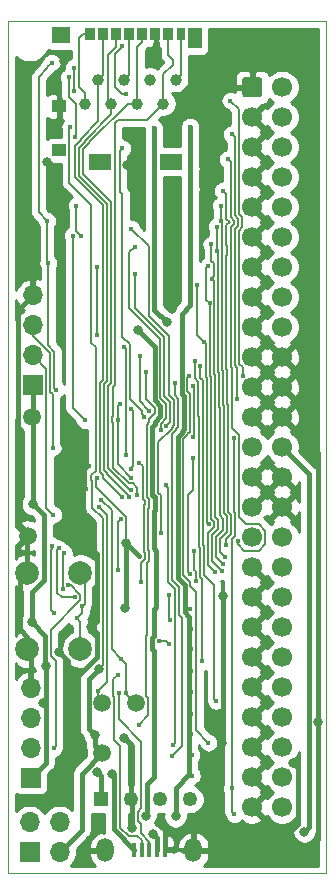
<source format=gbr>
%TF.GenerationSoftware,KiCad,Pcbnew,(5.1.9-16-g1737927814)-1*%
%TF.CreationDate,2021-07-07T15:11:54-05:00*%
%TF.ProjectId,bluepill_scsi,626c7565-7069-46c6-9c5f-736373692e6b,rev?*%
%TF.SameCoordinates,Original*%
%TF.FileFunction,Copper,L1,Top*%
%TF.FilePolarity,Positive*%
%FSLAX46Y46*%
G04 Gerber Fmt 4.6, Leading zero omitted, Abs format (unit mm)*
G04 Created by KiCad (PCBNEW (5.1.9-16-g1737927814)-1) date 2021-07-07 15:11:54*
%MOMM*%
%LPD*%
G01*
G04 APERTURE LIST*
%TA.AperFunction,Profile*%
%ADD10C,0.050000*%
%TD*%
%TA.AperFunction,ComponentPad*%
%ADD11O,1.700000X1.700000*%
%TD*%
%TA.AperFunction,ComponentPad*%
%ADD12R,1.700000X1.700000*%
%TD*%
%TA.AperFunction,ComponentPad*%
%ADD13O,1.450000X2.000000*%
%TD*%
%TA.AperFunction,SMDPad,CuDef*%
%ADD14R,0.450000X1.300000*%
%TD*%
%TA.AperFunction,SMDPad,CuDef*%
%ADD15C,1.500000*%
%TD*%
%TA.AperFunction,ComponentPad*%
%ADD16C,1.700000*%
%TD*%
%TA.AperFunction,ComponentPad*%
%ADD17C,1.000000*%
%TD*%
%TA.AperFunction,ComponentPad*%
%ADD18C,2.000000*%
%TD*%
%TA.AperFunction,SMDPad,CuDef*%
%ADD19R,1.900000X1.350000*%
%TD*%
%TA.AperFunction,SMDPad,CuDef*%
%ADD20R,1.200000X1.000000*%
%TD*%
%TA.AperFunction,SMDPad,CuDef*%
%ADD21R,1.550000X1.350000*%
%TD*%
%TA.AperFunction,SMDPad,CuDef*%
%ADD22R,1.170000X1.800000*%
%TD*%
%TA.AperFunction,SMDPad,CuDef*%
%ADD23R,0.850000X1.100000*%
%TD*%
%TA.AperFunction,SMDPad,CuDef*%
%ADD24R,0.750000X1.100000*%
%TD*%
%TA.AperFunction,ComponentPad*%
%ADD25R,1.250000X1.250000*%
%TD*%
%TA.AperFunction,ComponentPad*%
%ADD26C,1.250000*%
%TD*%
%TA.AperFunction,ViaPad*%
%ADD27C,0.400000*%
%TD*%
%TA.AperFunction,ViaPad*%
%ADD28C,0.800000*%
%TD*%
%TA.AperFunction,Conductor*%
%ADD29C,0.150000*%
%TD*%
%TA.AperFunction,Conductor*%
%ADD30C,0.400000*%
%TD*%
%TA.AperFunction,Conductor*%
%ADD31C,0.254000*%
%TD*%
G04 APERTURE END LIST*
D10*
X113538000Y-148475700D02*
X86664800Y-148475700D01*
X113538000Y-76314300D02*
X86664800Y-76314300D01*
X113538000Y-148475700D02*
X113538000Y-76314300D01*
X86664800Y-148475700D02*
X86664800Y-76314300D01*
D11*
%TO.P,J1,4*%
%TO.N,Net-(J1-Pad4)*%
X91008200Y-144139920D03*
%TO.P,J1,3*%
%TO.N,VCC*%
X91008200Y-146679920D03*
%TO.P,J1,2*%
%TO.N,Net-(J1-Pad2)*%
X88468200Y-144139920D03*
D12*
%TO.P,J1,1*%
%TO.N,GND*%
X88468200Y-146679920D03*
%TD*%
D13*
%TO.P,J3,6*%
%TO.N,GND*%
X102327800Y-146511400D03*
X94877800Y-146511400D03*
D14*
%TO.P,J3,5*%
X99902800Y-146461400D03*
%TO.P,J3,4*%
%TO.N,Net-(J3-Pad4)*%
X99252800Y-146461400D03*
%TO.P,J3,3*%
%TO.N,Net-(J3-Pad3)*%
X98602800Y-146461400D03*
%TO.P,J3,2*%
%TO.N,Net-(J3-Pad2)*%
X97952800Y-146461400D03*
%TO.P,J3,1*%
%TO.N,VBUS*%
X97302800Y-146461400D03*
%TD*%
D15*
%TO.P,TP14,1*%
%TO.N,GND*%
X88356440Y-119893080D03*
%TD*%
D16*
%TO.P,J5,50*%
%TO.N,SCSI_IO*%
X109855000Y-142875000D03*
%TO.P,J5,48*%
%TO.N,SCSI_REQ*%
X109855000Y-140335000D03*
%TO.P,J5,46*%
%TO.N,SCSI_CD*%
X109855000Y-137795000D03*
%TO.P,J5,44*%
%TO.N,SCSI_SEL*%
X109855000Y-135255000D03*
%TO.P,J5,42*%
%TO.N,SCSI_MSG*%
X109855000Y-132715000D03*
%TO.P,J5,40*%
%TO.N,SCSI_RST*%
X109855000Y-130175000D03*
%TO.P,J5,38*%
%TO.N,SCSI_ACK*%
X109855000Y-127635000D03*
%TO.P,J5,36*%
%TO.N,SCSI_BSY*%
X109855000Y-125095000D03*
%TO.P,J5,34*%
%TO.N,N/C*%
X109855000Y-122555000D03*
%TO.P,J5,32*%
%TO.N,SCSI_ATN*%
X109855000Y-120015000D03*
%TO.P,J5,30*%
%TO.N,GND*%
X109855000Y-117475000D03*
%TO.P,J5,28*%
X109855000Y-114935000D03*
%TO.P,J5,26*%
%TO.N,/TERM_PWR*%
X109855000Y-112395000D03*
%TO.P,J5,24*%
%TO.N,GND*%
X109855000Y-109855000D03*
%TO.P,J5,22*%
X109855000Y-107315000D03*
%TO.P,J5,20*%
X109855000Y-104775000D03*
%TO.P,J5,18*%
%TO.N,SCSI_DATP*%
X109855000Y-102235000D03*
%TO.P,J5,16*%
%TO.N,SCSI_DAT7*%
X109855000Y-99695000D03*
%TO.P,J5,14*%
%TO.N,SCSI_DAT6*%
X109855000Y-97155000D03*
%TO.P,J5,12*%
%TO.N,SCSI_DAT5*%
X109855000Y-94615000D03*
%TO.P,J5,10*%
%TO.N,SCSI_DAT4*%
X109855000Y-92075000D03*
%TO.P,J5,8*%
%TO.N,SCSI_DAT3*%
X109855000Y-89535000D03*
%TO.P,J5,6*%
%TO.N,SCSI_DAT2*%
X109855000Y-86995000D03*
%TO.P,J5,4*%
%TO.N,SCSI_DAT1*%
X109855000Y-84455000D03*
%TO.P,J5,2*%
%TO.N,SCSI_DAT0*%
X109855000Y-81915000D03*
%TO.P,J5,49*%
%TO.N,GND*%
X107315000Y-142875000D03*
%TO.P,J5,47*%
X107315000Y-140335000D03*
%TO.P,J5,45*%
X107315000Y-137795000D03*
%TO.P,J5,43*%
X107315000Y-135255000D03*
%TO.P,J5,41*%
X107315000Y-132715000D03*
%TO.P,J5,39*%
X107315000Y-130175000D03*
%TO.P,J5,37*%
X107315000Y-127635000D03*
%TO.P,J5,35*%
X107315000Y-125095000D03*
%TO.P,J5,33*%
X107315000Y-122555000D03*
%TO.P,J5,31*%
X107315000Y-120015000D03*
%TO.P,J5,29*%
X107315000Y-117475000D03*
%TO.P,J5,27*%
X107315000Y-114935000D03*
%TO.P,J5,25*%
%TO.N,N/C*%
X107315000Y-112395000D03*
%TO.P,J5,23*%
%TO.N,GND*%
X107315000Y-109855000D03*
%TO.P,J5,21*%
X107315000Y-107315000D03*
%TO.P,J5,19*%
X107315000Y-104775000D03*
%TO.P,J5,17*%
X107315000Y-102235000D03*
%TO.P,J5,15*%
X107315000Y-99695000D03*
%TO.P,J5,13*%
X107315000Y-97155000D03*
%TO.P,J5,11*%
X107315000Y-94615000D03*
%TO.P,J5,9*%
X107315000Y-92075000D03*
%TO.P,J5,7*%
X107315000Y-89535000D03*
%TO.P,J5,5*%
X107315000Y-86995000D03*
%TO.P,J5,3*%
X107315000Y-84455000D03*
%TO.P,J5,1*%
%TA.AperFunction,ComponentPad*%
G36*
G01*
X106465000Y-82515000D02*
X106465000Y-81315000D01*
G75*
G02*
X106715000Y-81065000I250000J0D01*
G01*
X107915000Y-81065000D01*
G75*
G02*
X108165000Y-81315000I0J-250000D01*
G01*
X108165000Y-82515000D01*
G75*
G02*
X107915000Y-82765000I-250000J0D01*
G01*
X106715000Y-82765000D01*
G75*
G02*
X106465000Y-82515000I0J250000D01*
G01*
G37*
%TD.AperFunction*%
%TD*%
D17*
%TO.P,TP13,1*%
%TO.N,Net-(J6-Pad8)*%
X100836400Y-81280000D03*
%TD*%
%TO.P,TP12,1*%
%TO.N,SD_MISO*%
X99786400Y-83299300D03*
%TD*%
%TO.P,TP11,1*%
%TO.N,SD_CLK*%
X97586400Y-83299300D03*
%TD*%
%TO.P,TP10,1*%
%TO.N,SD_MOSI*%
X95386400Y-83299300D03*
%TD*%
%TO.P,TP9,1*%
%TO.N,SD_CS*%
X94286400Y-81280000D03*
%TD*%
%TO.P,TP8,1*%
%TO.N,Net-(J6-Pad1)*%
X93186400Y-83299300D03*
%TD*%
%TO.P,TP7,1*%
%TO.N,GND*%
X98653066Y-81280000D03*
%TD*%
%TO.P,TP6,1*%
%TO.N,+3V3*%
X96469733Y-81280000D03*
%TD*%
D18*
%TO.P,SW1,1*%
%TO.N,GND*%
X88277700Y-123014600D03*
%TO.P,SW1,2*%
%TO.N,/Onboard Blue Pil/Reset*%
X92777700Y-123014600D03*
%TO.P,SW1,1*%
%TO.N,GND*%
X88277700Y-129514600D03*
%TO.P,SW1,2*%
%TO.N,/Onboard Blue Pil/Reset*%
X92777700Y-129514600D03*
%TD*%
D15*
%TO.P,TP5,1*%
%TO.N,VCC*%
X94620080Y-138303000D03*
%TD*%
%TO.P,TP4,1*%
%TO.N,+3V3*%
X88701880Y-109870240D03*
%TD*%
%TO.P,TP3,1*%
%TO.N,/Onboard Blue Pil/USB_Data_-*%
X94621350Y-134086600D03*
%TD*%
%TO.P,TP2,1*%
%TO.N,/Onboard Blue Pil/USB_Data_+*%
X97510600Y-134086600D03*
%TD*%
D11*
%TO.P,J8,4*%
%TO.N,GND*%
X88582500Y-132765800D03*
%TO.P,J8,3*%
%TO.N,USART2_TxD*%
X88582500Y-135305800D03*
%TO.P,J8,2*%
%TO.N,USART2_RxD*%
X88582500Y-137845800D03*
D12*
%TO.P,J8,1*%
%TO.N,+3V3*%
X88582500Y-140385800D03*
%TD*%
D19*
%TO.P,J6,11*%
%TO.N,N/C*%
X100440500Y-88217100D03*
X94470500Y-88217100D03*
D20*
%TO.P,J6,9*%
%TO.N,GND*%
X90970500Y-83542100D03*
%TO.P,J6,10*%
%TO.N,N/C*%
X90970500Y-87242100D03*
D21*
%TO.P,J6,11*%
X91145500Y-77517100D03*
D22*
X102465500Y-77742100D03*
D23*
%TO.P,J6,7*%
%TO.N,SD_MISO*%
X100205500Y-77392100D03*
%TO.P,J6,6*%
%TO.N,GND*%
X99105500Y-77392100D03*
%TO.P,J6,5*%
%TO.N,SD_CLK*%
X98005500Y-77392100D03*
%TO.P,J6,4*%
%TO.N,+3V3*%
X96905500Y-77392100D03*
%TO.P,J6,3*%
%TO.N,SD_MOSI*%
X95805500Y-77392100D03*
%TO.P,J6,2*%
%TO.N,SD_CS*%
X94705500Y-77392100D03*
D24*
%TO.P,J6,8*%
%TO.N,Net-(J6-Pad8)*%
X101255500Y-77392100D03*
D23*
%TO.P,J6,1*%
%TO.N,Net-(J6-Pad1)*%
X93605500Y-77392100D03*
%TD*%
D11*
%TO.P,J2,4*%
%TO.N,GND*%
X88747600Y-99542600D03*
%TO.P,J2,3*%
%TO.N,/Onboard Blue Pil/SWCLK*%
X88747600Y-102082600D03*
%TO.P,J2,2*%
%TO.N,/Onboard Blue Pil/SWDIO*%
X88747600Y-104622600D03*
D12*
%TO.P,J2,1*%
%TO.N,+3V3*%
X88747600Y-107162600D03*
%TD*%
D25*
%TO.P,J4,1*%
%TO.N,/BERG_5V*%
X94538800Y-142201900D03*
D26*
%TO.P,J4,2*%
%TO.N,GND*%
X97038800Y-142201900D03*
%TO.P,J4,3*%
%TO.N,N/C*%
X99538800Y-142201900D03*
%TO.P,J4,4*%
X102038800Y-142201900D03*
%TD*%
D27*
%TO.N,GND*%
X99326700Y-78232000D03*
X97040700Y-114198400D03*
X97083910Y-109132743D03*
X93510100Y-114020600D03*
D28*
X92252412Y-120347812D03*
D27*
X93700600Y-120980200D03*
X96182611Y-118507877D03*
X93270528Y-115927207D03*
X95957031Y-122753421D03*
D28*
X93673896Y-127638414D03*
X90938854Y-129709354D03*
D27*
X91427300Y-130807098D03*
X88430100Y-95808500D03*
D28*
X88099900Y-90398600D03*
X91401900Y-79679800D03*
X89905840Y-88254840D03*
X96723200Y-88468200D03*
X99425791Y-144248998D03*
X97129600Y-144626922D03*
X96464120Y-136997440D03*
X104881680Y-124988320D03*
X104338120Y-135295640D03*
X104769920Y-137414000D03*
X104185720Y-139105640D03*
X110815120Y-139166600D03*
X109468920Y-146070320D03*
X112913000Y-135625840D03*
X100553520Y-100685600D03*
X104180640Y-142875000D03*
D27*
%TO.N,+3V3*%
X92189300Y-80264000D03*
X89954100Y-93230700D03*
X90055700Y-96799400D03*
X90352517Y-79840183D03*
X92270610Y-82207100D03*
X90716100Y-107518200D03*
D28*
X88747600Y-117221000D03*
D27*
X97078800Y-114960400D03*
D28*
X89598500Y-134073900D03*
D27*
X96096277Y-108718743D03*
X95956121Y-110063680D03*
X97764600Y-121627900D03*
D28*
X96659700Y-120507678D03*
X96507300Y-126039240D03*
D27*
X94170500Y-114960400D03*
D28*
X89832501Y-130891601D03*
X88671400Y-127228600D03*
%TO.N,VCC*%
X94005400Y-136766300D03*
D27*
X91922600Y-85242400D03*
X96608900Y-82499200D03*
X96301660Y-78415126D03*
D28*
X94319871Y-131175817D03*
%TO.N,/TERM_PWR*%
X111729543Y-144941070D03*
D27*
%TO.N,DBG_LED*%
X91795600Y-81089500D03*
X96320512Y-87087612D03*
X92320511Y-86138696D03*
X98171416Y-109812160D03*
%TO.N,SD_MISO*%
X97561879Y-116406169D03*
%TO.N,SD_CLK*%
X97085745Y-116041053D03*
%TO.N,SD_CS*%
X96257617Y-116623186D03*
%TO.N,SCSI_IO*%
X105737176Y-111611576D03*
X102315944Y-111512077D03*
X102292913Y-107186609D03*
X105575100Y-141285021D03*
X105804552Y-143475010D03*
%TO.N,SCSI_REQ*%
X100742890Y-106953568D03*
X100559235Y-138522075D03*
%TO.N,SCSI_CD*%
X101942900Y-106362500D03*
X103617938Y-137412638D03*
%TO.N,SCSI_SEL*%
X98310700Y-106032300D03*
X97726500Y-135890000D03*
%TO.N,SCSI_MSG*%
X102914908Y-105492832D03*
X104281670Y-133874823D03*
%TO.N,SCSI_RST*%
X102470861Y-105089302D03*
X103052901Y-130530600D03*
%TO.N,SCSI_ACK*%
X100248690Y-129067276D03*
X99434318Y-128839552D03*
X90563700Y-126403100D03*
X90356130Y-120722387D03*
%TO.N,SCSI_BSY*%
X90919300Y-120954800D03*
X92290900Y-125114622D03*
X100241100Y-124917200D03*
X100342700Y-127000000D03*
%TO.N,SCSI_ATN*%
X102395621Y-121140001D03*
X102536009Y-123716343D03*
X91332811Y-124370015D03*
X91384920Y-121333235D03*
%TO.N,SCSI_DATP*%
X103264912Y-103519296D03*
X103629409Y-118927460D03*
X102657210Y-98646843D03*
%TO.N,SCSI_DAT7*%
X103723440Y-100213160D03*
X104152700Y-122948700D03*
X103606600Y-97053400D03*
%TO.N,SCSI_DAT6*%
X103886000Y-98132900D03*
X104785744Y-122892664D03*
X103847889Y-95211900D03*
%TO.N,SCSI_DAT5*%
X104831731Y-122252962D03*
X104314947Y-93713300D03*
X104322899Y-95741646D03*
%TO.N,SCSI_DAT4*%
X105042743Y-121658192D03*
X104664958Y-91935300D03*
X104717265Y-93266636D03*
%TO.N,SCSI_DAT3*%
X104838500Y-90678000D03*
X105095683Y-120664991D03*
%TO.N,SCSI_DAT2*%
X105257600Y-88011000D03*
X106100164Y-120309454D03*
%TO.N,SCSI_DAT1*%
X105575100Y-85890100D03*
X106043007Y-108341707D03*
%TO.N,SCSI_DAT0*%
X105466090Y-83040010D03*
X106518009Y-106352018D03*
%TO.N,/Onboard Blue Pil/Reset*%
X97911890Y-123819890D03*
X92936766Y-125844001D03*
X97763769Y-113723390D03*
X92481852Y-126873882D03*
%TO.N,/Onboard Blue Pil/PC14*%
X97790000Y-104686100D03*
X98602785Y-109334300D03*
%TO.N,/Onboard Blue Pil/PC15*%
X97401410Y-97726500D03*
X100052392Y-110603009D03*
%TO.N,/Onboard Blue Pil/OSCIN*%
X97409000Y-95402400D03*
X99571239Y-110964067D03*
X94175610Y-102895400D03*
X94175610Y-97169800D03*
%TO.N,/Onboard Blue Pil/OSCOUT*%
X96608900Y-113030000D03*
X96494600Y-103911400D03*
%TO.N,/Onboard Blue Pil/SWCLK*%
X90424000Y-112433100D03*
%TO.N,/Onboard Blue Pil/SWDIO*%
X90474800Y-118110000D03*
%TO.N,Net-(J3-Pad3)*%
X96050100Y-133235700D03*
%TO.N,Net-(J3-Pad2)*%
X95923100Y-131711700D03*
%TO.N,/Onboard Blue Pil/BOOT_0*%
X93153636Y-110096300D03*
X92117519Y-94478376D03*
%TO.N,/Onboard Blue Pil/BOOT_1*%
X97078800Y-93891100D03*
X99580700Y-119634000D03*
%TO.N,/Onboard Blue Pil/USB_Data_+*%
X96675495Y-133240261D03*
X94535836Y-116861103D03*
X96208545Y-130320745D03*
%TO.N,/Onboard Blue Pil/USB_Data_-*%
X94272100Y-133032500D03*
X94375764Y-117439368D03*
%TO.N,USART2_TxD*%
X100596700Y-137629900D03*
X99991326Y-115632677D03*
%TO.N,USART2_RxD*%
X102285800Y-113347500D03*
X90500200Y-137883900D03*
X102059082Y-123141708D03*
X91729560Y-124079000D03*
D28*
%TO.N,VBUS*%
X95463789Y-140022384D03*
%TO.N,Net-(J3-Pad4)*%
X98948511Y-145151289D03*
%TO.N,/BERG_5V*%
X94164693Y-139889773D03*
D27*
%TO.N,SD_MOSI*%
X96857453Y-116608648D03*
%TO.N,Net-(JP3-Pad2)*%
X92438435Y-91932349D03*
X92797608Y-94470053D03*
%TO.N,Net-(J1-Pad4)*%
X99021900Y-85369400D03*
D28*
X100101400Y-101815900D03*
X97650300Y-102489000D03*
D27*
X99021900Y-99517200D03*
X99021900Y-97802700D03*
X99021900Y-95986600D03*
X99021900Y-94208600D03*
X99021900Y-92494100D03*
X99021900Y-90652600D03*
X99021900Y-88963500D03*
X99021900Y-87109300D03*
X98996500Y-140284200D03*
X98996500Y-138531600D03*
X98996500Y-136753600D03*
X99010612Y-134951612D03*
X99010612Y-133135512D03*
X99010612Y-131408312D03*
X99010612Y-129652888D03*
X99010612Y-127900288D03*
X99010612Y-126160388D03*
D28*
X98294837Y-143594251D03*
D27*
%TO.N,Net-(J1-Pad2)*%
X102057200Y-85242400D03*
X102044900Y-86658500D03*
X102120700Y-88798400D03*
X102120700Y-90551000D03*
X102057200Y-92430600D03*
X102057200Y-94221300D03*
X102057200Y-95961200D03*
X102057200Y-97777300D03*
X102057200Y-99568000D03*
X102082600Y-126072900D03*
X102171500Y-136690100D03*
X102184200Y-138455400D03*
X102209600Y-140208000D03*
X102102881Y-131319080D03*
X102102881Y-133152169D03*
X102102881Y-134973731D03*
X102102881Y-127820538D03*
X102102881Y-129520299D03*
D28*
X100838767Y-143650255D03*
%TD*%
D29*
%TO.N,GND*%
X99326700Y-77613300D02*
X99105500Y-77392100D01*
X99326700Y-78232000D02*
X99326700Y-77613300D01*
X97240699Y-109289532D02*
X97083910Y-109132743D01*
X97040700Y-114198400D02*
X97240699Y-113998401D01*
X97240699Y-113998401D02*
X97240699Y-109289532D01*
X92884800Y-120980200D02*
X92252412Y-120347812D01*
X93700600Y-120980200D02*
X92884800Y-120980200D01*
D30*
X91732100Y-134086600D02*
X91732100Y-132689600D01*
D29*
X93510100Y-114020600D02*
X93270528Y-114260172D01*
X93270528Y-114260172D02*
X93270528Y-115927207D01*
X95957031Y-118733457D02*
X95957031Y-122753421D01*
X96182611Y-118507877D02*
X95957031Y-118733457D01*
D30*
X94177701Y-128142219D02*
X93673896Y-127638414D01*
X94177701Y-130186601D02*
X94177701Y-128142219D01*
X93700600Y-120980200D02*
X94177701Y-121457301D01*
X91732100Y-132689600D02*
X91732100Y-132632202D01*
X94177701Y-121457301D02*
X94177701Y-127134609D01*
X91732100Y-132632202D02*
X94177701Y-130186601D01*
X94177701Y-127134609D02*
X93673896Y-127638414D01*
X91732100Y-130502600D02*
X90938854Y-129709354D01*
X91732100Y-132689600D02*
X91732100Y-130502600D01*
X88582500Y-129819400D02*
X88277700Y-129514600D01*
X88582500Y-132765800D02*
X88582500Y-129819400D01*
X88277700Y-129514600D02*
X88277700Y-128841500D01*
X88277700Y-129514600D02*
X88277700Y-128435100D01*
X88277700Y-128435100D02*
X87655400Y-127812800D01*
X87655400Y-123636900D02*
X88277700Y-123014600D01*
X87655400Y-127812800D02*
X87655400Y-123636900D01*
X88277700Y-123014600D02*
X88277700Y-119608600D01*
X87497599Y-118828499D02*
X87497599Y-100792601D01*
X87497599Y-100792601D02*
X88747600Y-99542600D01*
X88277700Y-119608600D02*
X87497599Y-118828499D01*
X99902800Y-146461400D02*
X99902800Y-144825240D01*
X99425791Y-144348231D02*
X99425791Y-144248998D01*
X99902800Y-144825240D02*
X99425791Y-144348231D01*
X97129600Y-142292700D02*
X97038800Y-142201900D01*
X97129600Y-144626922D02*
X97129600Y-142292700D01*
X97038800Y-142201900D02*
X97038800Y-137572120D01*
X97038800Y-137572120D02*
X96464120Y-136997440D01*
X104881680Y-124988320D02*
X104881680Y-136997440D01*
X110815120Y-139166600D02*
X111215119Y-139566599D01*
X111215119Y-139566599D02*
X111215119Y-144324121D01*
X111215119Y-144324121D02*
X109468920Y-146070320D01*
X112913000Y-112913000D02*
X109855000Y-109855000D01*
X112913000Y-135625840D02*
X112913000Y-112913000D01*
X112913000Y-135625840D02*
X112913000Y-145542160D01*
X112384840Y-146070320D02*
X109468920Y-146070320D01*
X112913000Y-145542160D02*
X112384840Y-146070320D01*
D29*
%TO.N,+3V3*%
X96905500Y-80844233D02*
X96469733Y-81280000D01*
X96905500Y-77392100D02*
X96905500Y-80844233D01*
X89954100Y-93230700D02*
X89954100Y-96697800D01*
X89954100Y-96697800D02*
X90055700Y-96799400D01*
X89954100Y-80238600D02*
X90352517Y-79840183D01*
X92270610Y-80628152D02*
X92270610Y-82207100D01*
X92189300Y-80264000D02*
X92189300Y-80546842D01*
X92189300Y-80546842D02*
X92270610Y-80628152D01*
X90055700Y-103770708D02*
X90576399Y-104291409D01*
X90055700Y-96799400D02*
X90055700Y-103770708D01*
X90576399Y-107378499D02*
X90716100Y-107518200D01*
X90576399Y-104291409D02*
X90576399Y-107378499D01*
D30*
X88747600Y-107162600D02*
X88747600Y-117221000D01*
X88582500Y-140385800D02*
X89832501Y-139135799D01*
X89832501Y-133839899D02*
X89832501Y-133763699D01*
X89598500Y-134073900D02*
X89832501Y-133839899D01*
X89832501Y-139135799D02*
X89832501Y-133763699D01*
D29*
X97078800Y-114960400D02*
X95956121Y-113837721D01*
X95956121Y-108858899D02*
X96096277Y-108718743D01*
X95956121Y-110063680D02*
X95956121Y-108858899D01*
X95956121Y-113837721D02*
X95956121Y-110063680D01*
X97726500Y-121551700D02*
X97726500Y-121589800D01*
X97726500Y-121589800D02*
X97764600Y-121627900D01*
D30*
X97764600Y-121612578D02*
X96659700Y-120507678D01*
X97764600Y-121627900D02*
X97764600Y-121612578D01*
X96659700Y-125886840D02*
X96507300Y-126039240D01*
X96659700Y-120507678D02*
X96659700Y-125886840D01*
D29*
X96659700Y-120507678D02*
X96659700Y-118313200D01*
X96659700Y-118313200D02*
X94094300Y-115747800D01*
X94094300Y-115747800D02*
X94094300Y-115036600D01*
X94094300Y-115036600D02*
X94170500Y-114960400D01*
D30*
X89832501Y-133763699D02*
X89832501Y-130891601D01*
X89694989Y-123669313D02*
X88671400Y-124692902D01*
X88671400Y-124692902D02*
X88671400Y-127228600D01*
X89694989Y-118168389D02*
X89694989Y-123669313D01*
X89832501Y-130891601D02*
X89788841Y-130847941D01*
X88747600Y-117221000D02*
X89694989Y-118168389D01*
X89788841Y-128346041D02*
X88671400Y-127228600D01*
X89788841Y-130847941D02*
X89788841Y-128346041D01*
D29*
X89954100Y-80238600D02*
X89954100Y-80307180D01*
X89230839Y-92507439D02*
X89954100Y-93230700D01*
X89230839Y-81030441D02*
X89230839Y-92507439D01*
X89954100Y-80307180D02*
X89230839Y-81030441D01*
%TO.N,VCC*%
X95694732Y-81867874D02*
X95694732Y-79108068D01*
X96326058Y-82499200D02*
X95694732Y-81867874D01*
X96608900Y-82499200D02*
X96326058Y-82499200D01*
X96301660Y-78501140D02*
X96301660Y-78415126D01*
X95694732Y-79108068D02*
X96301660Y-78501140D01*
D30*
X93471349Y-132024339D02*
X94319871Y-131175817D01*
X94005400Y-136766300D02*
X93471349Y-136232249D01*
X93471349Y-136232249D02*
X93471349Y-132024339D01*
D29*
X94678719Y-118422678D02*
X94678719Y-130816969D01*
X94052701Y-114375195D02*
X93695498Y-114732398D01*
X93695498Y-114732398D02*
X93695498Y-115188402D01*
X93744289Y-115237193D02*
X93744289Y-115892779D01*
X91845501Y-90016701D02*
X93700600Y-91871800D01*
X91922600Y-85242400D02*
X91845501Y-85319499D01*
X91845501Y-85319499D02*
X91845501Y-90016701D01*
X93700600Y-91871800D02*
X93700600Y-103581200D01*
X93700600Y-103581200D02*
X94052701Y-103933301D01*
X94052701Y-103933301D02*
X94052701Y-114375195D01*
X93782389Y-115930879D02*
X93782389Y-117526348D01*
X93744289Y-115892779D02*
X93782389Y-115930879D01*
X93782389Y-117526348D02*
X94678719Y-118422678D01*
X94678719Y-130816969D02*
X94319871Y-131175817D01*
X93695498Y-115188402D02*
X93744289Y-115237193D01*
D30*
X91008200Y-146679920D02*
X92882101Y-144806019D01*
X94005400Y-137688320D02*
X94620080Y-138303000D01*
X94005400Y-136766300D02*
X94005400Y-137688320D01*
X92882101Y-140040979D02*
X94620080Y-138303000D01*
X92882101Y-144806019D02*
X92882101Y-140040979D01*
%TO.N,/TERM_PWR*%
X109855000Y-112395000D02*
X112112999Y-114652999D01*
X112112999Y-136009841D02*
X112129542Y-136026384D01*
X112129542Y-144541071D02*
X111729543Y-144941070D01*
X112112999Y-114652999D02*
X112112999Y-136009841D01*
X112129542Y-136026384D02*
X112129542Y-144541071D01*
D29*
%TO.N,DBG_LED*%
X92397602Y-83374200D02*
X92397602Y-86061605D01*
X91795600Y-81089500D02*
X91795600Y-82772198D01*
X91795600Y-82772198D02*
X92397602Y-83374200D01*
X92397602Y-86061605D02*
X92320511Y-86138696D01*
X96320512Y-87087612D02*
X96108179Y-87299945D01*
X97971417Y-109324634D02*
X97971417Y-109612161D01*
X97971417Y-109612161D02*
X98171416Y-109812160D01*
X96108179Y-87299945D02*
X96108179Y-90743901D01*
X96108179Y-90743901D02*
X96320512Y-90956234D01*
X96320512Y-90956234D02*
X96320512Y-103034308D01*
X96969602Y-103683398D02*
X96969602Y-108322819D01*
X96320512Y-103034308D02*
X96969602Y-103683398D01*
X96969602Y-108322819D02*
X97971417Y-109324634D01*
%TO.N,SD_MISO*%
X100205500Y-77392100D02*
X100205500Y-79207896D01*
X100205500Y-79207896D02*
X100576402Y-79578798D01*
X100576402Y-80034802D02*
X99786400Y-80824804D01*
X100576402Y-79578798D02*
X100576402Y-80034802D01*
X99786400Y-80824804D02*
X99786400Y-83299300D01*
X95700642Y-107105658D02*
X95542100Y-107264200D01*
X96850798Y-115435402D02*
X97185812Y-115435402D01*
X95481119Y-109835678D02*
X95481119Y-110291682D01*
X95542100Y-114126704D02*
X96850798Y-115435402D01*
X95481119Y-110291682D02*
X95542100Y-110352663D01*
X97185812Y-115435402D02*
X97561879Y-115811469D01*
X97561879Y-115811469D02*
X97561879Y-116406169D01*
X98409401Y-84676299D02*
X95935800Y-84676299D01*
X95700642Y-84911457D02*
X95700642Y-107105658D01*
X95542100Y-107264200D02*
X95542100Y-109774697D01*
X95935800Y-84676299D02*
X95700642Y-84911457D01*
X99786400Y-83299300D02*
X98409401Y-84676299D01*
X95542100Y-109774697D02*
X95481119Y-109835678D01*
X95542100Y-110352663D02*
X95542100Y-114126704D01*
%TO.N,SD_CLK*%
X97586400Y-78511200D02*
X97586400Y-83299300D01*
X98005500Y-78092100D02*
X97586400Y-78511200D01*
X98005500Y-77392100D02*
X98005500Y-78092100D01*
X95350631Y-106960679D02*
X95115889Y-107195421D01*
X95350631Y-91617763D02*
X95350631Y-106960679D01*
X96773312Y-83299300D02*
X93495532Y-86577080D01*
X92985333Y-87166856D02*
X92985333Y-89252463D01*
X93495532Y-86656657D02*
X92985333Y-87166856D01*
X97586400Y-83299300D02*
X96773312Y-83299300D01*
X92985333Y-89252463D02*
X95350631Y-91617763D01*
X95115889Y-114195483D02*
X96961459Y-116041053D01*
X95115889Y-107195421D02*
X95115889Y-114195483D01*
X93495532Y-86577080D02*
X93495532Y-86656657D01*
X96961459Y-116041053D02*
X97085745Y-116041053D01*
%TO.N,SD_CS*%
X94705500Y-80860900D02*
X94286400Y-81280000D01*
X94705500Y-77392100D02*
X94705500Y-80860900D01*
X94645502Y-115011071D02*
X96257617Y-116623186D01*
X94650612Y-106670718D02*
X94402712Y-106918618D01*
X94286400Y-81280000D02*
X94286400Y-84796232D01*
X94286400Y-84796232D02*
X92795512Y-86287120D01*
X92285311Y-86876898D02*
X92285311Y-89542421D01*
X94650612Y-91907722D02*
X94650612Y-106670718D01*
X92795512Y-86287120D02*
X92795512Y-86366697D01*
X94645502Y-114732398D02*
X94645502Y-115011071D01*
X92795512Y-86366697D02*
X92285311Y-86876898D01*
X92285311Y-89542421D02*
X94650612Y-91907722D01*
X94402712Y-106918618D02*
X94402712Y-114489608D01*
X94402712Y-114489608D02*
X94645502Y-114732398D01*
%TO.N,SCSI_IO*%
X102315944Y-111512077D02*
X102408964Y-111419057D01*
X102408964Y-107302660D02*
X102292913Y-107186609D01*
X102408964Y-111419057D02*
X102408964Y-107302660D01*
X105862164Y-117969908D02*
X105862162Y-119875700D01*
X105862162Y-119875700D02*
X105575100Y-120162764D01*
X105575100Y-120162764D02*
X105575100Y-141285021D01*
X105737176Y-111611576D02*
X105737176Y-117844920D01*
X105737176Y-117844920D02*
X105862164Y-117969908D01*
X105575100Y-143245558D02*
X105804552Y-143475010D01*
X105575100Y-141285021D02*
X105575100Y-143245558D01*
%TO.N,SCSI_REQ*%
X101392178Y-137689132D02*
X100559235Y-138522075D01*
X101392178Y-126851484D02*
X101392178Y-137689132D01*
X101124511Y-126583817D02*
X101392178Y-126851484D01*
X100543276Y-123641201D02*
X101124511Y-124222436D01*
X100543276Y-111310119D02*
X100543276Y-123641201D01*
X100742890Y-107942891D02*
X101077850Y-108277851D01*
X101077850Y-110684618D02*
X100877405Y-110885063D01*
X101124511Y-124222436D02*
X101124511Y-126583817D01*
X100742890Y-106953568D02*
X100742890Y-107942891D01*
X100877405Y-110975990D02*
X100543276Y-111310119D01*
X100877405Y-110885063D02*
X100877405Y-110975990D01*
X101077850Y-108277851D02*
X101077850Y-110684618D01*
%TO.N,SCSI_CD*%
X101942900Y-106362500D02*
X101817911Y-106487489D01*
X101817911Y-106487489D02*
X101817911Y-107674375D01*
X102027872Y-107884336D02*
X102027872Y-111078128D01*
X102074533Y-124124711D02*
X102577891Y-124628069D01*
X102074533Y-123828926D02*
X102074533Y-124124711D01*
X101493298Y-111703629D02*
X101493298Y-123247691D01*
X101827427Y-111278573D02*
X101827427Y-111369500D01*
X102577891Y-124628069D02*
X102577891Y-136372591D01*
X101817911Y-107674375D02*
X102027872Y-107884336D01*
X102027872Y-111078128D02*
X101827427Y-111278573D01*
X101493298Y-123247691D02*
X102074533Y-123828926D01*
X101827427Y-111369500D02*
X101493298Y-111703629D01*
X102577891Y-136372591D02*
X103617938Y-137412638D01*
%TO.N,SCSI_SEL*%
X98619065Y-110257837D02*
X98386900Y-110490002D01*
X98502721Y-121129929D02*
X98589613Y-121216821D01*
X99077795Y-109106298D02*
X99077795Y-109532095D01*
X98359305Y-128354795D02*
X98359305Y-133418303D01*
X98502721Y-117599859D02*
X98502721Y-121129929D01*
X98589613Y-121216821D02*
X98589613Y-122000881D01*
X98386900Y-128327200D02*
X98359305Y-128354795D01*
X98535601Y-133594599D02*
X98535601Y-135080899D01*
X98310700Y-108339203D02*
X99077795Y-109106298D01*
X99077795Y-109532095D02*
X98619065Y-109990825D01*
X98619065Y-109990825D02*
X98619065Y-110257837D01*
X98386900Y-116612020D02*
X98578921Y-116804041D01*
X98578921Y-117523659D02*
X98502721Y-117599859D01*
X98386900Y-122203594D02*
X98386900Y-128327200D01*
X98589613Y-122000881D02*
X98386900Y-122203594D01*
X98359305Y-133418303D02*
X98535601Y-133594599D01*
X98386900Y-110490002D02*
X98386900Y-116612020D01*
X98535601Y-135080899D02*
X97726500Y-135890000D01*
X98310700Y-106032300D02*
X98310700Y-108339203D01*
X98578921Y-116804041D02*
X98578921Y-117523659D01*
%TO.N,SCSI_MSG*%
X103140956Y-120687342D02*
X103220634Y-120767020D01*
X103220634Y-122610278D02*
X103234105Y-122623749D01*
X104081671Y-133674824D02*
X104281670Y-133874823D01*
X102914908Y-105492832D02*
X102914908Y-106494810D01*
X103117935Y-106697837D02*
X103117935Y-109584563D01*
X103234105Y-123225871D02*
X104081671Y-124073437D01*
X103140956Y-109607584D02*
X103140956Y-120687342D01*
X103117935Y-109584563D02*
X103140956Y-109607584D01*
X102914908Y-106494810D02*
X103117935Y-106697837D01*
X103234105Y-122623749D02*
X103234105Y-123225871D01*
X104081671Y-124073437D02*
X104081671Y-133674824D01*
X103220634Y-120767020D02*
X103220634Y-122610278D01*
%TO.N,SCSI_RST*%
X102790945Y-120832321D02*
X102870623Y-120911999D01*
X102884094Y-123370850D02*
X103052901Y-123539657D01*
X103052901Y-123539657D02*
X103052901Y-130530600D01*
X102767924Y-109729542D02*
X102790945Y-109752563D01*
X102870623Y-122755257D02*
X102884094Y-122768728D01*
X102767924Y-106842816D02*
X102767924Y-109729542D01*
X102884094Y-122768728D02*
X102884094Y-123370850D01*
X102870623Y-120911999D02*
X102870623Y-122755257D01*
X102439904Y-105120259D02*
X102439904Y-106514796D01*
X102439904Y-106514796D02*
X102767924Y-106842816D01*
X102470861Y-105089302D02*
X102439904Y-105120259D01*
X102790945Y-109752563D02*
X102790945Y-120832321D01*
%TO.N,SCSI_ACK*%
X100248690Y-129067276D02*
X100020966Y-128839552D01*
X100020966Y-128839552D02*
X99434318Y-128839552D01*
X90563700Y-126403100D02*
X90317298Y-126156698D01*
X90356130Y-121005229D02*
X90356130Y-120722387D01*
X90317298Y-126156698D02*
X90317298Y-121044061D01*
X90317298Y-121044061D02*
X90356130Y-121005229D01*
%TO.N,SCSI_BSY*%
X90919300Y-120954800D02*
X90792300Y-121081800D01*
X90792300Y-121081800D02*
X90792300Y-124726700D01*
X90792300Y-124726700D02*
X91180222Y-125114622D01*
X91180222Y-125114622D02*
X92290900Y-125114622D01*
X100241100Y-124917200D02*
X100241100Y-126898400D01*
X100241100Y-126898400D02*
X100342700Y-127000000D01*
%TO.N,SCSI_ATN*%
X102395621Y-121140001D02*
X102395621Y-122775245D01*
X102395621Y-122775245D02*
X102534083Y-122913707D01*
X102534083Y-123714417D02*
X102536009Y-123716343D01*
X102534083Y-122913707D02*
X102534083Y-123714417D01*
X91332811Y-121385344D02*
X91384920Y-121333235D01*
X91332811Y-124370015D02*
X91332811Y-121385344D01*
%TO.N,SCSI_DATP*%
X102657210Y-102911594D02*
X102657210Y-98646843D01*
X103264912Y-103519296D02*
X102657210Y-102911594D01*
X103501654Y-109473292D02*
X103501654Y-118799705D01*
X103467946Y-109439584D02*
X103501654Y-109473292D01*
X103389917Y-106474839D02*
X103467946Y-106552868D01*
X103264912Y-103519296D02*
X103389917Y-103644301D01*
X103501654Y-118799705D02*
X103629409Y-118927460D01*
X103467946Y-106552868D02*
X103467946Y-109439584D01*
X103389917Y-103644301D02*
X103389917Y-106474839D01*
%TO.N,SCSI_DAT7*%
X103817956Y-106407883D02*
X103817956Y-109294604D01*
X103570644Y-122366644D02*
X104152700Y-122948700D01*
X103817956Y-109294604D02*
X103851665Y-109328313D01*
X103739920Y-100213695D02*
X103739921Y-106329848D01*
X103851665Y-109328313D02*
X103851665Y-118466688D01*
X104112108Y-118727131D02*
X104112108Y-119150810D01*
X103570643Y-119692275D02*
X103570644Y-122366644D01*
X103851665Y-118466688D02*
X104112108Y-118727131D01*
X103739921Y-106329848D02*
X103817956Y-106407883D01*
X104112108Y-119150810D02*
X103570643Y-119692275D01*
X103406601Y-97253399D02*
X103606600Y-97053400D01*
X103723440Y-100213160D02*
X103406601Y-99896321D01*
X103406601Y-99896321D02*
X103406601Y-97253399D01*
%TO.N,SCSI_DAT6*%
X104085999Y-97932901D02*
X104085999Y-96829797D01*
X103886000Y-98132900D02*
X104089931Y-98336831D01*
X104462119Y-118577793D02*
X104462119Y-119295785D01*
X104201682Y-118317356D02*
X104462119Y-118577793D01*
X104201682Y-109183340D02*
X104201682Y-118317356D01*
X104089931Y-98336831D02*
X104089931Y-106184868D01*
X104089931Y-106184868D02*
X104167966Y-106262903D01*
X104462119Y-119295785D02*
X103920654Y-119837250D01*
X103920654Y-122027574D02*
X104785744Y-122892664D01*
X104167966Y-106262903D02*
X104167966Y-109149624D01*
X104167966Y-109149624D02*
X104201682Y-109183340D01*
X104085999Y-96829797D02*
X103847889Y-96591687D01*
X103920654Y-119837250D02*
X103920654Y-122027574D01*
X103886000Y-98132900D02*
X104085999Y-97932901D01*
X103847889Y-96591687D02*
X103847889Y-95211900D01*
%TO.N,SCSI_DAT5*%
X104551692Y-118172376D02*
X104551693Y-109038361D01*
X104322899Y-94004094D02*
X104322899Y-95741646D01*
X104812130Y-118432814D02*
X104551692Y-118172376D01*
X104551693Y-109038361D02*
X104517976Y-109004644D01*
X104517976Y-109004644D02*
X104517976Y-106117923D01*
X104517976Y-106117923D02*
X104439942Y-106039889D01*
X104831731Y-122252962D02*
X104270663Y-121691894D01*
X104314947Y-93713300D02*
X104314947Y-93996142D01*
X104812130Y-119440764D02*
X104812130Y-118432814D01*
X104439942Y-106039889D02*
X104439942Y-95858689D01*
X104439942Y-95858689D02*
X104322899Y-95741646D01*
X104270663Y-119982231D02*
X104812130Y-119440764D01*
X104270663Y-121691894D02*
X104270663Y-119982231D01*
X104314947Y-93996142D02*
X104322899Y-94004094D01*
%TO.N,SCSI_DAT4*%
X104664958Y-93214329D02*
X104717265Y-93266636D01*
X104664958Y-91935300D02*
X104664958Y-93214329D01*
X105162141Y-119585743D02*
X105162141Y-118259859D01*
X104620673Y-121236122D02*
X104620673Y-120127211D01*
X105042743Y-121658192D02*
X104620673Y-121236122D01*
X104620673Y-120127211D02*
X105162141Y-119585743D01*
X105162141Y-118259859D02*
X104901703Y-117999421D01*
X104797909Y-95969636D02*
X104797909Y-95451009D01*
X104789957Y-105894914D02*
X104789957Y-95977588D01*
X104867986Y-105972943D02*
X104789957Y-105894914D01*
X104789953Y-93339324D02*
X104717265Y-93266636D01*
X104867986Y-108859666D02*
X104867986Y-105972943D01*
X104901703Y-117999421D02*
X104901703Y-108893385D01*
X104789957Y-95977588D02*
X104797909Y-95969636D01*
X104797909Y-95451009D02*
X104789953Y-95443053D01*
X104789953Y-95443053D02*
X104789953Y-93339324D01*
X104901703Y-108893385D02*
X104867986Y-108859666D01*
%TO.N,SCSI_DAT3*%
X105139968Y-90979468D02*
X105139969Y-93049941D01*
X105217996Y-108714688D02*
X105251714Y-108748406D01*
X105251714Y-108748406D02*
X105251714Y-117854442D01*
X105147920Y-95312313D02*
X105147920Y-96114626D01*
X105147920Y-96114626D02*
X105139968Y-96122578D01*
X105139969Y-105749941D02*
X105217996Y-105827968D01*
X105217996Y-105827968D02*
X105217996Y-108714688D01*
X105251714Y-117854442D02*
X105512152Y-118114880D01*
X105512152Y-118114880D02*
X105512152Y-119730722D01*
X105512152Y-119730722D02*
X105095683Y-120147191D01*
X105095683Y-120147191D02*
X105095683Y-120664991D01*
X105139969Y-93049941D02*
X105413541Y-93323513D01*
X105139967Y-93597087D02*
X105139967Y-95304360D01*
X104838500Y-90678000D02*
X105139968Y-90979468D01*
X105413541Y-93323513D02*
X105139967Y-93597087D01*
X105139968Y-96122578D02*
X105139969Y-105749941D01*
X105139967Y-95304360D02*
X105147920Y-95312313D01*
%TO.N,SCSI_DAT2*%
X107855001Y-118889999D02*
X108440001Y-119474999D01*
X108440001Y-120555001D02*
X107855001Y-121140001D01*
X107855001Y-121140001D02*
X106647869Y-121140001D01*
X106212174Y-117824928D02*
X106212174Y-118327174D01*
X105489979Y-88243379D02*
X105489979Y-92904961D01*
X105489979Y-105604961D02*
X105568006Y-105682988D01*
X105785038Y-93489980D02*
X105489978Y-93785040D01*
X105257600Y-88011000D02*
X105489979Y-88243379D01*
X105785038Y-93200020D02*
X105785038Y-93489980D01*
X105489978Y-93785040D02*
X105489978Y-95159327D01*
X105497931Y-95167280D02*
X105497931Y-96259609D01*
X105497931Y-96259609D02*
X105489979Y-96267561D01*
X105568006Y-105682988D02*
X105568006Y-108569708D01*
X105633920Y-108635622D02*
X105633920Y-110805318D01*
X106186778Y-117799532D02*
X106212174Y-117824928D01*
X108440001Y-119474999D02*
X108440001Y-120555001D01*
X106647869Y-121140001D02*
X106100164Y-120592296D01*
X106774999Y-118889999D02*
X107855001Y-118889999D01*
X105489979Y-96267561D02*
X105489979Y-105604961D01*
X105489978Y-95159327D02*
X105497931Y-95167280D01*
X105633920Y-110805318D02*
X106212177Y-111383575D01*
X106100164Y-120592296D02*
X106100164Y-120309454D01*
X106212174Y-118327174D02*
X106774999Y-118889999D01*
X106186778Y-111864976D02*
X106186778Y-117799532D01*
X106212177Y-111839577D02*
X106186778Y-111864976D01*
X105489979Y-92904961D02*
X105785038Y-93200020D01*
X106212177Y-111383575D02*
X106212177Y-111839577D01*
X105568006Y-108569708D02*
X105633920Y-108635622D01*
%TO.N,SCSI_DAT1*%
X105839991Y-96412539D02*
X105839991Y-105459990D01*
X106135049Y-93055041D02*
X106135048Y-93634960D01*
X105839989Y-93930019D02*
X105839989Y-95070755D01*
X106135048Y-93634960D02*
X105839989Y-93930019D01*
X105575100Y-85890100D02*
X105839988Y-86154988D01*
X105847943Y-95078709D02*
X105847943Y-96404587D01*
X105839991Y-105459990D02*
X106043007Y-105663006D01*
X105839988Y-86154988D02*
X105839989Y-92759981D01*
X105839989Y-92759981D02*
X106135049Y-93055041D01*
X105839989Y-95070755D02*
X105847943Y-95078709D01*
X105847943Y-96404587D02*
X105839991Y-96412539D01*
X106043007Y-105663006D02*
X106043007Y-108341707D01*
%TO.N,SCSI_DAT0*%
X106190000Y-94074998D02*
X106190000Y-94925776D01*
X106518009Y-105643011D02*
X106518009Y-106352018D01*
X106189999Y-83763919D02*
X106189999Y-92615001D01*
X106190000Y-94925776D02*
X106197954Y-94933730D01*
X106197954Y-94933730D02*
X106197953Y-96549567D01*
X106197953Y-96549567D02*
X106189999Y-96557521D01*
X106189999Y-105315001D02*
X106518009Y-105643011D01*
X106189999Y-96557521D02*
X106189999Y-105315001D01*
X106495830Y-92920832D02*
X106495830Y-93769168D01*
X106189999Y-92615001D02*
X106495830Y-92920832D01*
X106495830Y-93769168D02*
X106190000Y-94074998D01*
X105466090Y-83040010D02*
X106189999Y-83763919D01*
%TO.N,/Onboard Blue Pil/Reset*%
X93136765Y-125644002D02*
X92936766Y-125844001D01*
X93136765Y-123373665D02*
X93136765Y-125644002D01*
X92777700Y-123014600D02*
X93136765Y-123373665D01*
X97911890Y-122183614D02*
X98239602Y-121855902D01*
X97911890Y-123819890D02*
X97911890Y-122183614D01*
X98228910Y-117238980D02*
X98228910Y-116949020D01*
X98239602Y-121361800D02*
X98140010Y-121262208D01*
X98140010Y-117327880D02*
X98228910Y-117238980D01*
X98036889Y-116756999D02*
X98036889Y-113996510D01*
X98239602Y-121855902D02*
X98239602Y-121361800D01*
X98228910Y-116949020D02*
X98036889Y-116756999D01*
X98036889Y-113996510D02*
X97763769Y-113723390D01*
X98140010Y-121262208D02*
X98140010Y-117327880D01*
X92777700Y-127169730D02*
X92481852Y-126873882D01*
X92936766Y-126418968D02*
X92481852Y-126873882D01*
X92936766Y-125844001D02*
X92936766Y-126418968D01*
X92777700Y-129514600D02*
X92777700Y-127169730D01*
%TO.N,/Onboard Blue Pil/PC14*%
X97790000Y-108521515D02*
X98602785Y-109334300D01*
X97790000Y-104686100D02*
X97790000Y-108521515D01*
%TO.N,/Onboard Blue Pil/PC15*%
X97401410Y-100609904D02*
X99884544Y-103093038D01*
X99884544Y-103093038D02*
X99884544Y-108074525D01*
X99884544Y-108074525D02*
X100377828Y-108567809D01*
X97401410Y-97726500D02*
X97401410Y-100609904D01*
X100377828Y-108567809D02*
X100377828Y-110277573D01*
X100377828Y-110277573D02*
X100052392Y-110603009D01*
%TO.N,/Onboard Blue Pil/OSCIN*%
X94175610Y-102895400D02*
X94175610Y-102612558D01*
X94175610Y-102612558D02*
X94175610Y-97169800D01*
X96926409Y-100629893D02*
X99534533Y-103238017D01*
X100027817Y-108712788D02*
X100027817Y-109955817D01*
X99534533Y-108219504D02*
X100027817Y-108712788D01*
X99571239Y-110412395D02*
X99571239Y-110964067D01*
X97409000Y-95402400D02*
X96926409Y-95884991D01*
X96926409Y-95884991D02*
X96926409Y-100629893D01*
X99534533Y-103238017D02*
X99534533Y-108219504D01*
X100027817Y-109955817D02*
X99571239Y-110412395D01*
%TO.N,/Onboard Blue Pil/OSCOUT*%
X96608900Y-113030000D02*
X96608900Y-104025700D01*
X96608900Y-104025700D02*
X96494600Y-103911400D01*
%TO.N,/Onboard Blue Pil/SWCLK*%
X90424000Y-112433100D02*
X90424000Y-107898890D01*
X90424000Y-107898890D02*
X90226389Y-107701279D01*
X90226389Y-107701279D02*
X90226389Y-104436387D01*
X90226389Y-104436387D02*
X88747600Y-102957598D01*
X88747600Y-102957598D02*
X88747600Y-102082600D01*
%TO.N,/Onboard Blue Pil/SWDIO*%
X89872601Y-105747601D02*
X89872601Y-117507801D01*
X88747600Y-104622600D02*
X89872601Y-105747601D01*
X89872601Y-117507801D02*
X90474800Y-118110000D01*
%TO.N,Net-(J3-Pad3)*%
X97938801Y-137321501D02*
X96050100Y-135432800D01*
X97875721Y-144302921D02*
X97619120Y-144046320D01*
X97619120Y-144046320D02*
X97619120Y-143269534D01*
X98602800Y-145816412D02*
X97875721Y-145089333D01*
X98602800Y-146461400D02*
X98602800Y-145816412D01*
X96050100Y-135432800D02*
X96050100Y-133518542D01*
X97875721Y-145089333D02*
X97875721Y-144302921D01*
X97938801Y-142949853D02*
X97938801Y-137321501D01*
X97619120Y-143269534D02*
X97938801Y-142949853D01*
X96050100Y-133518542D02*
X96050100Y-133235700D01*
%TO.N,Net-(J3-Pad2)*%
X97952800Y-146461400D02*
X97952800Y-145661400D01*
X97593331Y-145301931D02*
X96846247Y-145301931D01*
X96138799Y-144594483D02*
X96138799Y-137671123D01*
X95646351Y-137178675D02*
X95646351Y-133534955D01*
X95575098Y-133463702D02*
X95575098Y-132059702D01*
X96846247Y-145301931D02*
X96138799Y-144594483D01*
X97952800Y-145661400D02*
X97593331Y-145301931D01*
X96138799Y-137671123D02*
X95646351Y-137178675D01*
X95575098Y-132059702D02*
X95923100Y-131711700D01*
X95646351Y-133534955D02*
X95575098Y-133463702D01*
%TO.N,/Onboard Blue Pil/BOOT_0*%
X92117519Y-109060183D02*
X92117519Y-94478376D01*
X93153636Y-110096300D02*
X92117519Y-109060183D01*
%TO.N,/Onboard Blue Pil/BOOT_1*%
X99380701Y-111977704D02*
X99380701Y-116262289D01*
X100527394Y-110740084D02*
X100527394Y-110831011D01*
X98546889Y-101260393D02*
X100248794Y-102962298D01*
X99580700Y-116462288D02*
X99580700Y-119634000D01*
X98546889Y-95359189D02*
X98546889Y-101260393D01*
X99380701Y-116262289D02*
X99580700Y-116462288D01*
X100527394Y-110831011D02*
X99380701Y-111977704D01*
X100727839Y-110539639D02*
X100527394Y-110740084D01*
X97078800Y-93891100D02*
X98546889Y-95359189D01*
X100248794Y-102962298D02*
X100248794Y-107943785D01*
X100727839Y-108422830D02*
X100727839Y-110539639D01*
X100248794Y-107943785D02*
X100727839Y-108422830D01*
%TO.N,/Onboard Blue Pil/USB_Data_+*%
X97510600Y-134086600D02*
X96675495Y-133251495D01*
X96675495Y-133251495D02*
X96675495Y-133240261D01*
X96675495Y-130787695D02*
X96208545Y-130320745D01*
X95407989Y-129520189D02*
X96208545Y-130320745D01*
X95407989Y-117733256D02*
X95407989Y-129520189D01*
X96675495Y-133240261D02*
X96675495Y-130787695D01*
X94535836Y-116861103D02*
X95407989Y-117733256D01*
%TO.N,/Onboard Blue Pil/USB_Data_-*%
X94272100Y-133737350D02*
X94621350Y-134086600D01*
X94272100Y-133032500D02*
X94272100Y-133737350D01*
X94272100Y-133032500D02*
X95029167Y-132275433D01*
X95029167Y-118092771D02*
X94375764Y-117439368D01*
X95029167Y-132275433D02*
X95029167Y-118092771D01*
%TO.N,USART2_TxD*%
X100817702Y-126771998D02*
X100774500Y-126728796D01*
X100774500Y-124367415D02*
X100191325Y-123784240D01*
X100191325Y-123784240D02*
X100191325Y-115832676D01*
X100596700Y-137629900D02*
X100817702Y-137408898D01*
X100817702Y-137408898D02*
X100817702Y-126771998D01*
X100774500Y-126728796D02*
X100774500Y-124367415D01*
X100191325Y-115832676D02*
X99991326Y-115632677D01*
%TO.N,USART2_RxD*%
X102285800Y-113347500D02*
X102285800Y-115989498D01*
X101859083Y-116416215D02*
X101859083Y-122941709D01*
X101859083Y-122941709D02*
X102059082Y-123141708D01*
X102285800Y-115989498D02*
X101859083Y-116416215D01*
X90700199Y-137683901D02*
X90700199Y-130469703D01*
X90500200Y-137883900D02*
X90700199Y-137683901D01*
X90263852Y-127844674D02*
X92765902Y-125342624D01*
X90700199Y-130469703D02*
X90263852Y-130033356D01*
X90263852Y-130033356D02*
X90263852Y-127844674D01*
X92765902Y-125342624D02*
X92765902Y-124893744D01*
X91951158Y-124079000D02*
X92765902Y-124893744D01*
X91729560Y-124079000D02*
X91951158Y-124079000D01*
D30*
%TO.N,VBUS*%
X97302800Y-146461400D02*
X95598538Y-144757138D01*
X95598538Y-144757138D02*
X95598538Y-140157133D01*
X95598538Y-140157133D02*
X95463789Y-140022384D01*
%TO.N,Net-(J3-Pad4)*%
X99252800Y-145455578D02*
X98948511Y-145151289D01*
X99252800Y-146461400D02*
X99252800Y-145455578D01*
%TO.N,/BERG_5V*%
X94538800Y-142201900D02*
X94538800Y-140263880D01*
X94538800Y-140263880D02*
X94164693Y-139889773D01*
D29*
%TO.N,SD_MOSI*%
X95115890Y-83028790D02*
X95386400Y-83299300D01*
X95805500Y-77392100D02*
X95805500Y-78502310D01*
X95115890Y-79191920D02*
X95115890Y-83028790D01*
X95805500Y-78502310D02*
X95115890Y-79191920D01*
X94752723Y-114344629D02*
X94995513Y-114587419D01*
X94995513Y-114587419D02*
X94995513Y-114630333D01*
X93145523Y-86432099D02*
X93145522Y-86511677D01*
X92635322Y-87021877D02*
X92635322Y-89397442D01*
X96857453Y-116492273D02*
X96857453Y-116608648D01*
X95386400Y-83299300D02*
X95386400Y-84191222D01*
X95000622Y-106815698D02*
X94752723Y-107063597D01*
X95386400Y-84191222D02*
X93145523Y-86432099D01*
X93145522Y-86511677D02*
X92635322Y-87021877D01*
X95000623Y-91762743D02*
X95000622Y-106815698D01*
X94752723Y-107063597D02*
X94752723Y-114344629D01*
X92635322Y-89397442D02*
X95000623Y-91762743D01*
X94995513Y-114630333D02*
X96857453Y-116492273D01*
%TO.N,Net-(J6-Pad8)*%
X101255500Y-80860900D02*
X100836400Y-81280000D01*
X101255500Y-77392100D02*
X101255500Y-80860900D01*
%TO.N,Net-(J6-Pad1)*%
X93605500Y-77392100D02*
X93030500Y-77392100D01*
X92686401Y-77736199D02*
X92686401Y-81919887D01*
X93030500Y-77392100D02*
X92686401Y-77736199D01*
X92686401Y-81919887D02*
X93186400Y-82419886D01*
X93186400Y-82419886D02*
X93186400Y-83299300D01*
%TO.N,Net-(JP3-Pad2)*%
X92438435Y-94110880D02*
X92797608Y-94470053D01*
X92438435Y-91932349D02*
X92438435Y-94110880D01*
D30*
%TO.N,Net-(J1-Pad4)*%
X99021900Y-99517200D02*
X99021900Y-100736400D01*
X99021900Y-100736400D02*
X100101400Y-101815900D01*
X99021900Y-97802700D02*
X99021900Y-99517200D01*
X99021900Y-95986600D02*
X99021900Y-97802700D01*
X99021900Y-94208600D02*
X99021900Y-95986600D01*
X99021900Y-92494100D02*
X99021900Y-94208600D01*
X99021900Y-90652600D02*
X99021900Y-92494100D01*
X99021900Y-88963500D02*
X99021900Y-90652600D01*
X99021900Y-87109300D02*
X99021900Y-88963500D01*
X99021900Y-85369400D02*
X99021900Y-87109300D01*
X99010612Y-135518954D02*
X98996500Y-135533066D01*
X98996500Y-138531600D02*
X98996500Y-140284200D01*
X98996500Y-136753600D02*
X98996500Y-138531600D01*
X98996500Y-135533066D02*
X98996500Y-136753600D01*
X99010612Y-134951612D02*
X99010612Y-135518954D01*
X99010612Y-133135512D02*
X99010612Y-134951612D01*
X99010612Y-131408312D02*
X99010612Y-133135512D01*
X99010612Y-129652888D02*
X99010612Y-131408312D01*
X99010612Y-126160388D02*
X99010612Y-127900288D01*
X99010612Y-127900288D02*
X99010612Y-128375254D01*
X99010612Y-128375254D02*
X98834316Y-128551550D01*
X98834316Y-128551550D02*
X98834316Y-129476592D01*
X98834316Y-129476592D02*
X99010612Y-129652888D01*
X99552806Y-108909543D02*
X99552806Y-109759062D01*
X99552806Y-109759062D02*
X99094076Y-110217792D01*
X99094076Y-110217792D02*
X99094076Y-110454592D01*
X99059522Y-103898222D02*
X99059522Y-108416259D01*
X99094076Y-110454592D02*
X98861911Y-110686757D01*
X99053932Y-117720414D02*
X98977732Y-117796614D01*
X99053932Y-116607286D02*
X99053932Y-117720414D01*
X99210611Y-125960389D02*
X99010612Y-126160388D01*
X99210611Y-121166053D02*
X99210611Y-125960389D01*
X98861911Y-110686757D02*
X98861911Y-116415265D01*
X98977732Y-117796614D02*
X98977732Y-120933174D01*
X99059522Y-108416259D02*
X99552806Y-108909543D01*
X98861911Y-116415265D02*
X99053932Y-116607286D01*
X98977732Y-120933174D02*
X99210611Y-121166053D01*
X97650300Y-102489000D02*
X99059522Y-103898222D01*
X98413812Y-143475276D02*
X98294837Y-143594251D01*
X98996500Y-140284200D02*
X98413812Y-140866888D01*
X98413812Y-140866888D02*
X98413812Y-143475276D01*
%TO.N,Net-(J1-Pad2)*%
X101968300Y-136524521D02*
X101981666Y-136524521D01*
X102057200Y-92430600D02*
X102057200Y-85242400D01*
X102057200Y-94221300D02*
X102057200Y-92430600D01*
X102057200Y-95961200D02*
X102057200Y-94221300D01*
X102057200Y-97777300D02*
X102057200Y-95961200D01*
X102057200Y-99568000D02*
X102057200Y-97777300D01*
X101968300Y-129387600D02*
X101968300Y-127762000D01*
X101968300Y-131203700D02*
X101968300Y-129387600D01*
X101968300Y-133096000D02*
X101968300Y-131203700D01*
X101968300Y-134937500D02*
X101968300Y-133096000D01*
X101968300Y-136524521D02*
X101968300Y-134937500D01*
D29*
X102133879Y-136690100D02*
X101968300Y-136524521D01*
X102171500Y-136690100D02*
X102133879Y-136690100D01*
X102184200Y-138455400D02*
X102171500Y-138468100D01*
X102171500Y-138468100D02*
X101968300Y-138468100D01*
D30*
X101968300Y-138468100D02*
X101968300Y-136524521D01*
D29*
X102082600Y-140081000D02*
X101968300Y-140081000D01*
X102209600Y-140208000D02*
X102082600Y-140081000D01*
D30*
X101968300Y-140081000D02*
X101968300Y-138468100D01*
D29*
X102044343Y-127762000D02*
X102102881Y-127820538D01*
X101968300Y-131203700D02*
X101987501Y-131203700D01*
X101968300Y-134937500D02*
X102066650Y-134937500D01*
X101968300Y-129387600D02*
X101970182Y-129387600D01*
X101968300Y-127762000D02*
X102044343Y-127762000D01*
X102066650Y-134937500D02*
X102102881Y-134973731D01*
X101987501Y-131203700D02*
X102102881Y-131319080D01*
X102046712Y-133096000D02*
X102102881Y-133152169D01*
X101968300Y-133096000D02*
X102046712Y-133096000D01*
X101970182Y-129387600D02*
X102102881Y-129520299D01*
D30*
X100838767Y-143084570D02*
X100838767Y-143650255D01*
X101968300Y-140081000D02*
X100838767Y-141210533D01*
X100838767Y-141210533D02*
X100838767Y-143084570D01*
X101968300Y-127762000D02*
X101968300Y-126755840D01*
X101968300Y-126755840D02*
X101599522Y-126387062D01*
D29*
X101607620Y-126072900D02*
X101599522Y-126080998D01*
X102082600Y-126072900D02*
X101607620Y-126072900D01*
D30*
X101599522Y-126387062D02*
X101599522Y-126080998D01*
X101018287Y-111506874D02*
X101352416Y-111172745D01*
X101599522Y-126080998D02*
X101599522Y-124025681D01*
X101552861Y-108081096D02*
X101342900Y-107871135D01*
X101352416Y-111172745D02*
X101352416Y-111081818D01*
X101599522Y-124025681D02*
X101018287Y-123444446D01*
X101342900Y-107871135D02*
X101342900Y-101080222D01*
X101552861Y-110881373D02*
X101552861Y-108081096D01*
X101352416Y-111081818D02*
X101552861Y-110881373D01*
X101342900Y-101080222D02*
X102057200Y-100365922D01*
X101018287Y-123444446D02*
X101018287Y-111506874D01*
X102057200Y-100365922D02*
X102057200Y-99568000D01*
%TD*%
D31*
%TO.N,GND*%
X107508748Y-122540858D02*
X107494605Y-122555000D01*
X108343397Y-123403792D01*
X108585689Y-123328271D01*
X108701525Y-123501632D01*
X108908368Y-123708475D01*
X109082760Y-123825000D01*
X108908368Y-123941525D01*
X108701525Y-124148368D01*
X108585689Y-124321729D01*
X108343397Y-124246208D01*
X107494605Y-125095000D01*
X108343397Y-125943792D01*
X108585689Y-125868271D01*
X108701525Y-126041632D01*
X108908368Y-126248475D01*
X109082760Y-126365000D01*
X108908368Y-126481525D01*
X108701525Y-126688368D01*
X108585689Y-126861729D01*
X108343397Y-126786208D01*
X107494605Y-127635000D01*
X108343397Y-128483792D01*
X108585689Y-128408271D01*
X108701525Y-128581632D01*
X108908368Y-128788475D01*
X109082760Y-128905000D01*
X108908368Y-129021525D01*
X108701525Y-129228368D01*
X108585689Y-129401729D01*
X108343397Y-129326208D01*
X107494605Y-130175000D01*
X108343397Y-131023792D01*
X108585689Y-130948271D01*
X108701525Y-131121632D01*
X108908368Y-131328475D01*
X109082760Y-131445000D01*
X108908368Y-131561525D01*
X108701525Y-131768368D01*
X108585689Y-131941729D01*
X108343397Y-131866208D01*
X107494605Y-132715000D01*
X108343397Y-133563792D01*
X108585689Y-133488271D01*
X108701525Y-133661632D01*
X108908368Y-133868475D01*
X109082760Y-133985000D01*
X108908368Y-134101525D01*
X108701525Y-134308368D01*
X108585689Y-134481729D01*
X108343397Y-134406208D01*
X107494605Y-135255000D01*
X108343397Y-136103792D01*
X108585689Y-136028271D01*
X108701525Y-136201632D01*
X108908368Y-136408475D01*
X109082760Y-136525000D01*
X108908368Y-136641525D01*
X108701525Y-136848368D01*
X108585689Y-137021729D01*
X108343397Y-136946208D01*
X107494605Y-137795000D01*
X108343397Y-138643792D01*
X108585689Y-138568271D01*
X108701525Y-138741632D01*
X108908368Y-138948475D01*
X109082760Y-139065000D01*
X108908368Y-139181525D01*
X108701525Y-139388368D01*
X108585689Y-139561729D01*
X108343397Y-139486208D01*
X107494605Y-140335000D01*
X108343397Y-141183792D01*
X108585689Y-141108271D01*
X108701525Y-141281632D01*
X108908368Y-141488475D01*
X109082760Y-141605000D01*
X108908368Y-141721525D01*
X108701525Y-141928368D01*
X108585689Y-142101729D01*
X108343397Y-142026208D01*
X107494605Y-142875000D01*
X108343397Y-143723792D01*
X108585689Y-143648271D01*
X108701525Y-143821632D01*
X108908368Y-144028475D01*
X109151589Y-144190990D01*
X109421842Y-144302932D01*
X109708740Y-144360000D01*
X110001260Y-144360000D01*
X110288158Y-144302932D01*
X110558411Y-144190990D01*
X110801632Y-144028475D01*
X111008475Y-143821632D01*
X111170990Y-143578411D01*
X111282932Y-143308158D01*
X111294543Y-143249787D01*
X111294543Y-144000977D01*
X111239287Y-144023865D01*
X111069769Y-144137133D01*
X110925606Y-144281296D01*
X110812338Y-144450814D01*
X110734317Y-144639172D01*
X110694543Y-144839131D01*
X110694543Y-145043009D01*
X110734317Y-145242968D01*
X110812338Y-145431326D01*
X110925606Y-145600844D01*
X111069769Y-145745007D01*
X111239287Y-145858275D01*
X111427645Y-145936296D01*
X111627604Y-145976070D01*
X111831482Y-145976070D01*
X112031441Y-145936296D01*
X112219799Y-145858275D01*
X112389317Y-145745007D01*
X112533480Y-145600844D01*
X112646748Y-145431326D01*
X112724769Y-145242968D01*
X112753902Y-145096504D01*
X112827178Y-145007217D01*
X112878000Y-144912136D01*
X112878000Y-147815700D01*
X103221609Y-147815700D01*
X103388042Y-147647573D01*
X103535676Y-147424183D01*
X103636892Y-147176283D01*
X103687800Y-146913400D01*
X103687800Y-146638400D01*
X102454800Y-146638400D01*
X102454800Y-146658400D01*
X102200800Y-146658400D01*
X102200800Y-146638400D01*
X101579066Y-146638400D01*
X101404698Y-146566174D01*
X101204739Y-146526400D01*
X101000861Y-146526400D01*
X100800902Y-146566174D01*
X100645991Y-146630341D01*
X100604050Y-146588400D01*
X100115872Y-146588400D01*
X100115872Y-146334400D01*
X100604050Y-146334400D01*
X100762800Y-146175650D01*
X100763359Y-146109400D01*
X100967800Y-146109400D01*
X100967800Y-146384400D01*
X102200800Y-146384400D01*
X102200800Y-145041882D01*
X102454800Y-145041882D01*
X102454800Y-146384400D01*
X103687800Y-146384400D01*
X103687800Y-146109400D01*
X103636892Y-145846517D01*
X103535676Y-145598617D01*
X103388042Y-145375227D01*
X103199663Y-145184931D01*
X102977779Y-145035043D01*
X102730917Y-144931322D01*
X102665058Y-144918881D01*
X102454800Y-145041882D01*
X102200800Y-145041882D01*
X101990542Y-144918881D01*
X101924683Y-144931322D01*
X101677821Y-145035043D01*
X101455937Y-145184931D01*
X101267558Y-145375227D01*
X101119924Y-145598617D01*
X101018708Y-145846517D01*
X100967800Y-146109400D01*
X100763359Y-146109400D01*
X100765786Y-145821868D01*
X100755570Y-145697202D01*
X100721228Y-145576925D01*
X100664082Y-145465658D01*
X100586326Y-145367678D01*
X100490950Y-145286750D01*
X100381618Y-145225984D01*
X100262532Y-145187715D01*
X100159550Y-145176400D01*
X100068350Y-145267600D01*
X100027972Y-145134491D01*
X99983511Y-145051311D01*
X99983511Y-145049350D01*
X99943737Y-144849391D01*
X99865716Y-144661033D01*
X99752448Y-144491515D01*
X99608285Y-144347352D01*
X99438767Y-144234084D01*
X99250409Y-144156063D01*
X99174340Y-144140932D01*
X99212042Y-144084507D01*
X99290063Y-143896149D01*
X99329837Y-143696190D01*
X99329837Y-143492312D01*
X99320043Y-143443071D01*
X99414701Y-143461900D01*
X99662899Y-143461900D01*
X99827467Y-143429165D01*
X99803767Y-143548316D01*
X99803767Y-143752194D01*
X99843541Y-143952153D01*
X99921562Y-144140511D01*
X100034830Y-144310029D01*
X100178993Y-144454192D01*
X100348511Y-144567460D01*
X100536869Y-144645481D01*
X100736828Y-144685255D01*
X100940706Y-144685255D01*
X101140665Y-144645481D01*
X101329023Y-144567460D01*
X101498541Y-144454192D01*
X101642704Y-144310029D01*
X101755972Y-144140511D01*
X101833993Y-143952153D01*
X101873767Y-143752194D01*
X101873767Y-143548316D01*
X101854184Y-143449862D01*
X101914701Y-143461900D01*
X102162899Y-143461900D01*
X102406329Y-143413479D01*
X102635634Y-143318498D01*
X102842003Y-143180606D01*
X103017506Y-143005103D01*
X103155398Y-142798734D01*
X103250379Y-142569429D01*
X103298800Y-142325999D01*
X103298800Y-142077801D01*
X103250379Y-141834371D01*
X103155398Y-141605066D01*
X103017506Y-141398697D01*
X102842003Y-141223194D01*
X102635634Y-141085302D01*
X102454599Y-141010315D01*
X102605121Y-140947967D01*
X102741881Y-140856587D01*
X102858187Y-140740281D01*
X102949567Y-140603521D01*
X103012511Y-140451560D01*
X103044600Y-140290240D01*
X103044600Y-140125760D01*
X103012511Y-139964440D01*
X102949567Y-139812479D01*
X102858187Y-139675719D01*
X102803300Y-139620832D01*
X102803300Y-139017168D01*
X102832787Y-138987681D01*
X102924167Y-138850921D01*
X102987111Y-138698960D01*
X103019200Y-138537640D01*
X103019200Y-138373160D01*
X102987111Y-138211840D01*
X102924167Y-138059879D01*
X102832787Y-137923119D01*
X102803300Y-137893632D01*
X102803300Y-137602091D01*
X102804504Y-137603295D01*
X102815027Y-137656198D01*
X102877971Y-137808159D01*
X102969351Y-137944919D01*
X103085657Y-138061225D01*
X103222417Y-138152605D01*
X103374378Y-138215549D01*
X103535698Y-138247638D01*
X103700178Y-138247638D01*
X103861498Y-138215549D01*
X104013459Y-138152605D01*
X104150219Y-138061225D01*
X104266525Y-137944919D01*
X104357905Y-137808159D01*
X104420849Y-137656198D01*
X104452938Y-137494878D01*
X104452938Y-137330398D01*
X104420849Y-137169078D01*
X104357905Y-137017117D01*
X104266525Y-136880357D01*
X104150219Y-136764051D01*
X104013459Y-136672671D01*
X103861498Y-136609727D01*
X103808595Y-136599204D01*
X103287891Y-136078500D01*
X103287891Y-131335216D01*
X103296461Y-131333511D01*
X103371672Y-131302358D01*
X103371672Y-133639939D01*
X103368236Y-133674824D01*
X103381945Y-133814008D01*
X103422543Y-133947843D01*
X103458049Y-134014271D01*
X103478759Y-134118383D01*
X103541703Y-134270344D01*
X103633083Y-134407104D01*
X103749389Y-134523410D01*
X103886149Y-134614790D01*
X104038110Y-134677734D01*
X104199430Y-134709823D01*
X104363910Y-134709823D01*
X104525230Y-134677734D01*
X104677191Y-134614790D01*
X104813951Y-134523410D01*
X104865101Y-134472260D01*
X104865101Y-140844650D01*
X104835133Y-140889500D01*
X104772189Y-141041461D01*
X104740100Y-141202781D01*
X104740100Y-141367261D01*
X104772189Y-141528581D01*
X104835133Y-141680542D01*
X104865100Y-141725391D01*
X104865101Y-143210674D01*
X104861665Y-143245558D01*
X104875374Y-143384742D01*
X104915972Y-143518577D01*
X104947954Y-143578411D01*
X104981901Y-143641921D01*
X104987832Y-143649148D01*
X105001641Y-143718570D01*
X105064585Y-143870531D01*
X105155965Y-144007291D01*
X105272271Y-144123597D01*
X105409031Y-144214977D01*
X105560992Y-144277921D01*
X105722312Y-144310010D01*
X105886792Y-144310010D01*
X106048112Y-144277921D01*
X106200073Y-144214977D01*
X106336833Y-144123597D01*
X106453139Y-144007291D01*
X106484133Y-143960905D01*
X106543843Y-144152472D01*
X106807883Y-144278371D01*
X107091411Y-144350339D01*
X107383531Y-144365611D01*
X107673019Y-144323599D01*
X107948747Y-144225919D01*
X108086157Y-144152472D01*
X108163792Y-143903397D01*
X107315000Y-143054605D01*
X107300858Y-143068748D01*
X107121253Y-142889143D01*
X107135395Y-142875000D01*
X107121253Y-142860858D01*
X107300858Y-142681253D01*
X107315000Y-142695395D01*
X108163792Y-141846603D01*
X108088486Y-141605000D01*
X108163792Y-141363397D01*
X107315000Y-140514605D01*
X107300858Y-140528748D01*
X107121253Y-140349143D01*
X107135395Y-140335000D01*
X107121253Y-140320858D01*
X107300858Y-140141253D01*
X107315000Y-140155395D01*
X108163792Y-139306603D01*
X108088486Y-139065000D01*
X108163792Y-138823397D01*
X107315000Y-137974605D01*
X107300858Y-137988748D01*
X107121253Y-137809143D01*
X107135395Y-137795000D01*
X107121253Y-137780858D01*
X107300858Y-137601253D01*
X107315000Y-137615395D01*
X108163792Y-136766603D01*
X108088486Y-136525000D01*
X108163792Y-136283397D01*
X107315000Y-135434605D01*
X107300858Y-135448748D01*
X107121253Y-135269143D01*
X107135395Y-135255000D01*
X107121253Y-135240858D01*
X107300858Y-135061253D01*
X107315000Y-135075395D01*
X108163792Y-134226603D01*
X108088486Y-133985000D01*
X108163792Y-133743397D01*
X107315000Y-132894605D01*
X107300858Y-132908748D01*
X107121253Y-132729143D01*
X107135395Y-132715000D01*
X107121253Y-132700858D01*
X107300858Y-132521253D01*
X107315000Y-132535395D01*
X108163792Y-131686603D01*
X108088486Y-131445000D01*
X108163792Y-131203397D01*
X107315000Y-130354605D01*
X107300858Y-130368748D01*
X107121253Y-130189143D01*
X107135395Y-130175000D01*
X107121253Y-130160858D01*
X107300858Y-129981253D01*
X107315000Y-129995395D01*
X108163792Y-129146603D01*
X108088486Y-128905000D01*
X108163792Y-128663397D01*
X107315000Y-127814605D01*
X107300858Y-127828748D01*
X107121253Y-127649143D01*
X107135395Y-127635000D01*
X107121253Y-127620858D01*
X107300858Y-127441253D01*
X107315000Y-127455395D01*
X108163792Y-126606603D01*
X108088486Y-126365000D01*
X108163792Y-126123397D01*
X107315000Y-125274605D01*
X107300858Y-125288748D01*
X107121253Y-125109143D01*
X107135395Y-125095000D01*
X107121253Y-125080858D01*
X107300858Y-124901253D01*
X107315000Y-124915395D01*
X108163792Y-124066603D01*
X108088486Y-123825000D01*
X108163792Y-123583397D01*
X107315000Y-122734605D01*
X107300858Y-122748748D01*
X107121253Y-122569143D01*
X107135395Y-122555000D01*
X107121253Y-122540858D01*
X107300858Y-122361253D01*
X107315000Y-122375395D01*
X107329143Y-122361253D01*
X107508748Y-122540858D01*
%TA.AperFunction,Conductor*%
D29*
G36*
X107508748Y-122540858D02*
G01*
X107494605Y-122555000D01*
X108343397Y-123403792D01*
X108585689Y-123328271D01*
X108701525Y-123501632D01*
X108908368Y-123708475D01*
X109082760Y-123825000D01*
X108908368Y-123941525D01*
X108701525Y-124148368D01*
X108585689Y-124321729D01*
X108343397Y-124246208D01*
X107494605Y-125095000D01*
X108343397Y-125943792D01*
X108585689Y-125868271D01*
X108701525Y-126041632D01*
X108908368Y-126248475D01*
X109082760Y-126365000D01*
X108908368Y-126481525D01*
X108701525Y-126688368D01*
X108585689Y-126861729D01*
X108343397Y-126786208D01*
X107494605Y-127635000D01*
X108343397Y-128483792D01*
X108585689Y-128408271D01*
X108701525Y-128581632D01*
X108908368Y-128788475D01*
X109082760Y-128905000D01*
X108908368Y-129021525D01*
X108701525Y-129228368D01*
X108585689Y-129401729D01*
X108343397Y-129326208D01*
X107494605Y-130175000D01*
X108343397Y-131023792D01*
X108585689Y-130948271D01*
X108701525Y-131121632D01*
X108908368Y-131328475D01*
X109082760Y-131445000D01*
X108908368Y-131561525D01*
X108701525Y-131768368D01*
X108585689Y-131941729D01*
X108343397Y-131866208D01*
X107494605Y-132715000D01*
X108343397Y-133563792D01*
X108585689Y-133488271D01*
X108701525Y-133661632D01*
X108908368Y-133868475D01*
X109082760Y-133985000D01*
X108908368Y-134101525D01*
X108701525Y-134308368D01*
X108585689Y-134481729D01*
X108343397Y-134406208D01*
X107494605Y-135255000D01*
X108343397Y-136103792D01*
X108585689Y-136028271D01*
X108701525Y-136201632D01*
X108908368Y-136408475D01*
X109082760Y-136525000D01*
X108908368Y-136641525D01*
X108701525Y-136848368D01*
X108585689Y-137021729D01*
X108343397Y-136946208D01*
X107494605Y-137795000D01*
X108343397Y-138643792D01*
X108585689Y-138568271D01*
X108701525Y-138741632D01*
X108908368Y-138948475D01*
X109082760Y-139065000D01*
X108908368Y-139181525D01*
X108701525Y-139388368D01*
X108585689Y-139561729D01*
X108343397Y-139486208D01*
X107494605Y-140335000D01*
X108343397Y-141183792D01*
X108585689Y-141108271D01*
X108701525Y-141281632D01*
X108908368Y-141488475D01*
X109082760Y-141605000D01*
X108908368Y-141721525D01*
X108701525Y-141928368D01*
X108585689Y-142101729D01*
X108343397Y-142026208D01*
X107494605Y-142875000D01*
X108343397Y-143723792D01*
X108585689Y-143648271D01*
X108701525Y-143821632D01*
X108908368Y-144028475D01*
X109151589Y-144190990D01*
X109421842Y-144302932D01*
X109708740Y-144360000D01*
X110001260Y-144360000D01*
X110288158Y-144302932D01*
X110558411Y-144190990D01*
X110801632Y-144028475D01*
X111008475Y-143821632D01*
X111170990Y-143578411D01*
X111282932Y-143308158D01*
X111294543Y-143249787D01*
X111294543Y-144000977D01*
X111239287Y-144023865D01*
X111069769Y-144137133D01*
X110925606Y-144281296D01*
X110812338Y-144450814D01*
X110734317Y-144639172D01*
X110694543Y-144839131D01*
X110694543Y-145043009D01*
X110734317Y-145242968D01*
X110812338Y-145431326D01*
X110925606Y-145600844D01*
X111069769Y-145745007D01*
X111239287Y-145858275D01*
X111427645Y-145936296D01*
X111627604Y-145976070D01*
X111831482Y-145976070D01*
X112031441Y-145936296D01*
X112219799Y-145858275D01*
X112389317Y-145745007D01*
X112533480Y-145600844D01*
X112646748Y-145431326D01*
X112724769Y-145242968D01*
X112753902Y-145096504D01*
X112827178Y-145007217D01*
X112878000Y-144912136D01*
X112878000Y-147815700D01*
X103221609Y-147815700D01*
X103388042Y-147647573D01*
X103535676Y-147424183D01*
X103636892Y-147176283D01*
X103687800Y-146913400D01*
X103687800Y-146638400D01*
X102454800Y-146638400D01*
X102454800Y-146658400D01*
X102200800Y-146658400D01*
X102200800Y-146638400D01*
X101579066Y-146638400D01*
X101404698Y-146566174D01*
X101204739Y-146526400D01*
X101000861Y-146526400D01*
X100800902Y-146566174D01*
X100645991Y-146630341D01*
X100604050Y-146588400D01*
X100115872Y-146588400D01*
X100115872Y-146334400D01*
X100604050Y-146334400D01*
X100762800Y-146175650D01*
X100763359Y-146109400D01*
X100967800Y-146109400D01*
X100967800Y-146384400D01*
X102200800Y-146384400D01*
X102200800Y-145041882D01*
X102454800Y-145041882D01*
X102454800Y-146384400D01*
X103687800Y-146384400D01*
X103687800Y-146109400D01*
X103636892Y-145846517D01*
X103535676Y-145598617D01*
X103388042Y-145375227D01*
X103199663Y-145184931D01*
X102977779Y-145035043D01*
X102730917Y-144931322D01*
X102665058Y-144918881D01*
X102454800Y-145041882D01*
X102200800Y-145041882D01*
X101990542Y-144918881D01*
X101924683Y-144931322D01*
X101677821Y-145035043D01*
X101455937Y-145184931D01*
X101267558Y-145375227D01*
X101119924Y-145598617D01*
X101018708Y-145846517D01*
X100967800Y-146109400D01*
X100763359Y-146109400D01*
X100765786Y-145821868D01*
X100755570Y-145697202D01*
X100721228Y-145576925D01*
X100664082Y-145465658D01*
X100586326Y-145367678D01*
X100490950Y-145286750D01*
X100381618Y-145225984D01*
X100262532Y-145187715D01*
X100159550Y-145176400D01*
X100068350Y-145267600D01*
X100027972Y-145134491D01*
X99983511Y-145051311D01*
X99983511Y-145049350D01*
X99943737Y-144849391D01*
X99865716Y-144661033D01*
X99752448Y-144491515D01*
X99608285Y-144347352D01*
X99438767Y-144234084D01*
X99250409Y-144156063D01*
X99174340Y-144140932D01*
X99212042Y-144084507D01*
X99290063Y-143896149D01*
X99329837Y-143696190D01*
X99329837Y-143492312D01*
X99320043Y-143443071D01*
X99414701Y-143461900D01*
X99662899Y-143461900D01*
X99827467Y-143429165D01*
X99803767Y-143548316D01*
X99803767Y-143752194D01*
X99843541Y-143952153D01*
X99921562Y-144140511D01*
X100034830Y-144310029D01*
X100178993Y-144454192D01*
X100348511Y-144567460D01*
X100536869Y-144645481D01*
X100736828Y-144685255D01*
X100940706Y-144685255D01*
X101140665Y-144645481D01*
X101329023Y-144567460D01*
X101498541Y-144454192D01*
X101642704Y-144310029D01*
X101755972Y-144140511D01*
X101833993Y-143952153D01*
X101873767Y-143752194D01*
X101873767Y-143548316D01*
X101854184Y-143449862D01*
X101914701Y-143461900D01*
X102162899Y-143461900D01*
X102406329Y-143413479D01*
X102635634Y-143318498D01*
X102842003Y-143180606D01*
X103017506Y-143005103D01*
X103155398Y-142798734D01*
X103250379Y-142569429D01*
X103298800Y-142325999D01*
X103298800Y-142077801D01*
X103250379Y-141834371D01*
X103155398Y-141605066D01*
X103017506Y-141398697D01*
X102842003Y-141223194D01*
X102635634Y-141085302D01*
X102454599Y-141010315D01*
X102605121Y-140947967D01*
X102741881Y-140856587D01*
X102858187Y-140740281D01*
X102949567Y-140603521D01*
X103012511Y-140451560D01*
X103044600Y-140290240D01*
X103044600Y-140125760D01*
X103012511Y-139964440D01*
X102949567Y-139812479D01*
X102858187Y-139675719D01*
X102803300Y-139620832D01*
X102803300Y-139017168D01*
X102832787Y-138987681D01*
X102924167Y-138850921D01*
X102987111Y-138698960D01*
X103019200Y-138537640D01*
X103019200Y-138373160D01*
X102987111Y-138211840D01*
X102924167Y-138059879D01*
X102832787Y-137923119D01*
X102803300Y-137893632D01*
X102803300Y-137602091D01*
X102804504Y-137603295D01*
X102815027Y-137656198D01*
X102877971Y-137808159D01*
X102969351Y-137944919D01*
X103085657Y-138061225D01*
X103222417Y-138152605D01*
X103374378Y-138215549D01*
X103535698Y-138247638D01*
X103700178Y-138247638D01*
X103861498Y-138215549D01*
X104013459Y-138152605D01*
X104150219Y-138061225D01*
X104266525Y-137944919D01*
X104357905Y-137808159D01*
X104420849Y-137656198D01*
X104452938Y-137494878D01*
X104452938Y-137330398D01*
X104420849Y-137169078D01*
X104357905Y-137017117D01*
X104266525Y-136880357D01*
X104150219Y-136764051D01*
X104013459Y-136672671D01*
X103861498Y-136609727D01*
X103808595Y-136599204D01*
X103287891Y-136078500D01*
X103287891Y-131335216D01*
X103296461Y-131333511D01*
X103371672Y-131302358D01*
X103371672Y-133639939D01*
X103368236Y-133674824D01*
X103381945Y-133814008D01*
X103422543Y-133947843D01*
X103458049Y-134014271D01*
X103478759Y-134118383D01*
X103541703Y-134270344D01*
X103633083Y-134407104D01*
X103749389Y-134523410D01*
X103886149Y-134614790D01*
X104038110Y-134677734D01*
X104199430Y-134709823D01*
X104363910Y-134709823D01*
X104525230Y-134677734D01*
X104677191Y-134614790D01*
X104813951Y-134523410D01*
X104865101Y-134472260D01*
X104865101Y-140844650D01*
X104835133Y-140889500D01*
X104772189Y-141041461D01*
X104740100Y-141202781D01*
X104740100Y-141367261D01*
X104772189Y-141528581D01*
X104835133Y-141680542D01*
X104865100Y-141725391D01*
X104865101Y-143210674D01*
X104861665Y-143245558D01*
X104875374Y-143384742D01*
X104915972Y-143518577D01*
X104947954Y-143578411D01*
X104981901Y-143641921D01*
X104987832Y-143649148D01*
X105001641Y-143718570D01*
X105064585Y-143870531D01*
X105155965Y-144007291D01*
X105272271Y-144123597D01*
X105409031Y-144214977D01*
X105560992Y-144277921D01*
X105722312Y-144310010D01*
X105886792Y-144310010D01*
X106048112Y-144277921D01*
X106200073Y-144214977D01*
X106336833Y-144123597D01*
X106453139Y-144007291D01*
X106484133Y-143960905D01*
X106543843Y-144152472D01*
X106807883Y-144278371D01*
X107091411Y-144350339D01*
X107383531Y-144365611D01*
X107673019Y-144323599D01*
X107948747Y-144225919D01*
X108086157Y-144152472D01*
X108163792Y-143903397D01*
X107315000Y-143054605D01*
X107300858Y-143068748D01*
X107121253Y-142889143D01*
X107135395Y-142875000D01*
X107121253Y-142860858D01*
X107300858Y-142681253D01*
X107315000Y-142695395D01*
X108163792Y-141846603D01*
X108088486Y-141605000D01*
X108163792Y-141363397D01*
X107315000Y-140514605D01*
X107300858Y-140528748D01*
X107121253Y-140349143D01*
X107135395Y-140335000D01*
X107121253Y-140320858D01*
X107300858Y-140141253D01*
X107315000Y-140155395D01*
X108163792Y-139306603D01*
X108088486Y-139065000D01*
X108163792Y-138823397D01*
X107315000Y-137974605D01*
X107300858Y-137988748D01*
X107121253Y-137809143D01*
X107135395Y-137795000D01*
X107121253Y-137780858D01*
X107300858Y-137601253D01*
X107315000Y-137615395D01*
X108163792Y-136766603D01*
X108088486Y-136525000D01*
X108163792Y-136283397D01*
X107315000Y-135434605D01*
X107300858Y-135448748D01*
X107121253Y-135269143D01*
X107135395Y-135255000D01*
X107121253Y-135240858D01*
X107300858Y-135061253D01*
X107315000Y-135075395D01*
X108163792Y-134226603D01*
X108088486Y-133985000D01*
X108163792Y-133743397D01*
X107315000Y-132894605D01*
X107300858Y-132908748D01*
X107121253Y-132729143D01*
X107135395Y-132715000D01*
X107121253Y-132700858D01*
X107300858Y-132521253D01*
X107315000Y-132535395D01*
X108163792Y-131686603D01*
X108088486Y-131445000D01*
X108163792Y-131203397D01*
X107315000Y-130354605D01*
X107300858Y-130368748D01*
X107121253Y-130189143D01*
X107135395Y-130175000D01*
X107121253Y-130160858D01*
X107300858Y-129981253D01*
X107315000Y-129995395D01*
X108163792Y-129146603D01*
X108088486Y-128905000D01*
X108163792Y-128663397D01*
X107315000Y-127814605D01*
X107300858Y-127828748D01*
X107121253Y-127649143D01*
X107135395Y-127635000D01*
X107121253Y-127620858D01*
X107300858Y-127441253D01*
X107315000Y-127455395D01*
X108163792Y-126606603D01*
X108088486Y-126365000D01*
X108163792Y-126123397D01*
X107315000Y-125274605D01*
X107300858Y-125288748D01*
X107121253Y-125109143D01*
X107135395Y-125095000D01*
X107121253Y-125080858D01*
X107300858Y-124901253D01*
X107315000Y-124915395D01*
X108163792Y-124066603D01*
X108088486Y-123825000D01*
X108163792Y-123583397D01*
X107315000Y-122734605D01*
X107300858Y-122748748D01*
X107121253Y-122569143D01*
X107135395Y-122555000D01*
X107121253Y-122540858D01*
X107300858Y-122361253D01*
X107315000Y-122375395D01*
X107329143Y-122361253D01*
X107508748Y-122540858D01*
G37*
%TD.AperFunction*%
D31*
X93789318Y-143452712D02*
X93913800Y-143464972D01*
X94763538Y-143464972D01*
X94763538Y-144716119D01*
X94759498Y-144757138D01*
X94764448Y-144807395D01*
X94771244Y-144876400D01*
X94750798Y-144876400D01*
X94750798Y-145041881D01*
X94540542Y-144918881D01*
X94474683Y-144931322D01*
X94227821Y-145035043D01*
X94005937Y-145184931D01*
X93817558Y-145375227D01*
X93669924Y-145598617D01*
X93568708Y-145846517D01*
X93517800Y-146109400D01*
X93517800Y-146384400D01*
X94750800Y-146384400D01*
X94750800Y-146364400D01*
X95004800Y-146364400D01*
X95004800Y-146384400D01*
X95024800Y-146384400D01*
X95024800Y-146638400D01*
X95004800Y-146638400D01*
X95004800Y-146658400D01*
X94750800Y-146658400D01*
X94750800Y-146638400D01*
X93517800Y-146638400D01*
X93517800Y-146913400D01*
X93568708Y-147176283D01*
X93669924Y-147424183D01*
X93817558Y-147647573D01*
X93983991Y-147815700D01*
X91972527Y-147815700D01*
X92161675Y-147626552D01*
X92324190Y-147383331D01*
X92436132Y-147113078D01*
X92493200Y-146826180D01*
X92493200Y-146533660D01*
X92467007Y-146401980D01*
X93443529Y-145425459D01*
X93475392Y-145399310D01*
X93579737Y-145272165D01*
X93657273Y-145127106D01*
X93705019Y-144969708D01*
X93717101Y-144847038D01*
X93717101Y-144847036D01*
X93721141Y-144806020D01*
X93717101Y-144765004D01*
X93717101Y-143430805D01*
X93789318Y-143452712D01*
%TA.AperFunction,Conductor*%
D29*
G36*
X93789318Y-143452712D02*
G01*
X93913800Y-143464972D01*
X94763538Y-143464972D01*
X94763538Y-144716119D01*
X94759498Y-144757138D01*
X94764448Y-144807395D01*
X94771244Y-144876400D01*
X94750798Y-144876400D01*
X94750798Y-145041881D01*
X94540542Y-144918881D01*
X94474683Y-144931322D01*
X94227821Y-145035043D01*
X94005937Y-145184931D01*
X93817558Y-145375227D01*
X93669924Y-145598617D01*
X93568708Y-145846517D01*
X93517800Y-146109400D01*
X93517800Y-146384400D01*
X94750800Y-146384400D01*
X94750800Y-146364400D01*
X95004800Y-146364400D01*
X95004800Y-146384400D01*
X95024800Y-146384400D01*
X95024800Y-146638400D01*
X95004800Y-146638400D01*
X95004800Y-146658400D01*
X94750800Y-146658400D01*
X94750800Y-146638400D01*
X93517800Y-146638400D01*
X93517800Y-146913400D01*
X93568708Y-147176283D01*
X93669924Y-147424183D01*
X93817558Y-147647573D01*
X93983991Y-147815700D01*
X91972527Y-147815700D01*
X92161675Y-147626552D01*
X92324190Y-147383331D01*
X92436132Y-147113078D01*
X92493200Y-146826180D01*
X92493200Y-146533660D01*
X92467007Y-146401980D01*
X93443529Y-145425459D01*
X93475392Y-145399310D01*
X93579737Y-145272165D01*
X93657273Y-145127106D01*
X93705019Y-144969708D01*
X93717101Y-144847038D01*
X93717101Y-144847036D01*
X93721141Y-144806020D01*
X93717101Y-144765004D01*
X93717101Y-143430805D01*
X93789318Y-143452712D01*
G37*
%TD.AperFunction*%
D31*
X88595200Y-146552920D02*
X88615200Y-146552920D01*
X88615200Y-146806920D01*
X88595200Y-146806920D01*
X88595200Y-146826920D01*
X88341200Y-146826920D01*
X88341200Y-146806920D01*
X88321200Y-146806920D01*
X88321200Y-146552920D01*
X88341200Y-146552920D01*
X88341200Y-146532920D01*
X88595200Y-146532920D01*
X88595200Y-146552920D01*
%TA.AperFunction,Conductor*%
D29*
G36*
X88595200Y-146552920D02*
G01*
X88615200Y-146552920D01*
X88615200Y-146806920D01*
X88595200Y-146806920D01*
X88595200Y-146826920D01*
X88341200Y-146826920D01*
X88341200Y-146806920D01*
X88321200Y-146806920D01*
X88321200Y-146552920D01*
X88341200Y-146552920D01*
X88341200Y-146532920D01*
X88595200Y-146532920D01*
X88595200Y-146552920D01*
G37*
%TD.AperFunction*%
D31*
X96868218Y-143456453D02*
X96909120Y-143457966D01*
X96909120Y-144011445D01*
X96905685Y-144046320D01*
X96909120Y-144081195D01*
X96909120Y-144081196D01*
X96919393Y-144185503D01*
X96959992Y-144319339D01*
X97025920Y-144442682D01*
X97114645Y-144550794D01*
X97141738Y-144573029D01*
X97160640Y-144591931D01*
X97140338Y-144591931D01*
X96848799Y-144300392D01*
X96848799Y-143451838D01*
X96868218Y-143456453D01*
%TA.AperFunction,Conductor*%
D29*
G36*
X96868218Y-143456453D02*
G01*
X96909120Y-143457966D01*
X96909120Y-144011445D01*
X96905685Y-144046320D01*
X96909120Y-144081195D01*
X96909120Y-144081196D01*
X96919393Y-144185503D01*
X96959992Y-144319339D01*
X97025920Y-144442682D01*
X97114645Y-144550794D01*
X97141738Y-144573029D01*
X97160640Y-144591931D01*
X97140338Y-144591931D01*
X96848799Y-144300392D01*
X96848799Y-143451838D01*
X96868218Y-143456453D01*
G37*
%TD.AperFunction*%
D31*
X91507713Y-130556852D02*
X91735448Y-130784587D01*
X92003237Y-130963518D01*
X92300788Y-131086768D01*
X92616667Y-131149600D01*
X92938733Y-131149600D01*
X93221458Y-131093363D01*
X92909923Y-131404898D01*
X92878059Y-131431048D01*
X92807770Y-131516696D01*
X92773713Y-131558194D01*
X92696177Y-131703253D01*
X92648431Y-131860651D01*
X92632309Y-132024339D01*
X92636350Y-132065367D01*
X92636349Y-136191230D01*
X92632309Y-136232249D01*
X92637347Y-136283397D01*
X92648431Y-136395937D01*
X92696177Y-136553335D01*
X92773713Y-136698394D01*
X92878058Y-136825540D01*
X92909928Y-136851695D01*
X92981307Y-136923074D01*
X93010174Y-137068198D01*
X93088195Y-137256556D01*
X93170401Y-137379586D01*
X93170401Y-137647292D01*
X93166360Y-137688320D01*
X93182482Y-137852008D01*
X93230228Y-138009406D01*
X93256550Y-138058651D01*
X93235080Y-138166589D01*
X93235080Y-138439411D01*
X93246316Y-138495897D01*
X92320675Y-139421538D01*
X92288811Y-139447688D01*
X92209579Y-139544233D01*
X92184465Y-139574834D01*
X92106929Y-139719893D01*
X92059183Y-139877291D01*
X92043061Y-140040979D01*
X92047102Y-140082007D01*
X92047101Y-143078714D01*
X91954832Y-142986445D01*
X91711611Y-142823930D01*
X91441358Y-142711988D01*
X91154460Y-142654920D01*
X90861940Y-142654920D01*
X90575042Y-142711988D01*
X90304789Y-142823930D01*
X90061568Y-142986445D01*
X89854725Y-143193288D01*
X89738200Y-143367680D01*
X89621675Y-143193288D01*
X89414832Y-142986445D01*
X89171611Y-142823930D01*
X88901358Y-142711988D01*
X88614460Y-142654920D01*
X88321940Y-142654920D01*
X88035042Y-142711988D01*
X87764789Y-142823930D01*
X87521568Y-142986445D01*
X87324800Y-143183213D01*
X87324800Y-141722672D01*
X87378006Y-141766337D01*
X87488320Y-141825302D01*
X87608018Y-141861612D01*
X87732500Y-141873872D01*
X89432500Y-141873872D01*
X89556982Y-141861612D01*
X89676680Y-141825302D01*
X89786994Y-141766337D01*
X89883685Y-141686985D01*
X89963037Y-141590294D01*
X90022002Y-141479980D01*
X90058312Y-141360282D01*
X90070572Y-141235800D01*
X90070572Y-140078596D01*
X90393929Y-139755239D01*
X90425792Y-139729090D01*
X90530137Y-139601945D01*
X90607673Y-139456886D01*
X90655419Y-139299488D01*
X90667501Y-139176818D01*
X90667501Y-139176808D01*
X90671540Y-139135800D01*
X90667501Y-139094792D01*
X90667501Y-138701980D01*
X90743760Y-138686811D01*
X90895721Y-138623867D01*
X91032481Y-138532487D01*
X91148787Y-138416181D01*
X91240167Y-138279421D01*
X91303111Y-138127460D01*
X91323820Y-138023350D01*
X91359327Y-137956921D01*
X91399926Y-137823085D01*
X91410199Y-137718778D01*
X91410199Y-137718777D01*
X91413634Y-137683902D01*
X91410199Y-137649027D01*
X91410199Y-130504578D01*
X91413634Y-130469703D01*
X91409696Y-130429718D01*
X91407437Y-130406778D01*
X91507713Y-130556852D01*
%TA.AperFunction,Conductor*%
D29*
G36*
X91507713Y-130556852D02*
G01*
X91735448Y-130784587D01*
X92003237Y-130963518D01*
X92300788Y-131086768D01*
X92616667Y-131149600D01*
X92938733Y-131149600D01*
X93221458Y-131093363D01*
X92909923Y-131404898D01*
X92878059Y-131431048D01*
X92807770Y-131516696D01*
X92773713Y-131558194D01*
X92696177Y-131703253D01*
X92648431Y-131860651D01*
X92632309Y-132024339D01*
X92636350Y-132065367D01*
X92636349Y-136191230D01*
X92632309Y-136232249D01*
X92637347Y-136283397D01*
X92648431Y-136395937D01*
X92696177Y-136553335D01*
X92773713Y-136698394D01*
X92878058Y-136825540D01*
X92909928Y-136851695D01*
X92981307Y-136923074D01*
X93010174Y-137068198D01*
X93088195Y-137256556D01*
X93170401Y-137379586D01*
X93170401Y-137647292D01*
X93166360Y-137688320D01*
X93182482Y-137852008D01*
X93230228Y-138009406D01*
X93256550Y-138058651D01*
X93235080Y-138166589D01*
X93235080Y-138439411D01*
X93246316Y-138495897D01*
X92320675Y-139421538D01*
X92288811Y-139447688D01*
X92209579Y-139544233D01*
X92184465Y-139574834D01*
X92106929Y-139719893D01*
X92059183Y-139877291D01*
X92043061Y-140040979D01*
X92047102Y-140082007D01*
X92047101Y-143078714D01*
X91954832Y-142986445D01*
X91711611Y-142823930D01*
X91441358Y-142711988D01*
X91154460Y-142654920D01*
X90861940Y-142654920D01*
X90575042Y-142711988D01*
X90304789Y-142823930D01*
X90061568Y-142986445D01*
X89854725Y-143193288D01*
X89738200Y-143367680D01*
X89621675Y-143193288D01*
X89414832Y-142986445D01*
X89171611Y-142823930D01*
X88901358Y-142711988D01*
X88614460Y-142654920D01*
X88321940Y-142654920D01*
X88035042Y-142711988D01*
X87764789Y-142823930D01*
X87521568Y-142986445D01*
X87324800Y-143183213D01*
X87324800Y-141722672D01*
X87378006Y-141766337D01*
X87488320Y-141825302D01*
X87608018Y-141861612D01*
X87732500Y-141873872D01*
X89432500Y-141873872D01*
X89556982Y-141861612D01*
X89676680Y-141825302D01*
X89786994Y-141766337D01*
X89883685Y-141686985D01*
X89963037Y-141590294D01*
X90022002Y-141479980D01*
X90058312Y-141360282D01*
X90070572Y-141235800D01*
X90070572Y-140078596D01*
X90393929Y-139755239D01*
X90425792Y-139729090D01*
X90530137Y-139601945D01*
X90607673Y-139456886D01*
X90655419Y-139299488D01*
X90667501Y-139176818D01*
X90667501Y-139176808D01*
X90671540Y-139135800D01*
X90667501Y-139094792D01*
X90667501Y-138701980D01*
X90743760Y-138686811D01*
X90895721Y-138623867D01*
X91032481Y-138532487D01*
X91148787Y-138416181D01*
X91240167Y-138279421D01*
X91303111Y-138127460D01*
X91323820Y-138023350D01*
X91359327Y-137956921D01*
X91399926Y-137823085D01*
X91410199Y-137718778D01*
X91410199Y-137718777D01*
X91413634Y-137683902D01*
X91410199Y-137649027D01*
X91410199Y-130504578D01*
X91413634Y-130469703D01*
X91409696Y-130429718D01*
X91407437Y-130406778D01*
X91507713Y-130556852D01*
G37*
%TD.AperFunction*%
D31*
X97228801Y-142184011D02*
X97228801Y-142191504D01*
X97218405Y-142201900D01*
X97228801Y-142212296D01*
X97228801Y-142219789D01*
X97052943Y-142395648D01*
X97038800Y-142381505D01*
X97024658Y-142395648D01*
X96848799Y-142219789D01*
X96848799Y-142212296D01*
X96859195Y-142201900D01*
X96848799Y-142191504D01*
X96848799Y-142184011D01*
X97024658Y-142008153D01*
X97038800Y-142022295D01*
X97052943Y-142008153D01*
X97228801Y-142184011D01*
%TA.AperFunction,Conductor*%
D29*
G36*
X97228801Y-142184011D02*
G01*
X97228801Y-142191504D01*
X97218405Y-142201900D01*
X97228801Y-142212296D01*
X97228801Y-142219789D01*
X97052943Y-142395648D01*
X97038800Y-142381505D01*
X97024658Y-142395648D01*
X96848799Y-142219789D01*
X96848799Y-142212296D01*
X96859195Y-142201900D01*
X96848799Y-142191504D01*
X96848799Y-142184011D01*
X97024658Y-142008153D01*
X97038800Y-142022295D01*
X97052943Y-142008153D01*
X97228801Y-142184011D01*
G37*
%TD.AperFunction*%
D31*
X97228802Y-137615593D02*
X97228801Y-140951962D01*
X97209382Y-140947347D01*
X96961353Y-140938174D01*
X96848799Y-140956267D01*
X96848799Y-137705998D01*
X96852234Y-137671123D01*
X96846745Y-137615395D01*
X96838526Y-137531939D01*
X96797927Y-137398103D01*
X96731999Y-137274760D01*
X96643274Y-137166648D01*
X96616178Y-137144411D01*
X96356351Y-136884584D01*
X96356351Y-136743142D01*
X97228802Y-137615593D01*
%TA.AperFunction,Conductor*%
D29*
G36*
X97228802Y-137615593D02*
G01*
X97228801Y-140951962D01*
X97209382Y-140947347D01*
X96961353Y-140938174D01*
X96848799Y-140956267D01*
X96848799Y-137705998D01*
X96852234Y-137671123D01*
X96846745Y-137615395D01*
X96838526Y-137531939D01*
X96797927Y-137398103D01*
X96731999Y-137274760D01*
X96643274Y-137166648D01*
X96616178Y-137144411D01*
X96356351Y-136884584D01*
X96356351Y-136743142D01*
X97228802Y-137615593D01*
G37*
%TD.AperFunction*%
D31*
X111294542Y-139960211D02*
X111282932Y-139901842D01*
X111170990Y-139631589D01*
X111008475Y-139388368D01*
X110801632Y-139181525D01*
X110627240Y-139065000D01*
X110801632Y-138948475D01*
X111008475Y-138741632D01*
X111170990Y-138498411D01*
X111282932Y-138228158D01*
X111294542Y-138169790D01*
X111294542Y-139960211D01*
%TA.AperFunction,Conductor*%
D29*
G36*
X111294542Y-139960211D02*
G01*
X111282932Y-139901842D01*
X111170990Y-139631589D01*
X111008475Y-139388368D01*
X110801632Y-139181525D01*
X110627240Y-139065000D01*
X110801632Y-138948475D01*
X111008475Y-138741632D01*
X111170990Y-138498411D01*
X111282932Y-138228158D01*
X111294542Y-138169790D01*
X111294542Y-139960211D01*
G37*
%TD.AperFunction*%
D31*
X104703504Y-123727664D02*
X104865100Y-123727664D01*
X104865101Y-133277386D01*
X104813951Y-133226236D01*
X104791671Y-133211349D01*
X104791671Y-124108311D01*
X104795106Y-124073436D01*
X104790402Y-124025680D01*
X104781398Y-123934253D01*
X104740799Y-123800417D01*
X104701722Y-123727310D01*
X104703504Y-123727664D01*
%TA.AperFunction,Conductor*%
D29*
G36*
X104703504Y-123727664D02*
G01*
X104865100Y-123727664D01*
X104865101Y-133277386D01*
X104813951Y-133226236D01*
X104791671Y-133211349D01*
X104791671Y-124108311D01*
X104795106Y-124073436D01*
X104790402Y-124025680D01*
X104781398Y-123934253D01*
X104740799Y-123800417D01*
X104701722Y-123727310D01*
X104703504Y-123727664D01*
G37*
%TD.AperFunction*%
D31*
X87417656Y-130914414D02*
X87707271Y-131055304D01*
X88018808Y-131136984D01*
X88340295Y-131156318D01*
X88659375Y-131112561D01*
X88810772Y-131060258D01*
X88837275Y-131193499D01*
X88900022Y-131344983D01*
X88709500Y-131444986D01*
X88709500Y-132638800D01*
X88729500Y-132638800D01*
X88729500Y-132892800D01*
X88709500Y-132892800D01*
X88709500Y-132912800D01*
X88455500Y-132912800D01*
X88455500Y-132892800D01*
X88435500Y-132892800D01*
X88435500Y-132638800D01*
X88455500Y-132638800D01*
X88455500Y-131444986D01*
X88225609Y-131324319D01*
X87951248Y-131421643D01*
X87701145Y-131570622D01*
X87484912Y-131765531D01*
X87324800Y-131980190D01*
X87324800Y-130658042D01*
X87417656Y-130914414D01*
%TA.AperFunction,Conductor*%
D29*
G36*
X87417656Y-130914414D02*
G01*
X87707271Y-131055304D01*
X88018808Y-131136984D01*
X88340295Y-131156318D01*
X88659375Y-131112561D01*
X88810772Y-131060258D01*
X88837275Y-131193499D01*
X88900022Y-131344983D01*
X88709500Y-131444986D01*
X88709500Y-132638800D01*
X88729500Y-132638800D01*
X88729500Y-132892800D01*
X88709500Y-132892800D01*
X88709500Y-132912800D01*
X88455500Y-132912800D01*
X88455500Y-132892800D01*
X88435500Y-132892800D01*
X88435500Y-132638800D01*
X88455500Y-132638800D01*
X88455500Y-131444986D01*
X88225609Y-131324319D01*
X87951248Y-131421643D01*
X87701145Y-131570622D01*
X87484912Y-131765531D01*
X87324800Y-131980190D01*
X87324800Y-130658042D01*
X87417656Y-130914414D01*
G37*
%TD.AperFunction*%
D31*
X91833265Y-127406163D02*
X91949571Y-127522469D01*
X92067701Y-127601401D01*
X92067701Y-128038980D01*
X92003237Y-128065682D01*
X91735448Y-128244613D01*
X91507713Y-128472348D01*
X91328782Y-128740137D01*
X91205532Y-129037688D01*
X91142700Y-129353567D01*
X91142700Y-129675633D01*
X91199451Y-129960942D01*
X91177573Y-129942987D01*
X90973852Y-129739265D01*
X90973852Y-128138765D01*
X91782472Y-127330146D01*
X91833265Y-127406163D01*
%TA.AperFunction,Conductor*%
D29*
G36*
X91833265Y-127406163D02*
G01*
X91949571Y-127522469D01*
X92067701Y-127601401D01*
X92067701Y-128038980D01*
X92003237Y-128065682D01*
X91735448Y-128244613D01*
X91507713Y-128472348D01*
X91328782Y-128740137D01*
X91205532Y-129037688D01*
X91142700Y-129353567D01*
X91142700Y-129675633D01*
X91199451Y-129960942D01*
X91177573Y-129942987D01*
X90973852Y-129739265D01*
X90973852Y-128138765D01*
X91782472Y-127330146D01*
X91833265Y-127406163D01*
G37*
%TD.AperFunction*%
D31*
X88471448Y-129500458D02*
X88457305Y-129514600D01*
X88471448Y-129528743D01*
X88291843Y-129708348D01*
X88277700Y-129694205D01*
X88263558Y-129708348D01*
X88083953Y-129528743D01*
X88098095Y-129514600D01*
X88083953Y-129500458D01*
X88263558Y-129320853D01*
X88277700Y-129334995D01*
X88291843Y-129320853D01*
X88471448Y-129500458D01*
%TA.AperFunction,Conductor*%
D29*
G36*
X88471448Y-129500458D02*
G01*
X88457305Y-129514600D01*
X88471448Y-129528743D01*
X88291843Y-129708348D01*
X88277700Y-129694205D01*
X88263558Y-129708348D01*
X88083953Y-129528743D01*
X88098095Y-129514600D01*
X88083953Y-129500458D01*
X88263558Y-129320853D01*
X88277700Y-129334995D01*
X88291843Y-129320853D01*
X88471448Y-129500458D01*
G37*
%TD.AperFunction*%
D31*
X93968720Y-128393381D02*
X93819952Y-128244613D01*
X93552163Y-128065682D01*
X93487700Y-128038980D01*
X93487700Y-127204604D01*
X93491135Y-127169729D01*
X93487344Y-127131239D01*
X93477427Y-127030546D01*
X93443940Y-126920154D01*
X93529966Y-126815331D01*
X93595894Y-126691988D01*
X93613460Y-126634082D01*
X93636493Y-126558153D01*
X93650201Y-126418968D01*
X93646766Y-126384091D01*
X93646766Y-126284371D01*
X93676733Y-126239522D01*
X93739677Y-126087561D01*
X93760386Y-125983451D01*
X93795893Y-125917022D01*
X93836492Y-125783186D01*
X93846765Y-125678879D01*
X93846765Y-125678878D01*
X93850200Y-125644003D01*
X93846765Y-125609128D01*
X93846765Y-124257774D01*
X93968719Y-124135820D01*
X93968720Y-128393381D01*
%TA.AperFunction,Conductor*%
D29*
G36*
X93968720Y-128393381D02*
G01*
X93819952Y-128244613D01*
X93552163Y-128065682D01*
X93487700Y-128038980D01*
X93487700Y-127204604D01*
X93491135Y-127169729D01*
X93487344Y-127131239D01*
X93477427Y-127030546D01*
X93443940Y-126920154D01*
X93529966Y-126815331D01*
X93595894Y-126691988D01*
X93613460Y-126634082D01*
X93636493Y-126558153D01*
X93650201Y-126418968D01*
X93646766Y-126384091D01*
X93646766Y-126284371D01*
X93676733Y-126239522D01*
X93739677Y-126087561D01*
X93760386Y-125983451D01*
X93795893Y-125917022D01*
X93836492Y-125783186D01*
X93846765Y-125678879D01*
X93846765Y-125678878D01*
X93850200Y-125644003D01*
X93846765Y-125609128D01*
X93846765Y-124257774D01*
X93968719Y-124135820D01*
X93968720Y-128393381D01*
G37*
%TD.AperFunction*%
D31*
X87417656Y-124414414D02*
X87707271Y-124555304D01*
X87842422Y-124590739D01*
X87832360Y-124692902D01*
X87836400Y-124733921D01*
X87836401Y-126615314D01*
X87754195Y-126738344D01*
X87676174Y-126926702D01*
X87636400Y-127126661D01*
X87636400Y-127330539D01*
X87676174Y-127530498D01*
X87754195Y-127718856D01*
X87867463Y-127888374D01*
X87895804Y-127916715D01*
X87591612Y-128021805D01*
X87417656Y-128114786D01*
X87324800Y-128371158D01*
X87324800Y-124158042D01*
X87417656Y-124414414D01*
%TA.AperFunction,Conductor*%
D29*
G36*
X87417656Y-124414414D02*
G01*
X87707271Y-124555304D01*
X87842422Y-124590739D01*
X87832360Y-124692902D01*
X87836400Y-124733921D01*
X87836401Y-126615314D01*
X87754195Y-126738344D01*
X87676174Y-126926702D01*
X87636400Y-127126661D01*
X87636400Y-127330539D01*
X87676174Y-127530498D01*
X87754195Y-127718856D01*
X87867463Y-127888374D01*
X87895804Y-127916715D01*
X87591612Y-128021805D01*
X87417656Y-128114786D01*
X87324800Y-128371158D01*
X87324800Y-124158042D01*
X87417656Y-124414414D01*
G37*
%TD.AperFunction*%
D31*
X88471448Y-123000458D02*
X88457305Y-123014600D01*
X88471448Y-123028743D01*
X88291843Y-123208348D01*
X88277700Y-123194205D01*
X88263558Y-123208348D01*
X88083953Y-123028743D01*
X88098095Y-123014600D01*
X88083953Y-123000458D01*
X88263558Y-122820853D01*
X88277700Y-122834995D01*
X88291843Y-122820853D01*
X88471448Y-123000458D01*
%TA.AperFunction,Conductor*%
D29*
G36*
X88471448Y-123000458D02*
G01*
X88457305Y-123014600D01*
X88471448Y-123028743D01*
X88291843Y-123208348D01*
X88277700Y-123194205D01*
X88263558Y-123208348D01*
X88083953Y-123028743D01*
X88098095Y-123014600D01*
X88083953Y-123000458D01*
X88263558Y-122820853D01*
X88277700Y-122834995D01*
X88291843Y-122820853D01*
X88471448Y-123000458D01*
G37*
%TD.AperFunction*%
D31*
X91407519Y-109025308D02*
X91404084Y-109060183D01*
X91407519Y-109095058D01*
X91407519Y-109095059D01*
X91417792Y-109199366D01*
X91458391Y-109333202D01*
X91524319Y-109456545D01*
X91613044Y-109564657D01*
X91640136Y-109586891D01*
X92340202Y-110286957D01*
X92350725Y-110339860D01*
X92413669Y-110491821D01*
X92505049Y-110628581D01*
X92621355Y-110744887D01*
X92758115Y-110836267D01*
X92910076Y-110899211D01*
X93071396Y-110931300D01*
X93235876Y-110931300D01*
X93342702Y-110910051D01*
X93342702Y-114081103D01*
X93218115Y-114205690D01*
X93191023Y-114227924D01*
X93102298Y-114336036D01*
X93036370Y-114459379D01*
X92995771Y-114593215D01*
X92986837Y-114683928D01*
X92982063Y-114732398D01*
X92985498Y-114767273D01*
X92985498Y-115153527D01*
X92982063Y-115188402D01*
X92985498Y-115223277D01*
X92985498Y-115223279D01*
X92995771Y-115327586D01*
X93034289Y-115454562D01*
X93034289Y-115857904D01*
X93030854Y-115892779D01*
X93034289Y-115927654D01*
X93034289Y-115927656D01*
X93044562Y-116031963D01*
X93072389Y-116123696D01*
X93072390Y-117491464D01*
X93068954Y-117526348D01*
X93082663Y-117665532D01*
X93123261Y-117799367D01*
X93162320Y-117872441D01*
X93189190Y-117922711D01*
X93277915Y-118030823D01*
X93305005Y-118053055D01*
X93968719Y-118716770D01*
X93968719Y-121893380D01*
X93819952Y-121744613D01*
X93552163Y-121565682D01*
X93254612Y-121442432D01*
X92938733Y-121379600D01*
X92616667Y-121379600D01*
X92300788Y-121442432D01*
X92206815Y-121481357D01*
X92219920Y-121415475D01*
X92219920Y-121250995D01*
X92187831Y-121089675D01*
X92124887Y-120937714D01*
X92033507Y-120800954D01*
X91917201Y-120684648D01*
X91780441Y-120593268D01*
X91644298Y-120536876D01*
X91567887Y-120422519D01*
X91451581Y-120306213D01*
X91314821Y-120214833D01*
X91162860Y-120151889D01*
X91001540Y-120119800D01*
X90934411Y-120119800D01*
X90888411Y-120073800D01*
X90751651Y-119982420D01*
X90599690Y-119919476D01*
X90529989Y-119905611D01*
X90529989Y-118945000D01*
X90557040Y-118945000D01*
X90718360Y-118912911D01*
X90870321Y-118849967D01*
X91007081Y-118758587D01*
X91123387Y-118642281D01*
X91214767Y-118505521D01*
X91277711Y-118353560D01*
X91309800Y-118192240D01*
X91309800Y-118027760D01*
X91277711Y-117866440D01*
X91214767Y-117714479D01*
X91123387Y-117577719D01*
X91007081Y-117461413D01*
X90870321Y-117370033D01*
X90718360Y-117307089D01*
X90665457Y-117296566D01*
X90582601Y-117213710D01*
X90582601Y-113252911D01*
X90667560Y-113236011D01*
X90819521Y-113173067D01*
X90956281Y-113081687D01*
X91072587Y-112965381D01*
X91163967Y-112828621D01*
X91226911Y-112676660D01*
X91259000Y-112515340D01*
X91259000Y-112350860D01*
X91226911Y-112189540D01*
X91163967Y-112037579D01*
X91134000Y-111992730D01*
X91134000Y-108243214D01*
X91248381Y-108166787D01*
X91364687Y-108050481D01*
X91407519Y-107986378D01*
X91407519Y-109025308D01*
%TA.AperFunction,Conductor*%
D29*
G36*
X91407519Y-109025308D02*
G01*
X91404084Y-109060183D01*
X91407519Y-109095058D01*
X91407519Y-109095059D01*
X91417792Y-109199366D01*
X91458391Y-109333202D01*
X91524319Y-109456545D01*
X91613044Y-109564657D01*
X91640136Y-109586891D01*
X92340202Y-110286957D01*
X92350725Y-110339860D01*
X92413669Y-110491821D01*
X92505049Y-110628581D01*
X92621355Y-110744887D01*
X92758115Y-110836267D01*
X92910076Y-110899211D01*
X93071396Y-110931300D01*
X93235876Y-110931300D01*
X93342702Y-110910051D01*
X93342702Y-114081103D01*
X93218115Y-114205690D01*
X93191023Y-114227924D01*
X93102298Y-114336036D01*
X93036370Y-114459379D01*
X92995771Y-114593215D01*
X92986837Y-114683928D01*
X92982063Y-114732398D01*
X92985498Y-114767273D01*
X92985498Y-115153527D01*
X92982063Y-115188402D01*
X92985498Y-115223277D01*
X92985498Y-115223279D01*
X92995771Y-115327586D01*
X93034289Y-115454562D01*
X93034289Y-115857904D01*
X93030854Y-115892779D01*
X93034289Y-115927654D01*
X93034289Y-115927656D01*
X93044562Y-116031963D01*
X93072389Y-116123696D01*
X93072390Y-117491464D01*
X93068954Y-117526348D01*
X93082663Y-117665532D01*
X93123261Y-117799367D01*
X93162320Y-117872441D01*
X93189190Y-117922711D01*
X93277915Y-118030823D01*
X93305005Y-118053055D01*
X93968719Y-118716770D01*
X93968719Y-121893380D01*
X93819952Y-121744613D01*
X93552163Y-121565682D01*
X93254612Y-121442432D01*
X92938733Y-121379600D01*
X92616667Y-121379600D01*
X92300788Y-121442432D01*
X92206815Y-121481357D01*
X92219920Y-121415475D01*
X92219920Y-121250995D01*
X92187831Y-121089675D01*
X92124887Y-120937714D01*
X92033507Y-120800954D01*
X91917201Y-120684648D01*
X91780441Y-120593268D01*
X91644298Y-120536876D01*
X91567887Y-120422519D01*
X91451581Y-120306213D01*
X91314821Y-120214833D01*
X91162860Y-120151889D01*
X91001540Y-120119800D01*
X90934411Y-120119800D01*
X90888411Y-120073800D01*
X90751651Y-119982420D01*
X90599690Y-119919476D01*
X90529989Y-119905611D01*
X90529989Y-118945000D01*
X90557040Y-118945000D01*
X90718360Y-118912911D01*
X90870321Y-118849967D01*
X91007081Y-118758587D01*
X91123387Y-118642281D01*
X91214767Y-118505521D01*
X91277711Y-118353560D01*
X91309800Y-118192240D01*
X91309800Y-118027760D01*
X91277711Y-117866440D01*
X91214767Y-117714479D01*
X91123387Y-117577719D01*
X91007081Y-117461413D01*
X90870321Y-117370033D01*
X90718360Y-117307089D01*
X90665457Y-117296566D01*
X90582601Y-117213710D01*
X90582601Y-113252911D01*
X90667560Y-113236011D01*
X90819521Y-113173067D01*
X90956281Y-113081687D01*
X91072587Y-112965381D01*
X91163967Y-112828621D01*
X91226911Y-112676660D01*
X91259000Y-112515340D01*
X91259000Y-112350860D01*
X91226911Y-112189540D01*
X91163967Y-112037579D01*
X91134000Y-111992730D01*
X91134000Y-108243214D01*
X91248381Y-108166787D01*
X91364687Y-108050481D01*
X91407519Y-107986378D01*
X91407519Y-109025308D01*
G37*
%TD.AperFunction*%
D31*
X87370105Y-110274229D02*
X87474509Y-110526283D01*
X87626081Y-110753126D01*
X87818994Y-110946039D01*
X87912600Y-111008585D01*
X87912601Y-116607714D01*
X87830395Y-116730744D01*
X87752374Y-116919102D01*
X87712600Y-117119061D01*
X87712600Y-117322939D01*
X87752374Y-117522898D01*
X87830395Y-117711256D01*
X87943663Y-117880774D01*
X88087826Y-118024937D01*
X88257344Y-118138205D01*
X88445702Y-118216226D01*
X88590825Y-118245093D01*
X88859989Y-118514257D01*
X88859989Y-118599464D01*
X88821324Y-118581320D01*
X88556480Y-118515830D01*
X88283948Y-118503268D01*
X88014202Y-118544115D01*
X87757608Y-118636803D01*
X87644577Y-118697220D01*
X87579052Y-118936087D01*
X88356440Y-119713475D01*
X88370583Y-119699333D01*
X88550188Y-119878938D01*
X88536045Y-119893080D01*
X88550188Y-119907223D01*
X88370583Y-120086828D01*
X88356440Y-120072685D01*
X87579052Y-120850073D01*
X87644577Y-121088940D01*
X87891556Y-121204840D01*
X88156400Y-121270330D01*
X88428932Y-121282892D01*
X88698678Y-121242045D01*
X88859990Y-121183775D01*
X88859990Y-121479666D01*
X88848129Y-121473896D01*
X88536592Y-121392216D01*
X88215105Y-121372882D01*
X87896025Y-121416639D01*
X87591612Y-121521805D01*
X87417656Y-121614786D01*
X87324800Y-121871158D01*
X87324800Y-120649991D01*
X87399447Y-120670468D01*
X88176835Y-119893080D01*
X87399447Y-119115692D01*
X87324800Y-119136169D01*
X87324800Y-110046467D01*
X87370105Y-110274229D01*
%TA.AperFunction,Conductor*%
D29*
G36*
X87370105Y-110274229D02*
G01*
X87474509Y-110526283D01*
X87626081Y-110753126D01*
X87818994Y-110946039D01*
X87912600Y-111008585D01*
X87912601Y-116607714D01*
X87830395Y-116730744D01*
X87752374Y-116919102D01*
X87712600Y-117119061D01*
X87712600Y-117322939D01*
X87752374Y-117522898D01*
X87830395Y-117711256D01*
X87943663Y-117880774D01*
X88087826Y-118024937D01*
X88257344Y-118138205D01*
X88445702Y-118216226D01*
X88590825Y-118245093D01*
X88859989Y-118514257D01*
X88859989Y-118599464D01*
X88821324Y-118581320D01*
X88556480Y-118515830D01*
X88283948Y-118503268D01*
X88014202Y-118544115D01*
X87757608Y-118636803D01*
X87644577Y-118697220D01*
X87579052Y-118936087D01*
X88356440Y-119713475D01*
X88370583Y-119699333D01*
X88550188Y-119878938D01*
X88536045Y-119893080D01*
X88550188Y-119907223D01*
X88370583Y-120086828D01*
X88356440Y-120072685D01*
X87579052Y-120850073D01*
X87644577Y-121088940D01*
X87891556Y-121204840D01*
X88156400Y-121270330D01*
X88428932Y-121282892D01*
X88698678Y-121242045D01*
X88859990Y-121183775D01*
X88859990Y-121479666D01*
X88848129Y-121473896D01*
X88536592Y-121392216D01*
X88215105Y-121372882D01*
X87896025Y-121416639D01*
X87591612Y-121521805D01*
X87417656Y-121614786D01*
X87324800Y-121871158D01*
X87324800Y-120649991D01*
X87399447Y-120670468D01*
X88176835Y-119893080D01*
X87399447Y-119115692D01*
X87324800Y-119136169D01*
X87324800Y-110046467D01*
X87370105Y-110274229D01*
G37*
%TD.AperFunction*%
D31*
X107508748Y-120000858D02*
X107494605Y-120015000D01*
X107508748Y-120029143D01*
X107329143Y-120208748D01*
X107315000Y-120194605D01*
X107300858Y-120208748D01*
X107121253Y-120029143D01*
X107135395Y-120015000D01*
X107121253Y-120000858D01*
X107300858Y-119821253D01*
X107315000Y-119835395D01*
X107329143Y-119821253D01*
X107508748Y-120000858D01*
%TA.AperFunction,Conductor*%
D29*
G36*
X107508748Y-120000858D02*
G01*
X107494605Y-120015000D01*
X107508748Y-120029143D01*
X107329143Y-120208748D01*
X107315000Y-120194605D01*
X107300858Y-120208748D01*
X107121253Y-120029143D01*
X107135395Y-120015000D01*
X107121253Y-120000858D01*
X107300858Y-119821253D01*
X107315000Y-119835395D01*
X107329143Y-119821253D01*
X107508748Y-120000858D01*
G37*
%TD.AperFunction*%
D31*
X108701525Y-113341632D02*
X108908368Y-113548475D01*
X109081729Y-113664311D01*
X109006208Y-113906603D01*
X109855000Y-114755395D01*
X109869143Y-114741253D01*
X110048748Y-114920858D01*
X110034605Y-114935000D01*
X110883397Y-115783792D01*
X111132472Y-115706157D01*
X111258371Y-115442117D01*
X111277999Y-115364790D01*
X111277999Y-117044718D01*
X111205919Y-116841253D01*
X111132472Y-116703843D01*
X110883397Y-116626208D01*
X110034605Y-117475000D01*
X110883397Y-118323792D01*
X111132472Y-118246157D01*
X111258371Y-117982117D01*
X111277999Y-117904789D01*
X111277999Y-119569933D01*
X111170990Y-119311589D01*
X111008475Y-119068368D01*
X110801632Y-118861525D01*
X110628271Y-118745689D01*
X110703792Y-118503397D01*
X109855000Y-117654605D01*
X109006208Y-118503397D01*
X109081729Y-118745689D01*
X108908368Y-118861525D01*
X108869493Y-118900400D01*
X108434247Y-118465154D01*
X108459504Y-118439896D01*
X108343399Y-118323791D01*
X108585000Y-118248486D01*
X108826603Y-118323792D01*
X109675395Y-117475000D01*
X108826603Y-116626208D01*
X108585000Y-116701514D01*
X108343397Y-116626208D01*
X107494605Y-117475000D01*
X107508748Y-117489143D01*
X107329143Y-117668748D01*
X107315000Y-117654605D01*
X107300858Y-117668748D01*
X107121253Y-117489143D01*
X107135395Y-117475000D01*
X107121253Y-117460858D01*
X107300858Y-117281253D01*
X107315000Y-117295395D01*
X108163792Y-116446603D01*
X108088486Y-116205000D01*
X108163792Y-115963397D01*
X109006208Y-115963397D01*
X109081514Y-116205000D01*
X109006208Y-116446603D01*
X109855000Y-117295395D01*
X110703792Y-116446603D01*
X110628486Y-116205000D01*
X110703792Y-115963397D01*
X109855000Y-115114605D01*
X109006208Y-115963397D01*
X108163792Y-115963397D01*
X107315000Y-115114605D01*
X107300858Y-115128748D01*
X107121253Y-114949143D01*
X107135395Y-114935000D01*
X107494605Y-114935000D01*
X108343397Y-115783792D01*
X108585000Y-115708486D01*
X108826603Y-115783792D01*
X109675395Y-114935000D01*
X108826603Y-114086208D01*
X108585000Y-114161514D01*
X108343397Y-114086208D01*
X107494605Y-114935000D01*
X107135395Y-114935000D01*
X107121253Y-114920858D01*
X107300858Y-114741253D01*
X107315000Y-114755395D01*
X108163792Y-113906603D01*
X108088271Y-113664311D01*
X108261632Y-113548475D01*
X108468475Y-113341632D01*
X108585000Y-113167240D01*
X108701525Y-113341632D01*
%TA.AperFunction,Conductor*%
D29*
G36*
X108701525Y-113341632D02*
G01*
X108908368Y-113548475D01*
X109081729Y-113664311D01*
X109006208Y-113906603D01*
X109855000Y-114755395D01*
X109869143Y-114741253D01*
X110048748Y-114920858D01*
X110034605Y-114935000D01*
X110883397Y-115783792D01*
X111132472Y-115706157D01*
X111258371Y-115442117D01*
X111277999Y-115364790D01*
X111277999Y-117044718D01*
X111205919Y-116841253D01*
X111132472Y-116703843D01*
X110883397Y-116626208D01*
X110034605Y-117475000D01*
X110883397Y-118323792D01*
X111132472Y-118246157D01*
X111258371Y-117982117D01*
X111277999Y-117904789D01*
X111277999Y-119569933D01*
X111170990Y-119311589D01*
X111008475Y-119068368D01*
X110801632Y-118861525D01*
X110628271Y-118745689D01*
X110703792Y-118503397D01*
X109855000Y-117654605D01*
X109006208Y-118503397D01*
X109081729Y-118745689D01*
X108908368Y-118861525D01*
X108869493Y-118900400D01*
X108434247Y-118465154D01*
X108459504Y-118439896D01*
X108343399Y-118323791D01*
X108585000Y-118248486D01*
X108826603Y-118323792D01*
X109675395Y-117475000D01*
X108826603Y-116626208D01*
X108585000Y-116701514D01*
X108343397Y-116626208D01*
X107494605Y-117475000D01*
X107508748Y-117489143D01*
X107329143Y-117668748D01*
X107315000Y-117654605D01*
X107300858Y-117668748D01*
X107121253Y-117489143D01*
X107135395Y-117475000D01*
X107121253Y-117460858D01*
X107300858Y-117281253D01*
X107315000Y-117295395D01*
X108163792Y-116446603D01*
X108088486Y-116205000D01*
X108163792Y-115963397D01*
X109006208Y-115963397D01*
X109081514Y-116205000D01*
X109006208Y-116446603D01*
X109855000Y-117295395D01*
X110703792Y-116446603D01*
X110628486Y-116205000D01*
X110703792Y-115963397D01*
X109855000Y-115114605D01*
X109006208Y-115963397D01*
X108163792Y-115963397D01*
X107315000Y-115114605D01*
X107300858Y-115128748D01*
X107121253Y-114949143D01*
X107135395Y-114935000D01*
X107494605Y-114935000D01*
X108343397Y-115783792D01*
X108585000Y-115708486D01*
X108826603Y-115783792D01*
X109675395Y-114935000D01*
X108826603Y-114086208D01*
X108585000Y-114161514D01*
X108343397Y-114086208D01*
X107494605Y-114935000D01*
X107135395Y-114935000D01*
X107121253Y-114920858D01*
X107300858Y-114741253D01*
X107315000Y-114755395D01*
X108163792Y-113906603D01*
X108088271Y-113664311D01*
X108261632Y-113548475D01*
X108468475Y-113341632D01*
X108585000Y-113167240D01*
X108701525Y-113341632D01*
G37*
%TD.AperFunction*%
D31*
X112878000Y-114312884D02*
X112810635Y-114186853D01*
X112732438Y-114091569D01*
X112732436Y-114091567D01*
X112706290Y-114059708D01*
X112674432Y-114033563D01*
X111313807Y-112672939D01*
X111340000Y-112541260D01*
X111340000Y-112248740D01*
X111282932Y-111961842D01*
X111170990Y-111691589D01*
X111008475Y-111448368D01*
X110801632Y-111241525D01*
X110628271Y-111125689D01*
X110703792Y-110883397D01*
X109855000Y-110034605D01*
X109006208Y-110883397D01*
X109081729Y-111125689D01*
X108908368Y-111241525D01*
X108701525Y-111448368D01*
X108585000Y-111622760D01*
X108468475Y-111448368D01*
X108261632Y-111241525D01*
X108088271Y-111125689D01*
X108163792Y-110883397D01*
X107315000Y-110034605D01*
X107300858Y-110048748D01*
X107121253Y-109869143D01*
X107135395Y-109855000D01*
X107494605Y-109855000D01*
X108343397Y-110703792D01*
X108585000Y-110628486D01*
X108826603Y-110703792D01*
X109675395Y-109855000D01*
X110034605Y-109855000D01*
X110883397Y-110703792D01*
X111132472Y-110626157D01*
X111258371Y-110362117D01*
X111330339Y-110078589D01*
X111345611Y-109786469D01*
X111303599Y-109496981D01*
X111205919Y-109221253D01*
X111132472Y-109083843D01*
X110883397Y-109006208D01*
X110034605Y-109855000D01*
X109675395Y-109855000D01*
X108826603Y-109006208D01*
X108585000Y-109081514D01*
X108343397Y-109006208D01*
X107494605Y-109855000D01*
X107135395Y-109855000D01*
X107121253Y-109840858D01*
X107300858Y-109661253D01*
X107315000Y-109675395D01*
X108163792Y-108826603D01*
X108088486Y-108585000D01*
X108163792Y-108343397D01*
X109006208Y-108343397D01*
X109081514Y-108585000D01*
X109006208Y-108826603D01*
X109855000Y-109675395D01*
X110703792Y-108826603D01*
X110628486Y-108585000D01*
X110703792Y-108343397D01*
X109855000Y-107494605D01*
X109006208Y-108343397D01*
X108163792Y-108343397D01*
X107315000Y-107494605D01*
X107300858Y-107508748D01*
X107121253Y-107329143D01*
X107135395Y-107315000D01*
X107494605Y-107315000D01*
X108343397Y-108163792D01*
X108585000Y-108088486D01*
X108826603Y-108163792D01*
X109675395Y-107315000D01*
X110034605Y-107315000D01*
X110883397Y-108163792D01*
X111132472Y-108086157D01*
X111258371Y-107822117D01*
X111330339Y-107538589D01*
X111345611Y-107246469D01*
X111303599Y-106956981D01*
X111205919Y-106681253D01*
X111132472Y-106543843D01*
X110883397Y-106466208D01*
X110034605Y-107315000D01*
X109675395Y-107315000D01*
X108826603Y-106466208D01*
X108585000Y-106541514D01*
X108343397Y-106466208D01*
X107494605Y-107315000D01*
X107135395Y-107315000D01*
X107121253Y-107300858D01*
X107300858Y-107121253D01*
X107315000Y-107135395D01*
X108163792Y-106286603D01*
X108088486Y-106045000D01*
X108163792Y-105803397D01*
X109006208Y-105803397D01*
X109081514Y-106045000D01*
X109006208Y-106286603D01*
X109855000Y-107135395D01*
X110703792Y-106286603D01*
X110628486Y-106045000D01*
X110703792Y-105803397D01*
X109855000Y-104954605D01*
X109006208Y-105803397D01*
X108163792Y-105803397D01*
X107315000Y-104954605D01*
X107300858Y-104968748D01*
X107121253Y-104789143D01*
X107135395Y-104775000D01*
X107494605Y-104775000D01*
X108343397Y-105623792D01*
X108585000Y-105548486D01*
X108826603Y-105623792D01*
X109675395Y-104775000D01*
X110034605Y-104775000D01*
X110883397Y-105623792D01*
X111132472Y-105546157D01*
X111258371Y-105282117D01*
X111330339Y-104998589D01*
X111345611Y-104706469D01*
X111303599Y-104416981D01*
X111205919Y-104141253D01*
X111132472Y-104003843D01*
X110883397Y-103926208D01*
X110034605Y-104775000D01*
X109675395Y-104775000D01*
X108826603Y-103926208D01*
X108585000Y-104001514D01*
X108343397Y-103926208D01*
X107494605Y-104775000D01*
X107135395Y-104775000D01*
X107121253Y-104760858D01*
X107300858Y-104581253D01*
X107315000Y-104595395D01*
X108163792Y-103746603D01*
X108088486Y-103505000D01*
X108163792Y-103263397D01*
X107315000Y-102414605D01*
X107300858Y-102428748D01*
X107121253Y-102249143D01*
X107135395Y-102235000D01*
X107121253Y-102220858D01*
X107300858Y-102041253D01*
X107315000Y-102055395D01*
X108163792Y-101206603D01*
X108088486Y-100965000D01*
X108163792Y-100723397D01*
X107315000Y-99874605D01*
X107300858Y-99888748D01*
X107121253Y-99709143D01*
X107135395Y-99695000D01*
X107121253Y-99680858D01*
X107300858Y-99501253D01*
X107315000Y-99515395D01*
X108163792Y-98666603D01*
X108088486Y-98425000D01*
X108163792Y-98183397D01*
X107315000Y-97334605D01*
X107300858Y-97348748D01*
X107121253Y-97169143D01*
X107135395Y-97155000D01*
X107121253Y-97140858D01*
X107300858Y-96961253D01*
X107315000Y-96975395D01*
X108163792Y-96126603D01*
X108088486Y-95885000D01*
X108163792Y-95643397D01*
X107315000Y-94794605D01*
X107300858Y-94808748D01*
X107121253Y-94629143D01*
X107135395Y-94615000D01*
X107121253Y-94600858D01*
X107300858Y-94421253D01*
X107315000Y-94435395D01*
X108163792Y-93586603D01*
X108088486Y-93345000D01*
X108163792Y-93103397D01*
X107315000Y-92254605D01*
X107300858Y-92268748D01*
X107121253Y-92089143D01*
X107135395Y-92075000D01*
X107121253Y-92060858D01*
X107300858Y-91881253D01*
X107315000Y-91895395D01*
X108163792Y-91046603D01*
X108088486Y-90805000D01*
X108163792Y-90563397D01*
X107315000Y-89714605D01*
X107300858Y-89728748D01*
X107121253Y-89549143D01*
X107135395Y-89535000D01*
X107121253Y-89520858D01*
X107300858Y-89341253D01*
X107315000Y-89355395D01*
X108163792Y-88506603D01*
X108088486Y-88265000D01*
X108163792Y-88023397D01*
X107315000Y-87174605D01*
X107300858Y-87188748D01*
X107121253Y-87009143D01*
X107135395Y-86995000D01*
X107121253Y-86980858D01*
X107300858Y-86801253D01*
X107315000Y-86815395D01*
X108163792Y-85966603D01*
X108088486Y-85725000D01*
X108163792Y-85483397D01*
X107315000Y-84634605D01*
X107300858Y-84648748D01*
X107121253Y-84469143D01*
X107135395Y-84455000D01*
X107121253Y-84440858D01*
X107300858Y-84261253D01*
X107315000Y-84275395D01*
X108163792Y-83426603D01*
X108156443Y-83403025D01*
X108165000Y-83403072D01*
X108289482Y-83390812D01*
X108409180Y-83354502D01*
X108519494Y-83295537D01*
X108616185Y-83216185D01*
X108695537Y-83119494D01*
X108754502Y-83009180D01*
X108776513Y-82936620D01*
X108908368Y-83068475D01*
X109082760Y-83185000D01*
X108908368Y-83301525D01*
X108701525Y-83508368D01*
X108585689Y-83681729D01*
X108343397Y-83606208D01*
X107494605Y-84455000D01*
X108343397Y-85303792D01*
X108585689Y-85228271D01*
X108701525Y-85401632D01*
X108908368Y-85608475D01*
X109082760Y-85725000D01*
X108908368Y-85841525D01*
X108701525Y-86048368D01*
X108585689Y-86221729D01*
X108343397Y-86146208D01*
X107494605Y-86995000D01*
X108343397Y-87843792D01*
X108585689Y-87768271D01*
X108701525Y-87941632D01*
X108908368Y-88148475D01*
X109082760Y-88265000D01*
X108908368Y-88381525D01*
X108701525Y-88588368D01*
X108585689Y-88761729D01*
X108343397Y-88686208D01*
X107494605Y-89535000D01*
X108343397Y-90383792D01*
X108585689Y-90308271D01*
X108701525Y-90481632D01*
X108908368Y-90688475D01*
X109082760Y-90805000D01*
X108908368Y-90921525D01*
X108701525Y-91128368D01*
X108585689Y-91301729D01*
X108343397Y-91226208D01*
X107494605Y-92075000D01*
X108343397Y-92923792D01*
X108585689Y-92848271D01*
X108701525Y-93021632D01*
X108908368Y-93228475D01*
X109082760Y-93345000D01*
X108908368Y-93461525D01*
X108701525Y-93668368D01*
X108585689Y-93841729D01*
X108343397Y-93766208D01*
X107494605Y-94615000D01*
X108343397Y-95463792D01*
X108585689Y-95388271D01*
X108701525Y-95561632D01*
X108908368Y-95768475D01*
X109082760Y-95885000D01*
X108908368Y-96001525D01*
X108701525Y-96208368D01*
X108585689Y-96381729D01*
X108343397Y-96306208D01*
X107494605Y-97155000D01*
X108343397Y-98003792D01*
X108585689Y-97928271D01*
X108701525Y-98101632D01*
X108908368Y-98308475D01*
X109082760Y-98425000D01*
X108908368Y-98541525D01*
X108701525Y-98748368D01*
X108585689Y-98921729D01*
X108343397Y-98846208D01*
X107494605Y-99695000D01*
X108343397Y-100543792D01*
X108585689Y-100468271D01*
X108701525Y-100641632D01*
X108908368Y-100848475D01*
X109082760Y-100965000D01*
X108908368Y-101081525D01*
X108701525Y-101288368D01*
X108585689Y-101461729D01*
X108343397Y-101386208D01*
X107494605Y-102235000D01*
X108343397Y-103083792D01*
X108585689Y-103008271D01*
X108701525Y-103181632D01*
X108908368Y-103388475D01*
X109081729Y-103504311D01*
X109006208Y-103746603D01*
X109855000Y-104595395D01*
X110703792Y-103746603D01*
X110628271Y-103504311D01*
X110801632Y-103388475D01*
X111008475Y-103181632D01*
X111170990Y-102938411D01*
X111282932Y-102668158D01*
X111340000Y-102381260D01*
X111340000Y-102088740D01*
X111282932Y-101801842D01*
X111170990Y-101531589D01*
X111008475Y-101288368D01*
X110801632Y-101081525D01*
X110627240Y-100965000D01*
X110801632Y-100848475D01*
X111008475Y-100641632D01*
X111170990Y-100398411D01*
X111282932Y-100128158D01*
X111340000Y-99841260D01*
X111340000Y-99548740D01*
X111282932Y-99261842D01*
X111170990Y-98991589D01*
X111008475Y-98748368D01*
X110801632Y-98541525D01*
X110627240Y-98425000D01*
X110801632Y-98308475D01*
X111008475Y-98101632D01*
X111170990Y-97858411D01*
X111282932Y-97588158D01*
X111340000Y-97301260D01*
X111340000Y-97008740D01*
X111282932Y-96721842D01*
X111170990Y-96451589D01*
X111008475Y-96208368D01*
X110801632Y-96001525D01*
X110627240Y-95885000D01*
X110801632Y-95768475D01*
X111008475Y-95561632D01*
X111170990Y-95318411D01*
X111282932Y-95048158D01*
X111340000Y-94761260D01*
X111340000Y-94468740D01*
X111282932Y-94181842D01*
X111170990Y-93911589D01*
X111008475Y-93668368D01*
X110801632Y-93461525D01*
X110627240Y-93345000D01*
X110801632Y-93228475D01*
X111008475Y-93021632D01*
X111170990Y-92778411D01*
X111282932Y-92508158D01*
X111340000Y-92221260D01*
X111340000Y-91928740D01*
X111282932Y-91641842D01*
X111170990Y-91371589D01*
X111008475Y-91128368D01*
X110801632Y-90921525D01*
X110627240Y-90805000D01*
X110801632Y-90688475D01*
X111008475Y-90481632D01*
X111170990Y-90238411D01*
X111282932Y-89968158D01*
X111340000Y-89681260D01*
X111340000Y-89388740D01*
X111282932Y-89101842D01*
X111170990Y-88831589D01*
X111008475Y-88588368D01*
X110801632Y-88381525D01*
X110627240Y-88265000D01*
X110801632Y-88148475D01*
X111008475Y-87941632D01*
X111170990Y-87698411D01*
X111282932Y-87428158D01*
X111340000Y-87141260D01*
X111340000Y-86848740D01*
X111282932Y-86561842D01*
X111170990Y-86291589D01*
X111008475Y-86048368D01*
X110801632Y-85841525D01*
X110627240Y-85725000D01*
X110801632Y-85608475D01*
X111008475Y-85401632D01*
X111170990Y-85158411D01*
X111282932Y-84888158D01*
X111340000Y-84601260D01*
X111340000Y-84308740D01*
X111282932Y-84021842D01*
X111170990Y-83751589D01*
X111008475Y-83508368D01*
X110801632Y-83301525D01*
X110627240Y-83185000D01*
X110801632Y-83068475D01*
X111008475Y-82861632D01*
X111170990Y-82618411D01*
X111282932Y-82348158D01*
X111340000Y-82061260D01*
X111340000Y-81768740D01*
X111282932Y-81481842D01*
X111170990Y-81211589D01*
X111008475Y-80968368D01*
X110801632Y-80761525D01*
X110558411Y-80599010D01*
X110288158Y-80487068D01*
X110001260Y-80430000D01*
X109708740Y-80430000D01*
X109421842Y-80487068D01*
X109151589Y-80599010D01*
X108908368Y-80761525D01*
X108776513Y-80893380D01*
X108754502Y-80820820D01*
X108695537Y-80710506D01*
X108616185Y-80613815D01*
X108519494Y-80534463D01*
X108409180Y-80475498D01*
X108289482Y-80439188D01*
X108165000Y-80426928D01*
X107600750Y-80430000D01*
X107442000Y-80588750D01*
X107442000Y-81788000D01*
X107462000Y-81788000D01*
X107462000Y-82042000D01*
X107442000Y-82042000D01*
X107442000Y-82062000D01*
X107188000Y-82062000D01*
X107188000Y-82042000D01*
X105988750Y-82042000D01*
X105830000Y-82200750D01*
X105829532Y-82286755D01*
X105709650Y-82237099D01*
X105548330Y-82205010D01*
X105383850Y-82205010D01*
X105222530Y-82237099D01*
X105070569Y-82300043D01*
X104933809Y-82391423D01*
X104817503Y-82507729D01*
X104726123Y-82644489D01*
X104663179Y-82796450D01*
X104631090Y-82957770D01*
X104631090Y-83122250D01*
X104663179Y-83283570D01*
X104726123Y-83435531D01*
X104817503Y-83572291D01*
X104933809Y-83688597D01*
X105070569Y-83779977D01*
X105222530Y-83842921D01*
X105275433Y-83853444D01*
X105479999Y-84058010D01*
X105479999Y-85057658D01*
X105331540Y-85087189D01*
X105179579Y-85150133D01*
X105042819Y-85241513D01*
X104926513Y-85357819D01*
X104835133Y-85494579D01*
X104772189Y-85646540D01*
X104740100Y-85807860D01*
X104740100Y-85972340D01*
X104772189Y-86133660D01*
X104835133Y-86285621D01*
X104926513Y-86422381D01*
X105042819Y-86538687D01*
X105129988Y-86596931D01*
X105129988Y-87185025D01*
X105014040Y-87208089D01*
X104862079Y-87271033D01*
X104725319Y-87362413D01*
X104609013Y-87478719D01*
X104517633Y-87615479D01*
X104454689Y-87767440D01*
X104422600Y-87928760D01*
X104422600Y-88093240D01*
X104454689Y-88254560D01*
X104517633Y-88406521D01*
X104609013Y-88543281D01*
X104725319Y-88659587D01*
X104779979Y-88696110D01*
X104779979Y-89843000D01*
X104756260Y-89843000D01*
X104594940Y-89875089D01*
X104442979Y-89938033D01*
X104306219Y-90029413D01*
X104189913Y-90145719D01*
X104098533Y-90282479D01*
X104035589Y-90434440D01*
X104003500Y-90595760D01*
X104003500Y-90760240D01*
X104035589Y-90921560D01*
X104098533Y-91073521D01*
X104189913Y-91210281D01*
X104212805Y-91233173D01*
X104132677Y-91286713D01*
X104016371Y-91403019D01*
X103924991Y-91539779D01*
X103862047Y-91691740D01*
X103829958Y-91853060D01*
X103829958Y-92017540D01*
X103862047Y-92178860D01*
X103924991Y-92330821D01*
X103954958Y-92375670D01*
X103954959Y-92925047D01*
X103938175Y-92965567D01*
X103919426Y-92973333D01*
X103782666Y-93064713D01*
X103666360Y-93181019D01*
X103574980Y-93317779D01*
X103512036Y-93469740D01*
X103479947Y-93631060D01*
X103479947Y-93795540D01*
X103512036Y-93956860D01*
X103574980Y-94108821D01*
X103612899Y-94165571D01*
X103612899Y-94407284D01*
X103604329Y-94408989D01*
X103452368Y-94471933D01*
X103315608Y-94563313D01*
X103199302Y-94679619D01*
X103107922Y-94816379D01*
X103044978Y-94968340D01*
X103012889Y-95129660D01*
X103012889Y-95294140D01*
X103044978Y-95455460D01*
X103107922Y-95607421D01*
X103137890Y-95652271D01*
X103137889Y-96362337D01*
X103074319Y-96404813D01*
X102958013Y-96521119D01*
X102892200Y-96619615D01*
X102892200Y-90870393D01*
X102923611Y-90794560D01*
X102955700Y-90633240D01*
X102955700Y-90468760D01*
X102923611Y-90307440D01*
X102892200Y-90231607D01*
X102892200Y-89117793D01*
X102923611Y-89041960D01*
X102955700Y-88880640D01*
X102955700Y-88716160D01*
X102923611Y-88554840D01*
X102892200Y-88479007D01*
X102892200Y-85160160D01*
X102884158Y-85119732D01*
X102880118Y-85078711D01*
X102868152Y-85039264D01*
X102860111Y-84998840D01*
X102844339Y-84960762D01*
X102832372Y-84921313D01*
X102812940Y-84884958D01*
X102797167Y-84846879D01*
X102774267Y-84812607D01*
X102754836Y-84776254D01*
X102728687Y-84744391D01*
X102705787Y-84710119D01*
X102676641Y-84680973D01*
X102650491Y-84649109D01*
X102618627Y-84622959D01*
X102589481Y-84593813D01*
X102555209Y-84570913D01*
X102523346Y-84544764D01*
X102486993Y-84525333D01*
X102452721Y-84502433D01*
X102414642Y-84486660D01*
X102378287Y-84467228D01*
X102338838Y-84455261D01*
X102300760Y-84439489D01*
X102260336Y-84431448D01*
X102220889Y-84419482D01*
X102179868Y-84415442D01*
X102139440Y-84407400D01*
X102098219Y-84407400D01*
X102057200Y-84403360D01*
X102016182Y-84407400D01*
X101974960Y-84407400D01*
X101934531Y-84415442D01*
X101893512Y-84419482D01*
X101854067Y-84431447D01*
X101813640Y-84439489D01*
X101775560Y-84455262D01*
X101736114Y-84467228D01*
X101699762Y-84486658D01*
X101661679Y-84502433D01*
X101627403Y-84525336D01*
X101591055Y-84544764D01*
X101559197Y-84570909D01*
X101524919Y-84593813D01*
X101495769Y-84622963D01*
X101463910Y-84649109D01*
X101437764Y-84680968D01*
X101408613Y-84710119D01*
X101385709Y-84744398D01*
X101359565Y-84776254D01*
X101340138Y-84812599D01*
X101317233Y-84846879D01*
X101301457Y-84884966D01*
X101282029Y-84921313D01*
X101270065Y-84960753D01*
X101254289Y-84998840D01*
X101246246Y-85039274D01*
X101234283Y-85078711D01*
X101230244Y-85119722D01*
X101222200Y-85160160D01*
X101222200Y-85324640D01*
X101222201Y-85324645D01*
X101222201Y-86514420D01*
X101209900Y-86576260D01*
X101209900Y-86740740D01*
X101222201Y-86802579D01*
X101222201Y-86904028D01*
X99856900Y-86904028D01*
X99856900Y-85287160D01*
X99848858Y-85246732D01*
X99844818Y-85205711D01*
X99832852Y-85166264D01*
X99824811Y-85125840D01*
X99809039Y-85087762D01*
X99797072Y-85048313D01*
X99777640Y-85011958D01*
X99761867Y-84973879D01*
X99738967Y-84939607D01*
X99719536Y-84903254D01*
X99693387Y-84871391D01*
X99670487Y-84837119D01*
X99641341Y-84807973D01*
X99615191Y-84776109D01*
X99583328Y-84749960D01*
X99554181Y-84720813D01*
X99519905Y-84697910D01*
X99488045Y-84671764D01*
X99451697Y-84652336D01*
X99443160Y-84646631D01*
X99658663Y-84431128D01*
X99674612Y-84434300D01*
X99898188Y-84434300D01*
X100117467Y-84390683D01*
X100324024Y-84305124D01*
X100509920Y-84180912D01*
X100668012Y-84022820D01*
X100792224Y-83836924D01*
X100877783Y-83630367D01*
X100921400Y-83411088D01*
X100921400Y-83187512D01*
X100877783Y-82968233D01*
X100792224Y-82761676D01*
X100668012Y-82575780D01*
X100509920Y-82417688D01*
X100496400Y-82408654D01*
X100496400Y-82367683D01*
X100505333Y-82371383D01*
X100724612Y-82415000D01*
X100948188Y-82415000D01*
X101167467Y-82371383D01*
X101374024Y-82285824D01*
X101559920Y-82161612D01*
X101718012Y-82003520D01*
X101842224Y-81817624D01*
X101927783Y-81611067D01*
X101971400Y-81391788D01*
X101971400Y-81168212D01*
X101950871Y-81065000D01*
X105826928Y-81065000D01*
X105830000Y-81629250D01*
X105988750Y-81788000D01*
X107188000Y-81788000D01*
X107188000Y-80588750D01*
X107029250Y-80430000D01*
X106465000Y-80426928D01*
X106340518Y-80439188D01*
X106220820Y-80475498D01*
X106110506Y-80534463D01*
X106013815Y-80613815D01*
X105934463Y-80710506D01*
X105875498Y-80820820D01*
X105839188Y-80940518D01*
X105826928Y-81065000D01*
X101950871Y-81065000D01*
X101944797Y-81034468D01*
X101955227Y-81000084D01*
X101965500Y-80895777D01*
X101965500Y-80895775D01*
X101968935Y-80860900D01*
X101965500Y-80826025D01*
X101965500Y-79280172D01*
X103050500Y-79280172D01*
X103174982Y-79267912D01*
X103294680Y-79231602D01*
X103404994Y-79172637D01*
X103501685Y-79093285D01*
X103581037Y-78996594D01*
X103640002Y-78886280D01*
X103676312Y-78766582D01*
X103688572Y-78642100D01*
X103688572Y-76974300D01*
X112878001Y-76974300D01*
X112878000Y-114312884D01*
%TA.AperFunction,Conductor*%
D29*
G36*
X112878000Y-114312884D02*
G01*
X112810635Y-114186853D01*
X112732438Y-114091569D01*
X112732436Y-114091567D01*
X112706290Y-114059708D01*
X112674432Y-114033563D01*
X111313807Y-112672939D01*
X111340000Y-112541260D01*
X111340000Y-112248740D01*
X111282932Y-111961842D01*
X111170990Y-111691589D01*
X111008475Y-111448368D01*
X110801632Y-111241525D01*
X110628271Y-111125689D01*
X110703792Y-110883397D01*
X109855000Y-110034605D01*
X109006208Y-110883397D01*
X109081729Y-111125689D01*
X108908368Y-111241525D01*
X108701525Y-111448368D01*
X108585000Y-111622760D01*
X108468475Y-111448368D01*
X108261632Y-111241525D01*
X108088271Y-111125689D01*
X108163792Y-110883397D01*
X107315000Y-110034605D01*
X107300858Y-110048748D01*
X107121253Y-109869143D01*
X107135395Y-109855000D01*
X107494605Y-109855000D01*
X108343397Y-110703792D01*
X108585000Y-110628486D01*
X108826603Y-110703792D01*
X109675395Y-109855000D01*
X110034605Y-109855000D01*
X110883397Y-110703792D01*
X111132472Y-110626157D01*
X111258371Y-110362117D01*
X111330339Y-110078589D01*
X111345611Y-109786469D01*
X111303599Y-109496981D01*
X111205919Y-109221253D01*
X111132472Y-109083843D01*
X110883397Y-109006208D01*
X110034605Y-109855000D01*
X109675395Y-109855000D01*
X108826603Y-109006208D01*
X108585000Y-109081514D01*
X108343397Y-109006208D01*
X107494605Y-109855000D01*
X107135395Y-109855000D01*
X107121253Y-109840858D01*
X107300858Y-109661253D01*
X107315000Y-109675395D01*
X108163792Y-108826603D01*
X108088486Y-108585000D01*
X108163792Y-108343397D01*
X109006208Y-108343397D01*
X109081514Y-108585000D01*
X109006208Y-108826603D01*
X109855000Y-109675395D01*
X110703792Y-108826603D01*
X110628486Y-108585000D01*
X110703792Y-108343397D01*
X109855000Y-107494605D01*
X109006208Y-108343397D01*
X108163792Y-108343397D01*
X107315000Y-107494605D01*
X107300858Y-107508748D01*
X107121253Y-107329143D01*
X107135395Y-107315000D01*
X107494605Y-107315000D01*
X108343397Y-108163792D01*
X108585000Y-108088486D01*
X108826603Y-108163792D01*
X109675395Y-107315000D01*
X110034605Y-107315000D01*
X110883397Y-108163792D01*
X111132472Y-108086157D01*
X111258371Y-107822117D01*
X111330339Y-107538589D01*
X111345611Y-107246469D01*
X111303599Y-106956981D01*
X111205919Y-106681253D01*
X111132472Y-106543843D01*
X110883397Y-106466208D01*
X110034605Y-107315000D01*
X109675395Y-107315000D01*
X108826603Y-106466208D01*
X108585000Y-106541514D01*
X108343397Y-106466208D01*
X107494605Y-107315000D01*
X107135395Y-107315000D01*
X107121253Y-107300858D01*
X107300858Y-107121253D01*
X107315000Y-107135395D01*
X108163792Y-106286603D01*
X108088486Y-106045000D01*
X108163792Y-105803397D01*
X109006208Y-105803397D01*
X109081514Y-106045000D01*
X109006208Y-106286603D01*
X109855000Y-107135395D01*
X110703792Y-106286603D01*
X110628486Y-106045000D01*
X110703792Y-105803397D01*
X109855000Y-104954605D01*
X109006208Y-105803397D01*
X108163792Y-105803397D01*
X107315000Y-104954605D01*
X107300858Y-104968748D01*
X107121253Y-104789143D01*
X107135395Y-104775000D01*
X107494605Y-104775000D01*
X108343397Y-105623792D01*
X108585000Y-105548486D01*
X108826603Y-105623792D01*
X109675395Y-104775000D01*
X110034605Y-104775000D01*
X110883397Y-105623792D01*
X111132472Y-105546157D01*
X111258371Y-105282117D01*
X111330339Y-104998589D01*
X111345611Y-104706469D01*
X111303599Y-104416981D01*
X111205919Y-104141253D01*
X111132472Y-104003843D01*
X110883397Y-103926208D01*
X110034605Y-104775000D01*
X109675395Y-104775000D01*
X108826603Y-103926208D01*
X108585000Y-104001514D01*
X108343397Y-103926208D01*
X107494605Y-104775000D01*
X107135395Y-104775000D01*
X107121253Y-104760858D01*
X107300858Y-104581253D01*
X107315000Y-104595395D01*
X108163792Y-103746603D01*
X108088486Y-103505000D01*
X108163792Y-103263397D01*
X107315000Y-102414605D01*
X107300858Y-102428748D01*
X107121253Y-102249143D01*
X107135395Y-102235000D01*
X107121253Y-102220858D01*
X107300858Y-102041253D01*
X107315000Y-102055395D01*
X108163792Y-101206603D01*
X108088486Y-100965000D01*
X108163792Y-100723397D01*
X107315000Y-99874605D01*
X107300858Y-99888748D01*
X107121253Y-99709143D01*
X107135395Y-99695000D01*
X107121253Y-99680858D01*
X107300858Y-99501253D01*
X107315000Y-99515395D01*
X108163792Y-98666603D01*
X108088486Y-98425000D01*
X108163792Y-98183397D01*
X107315000Y-97334605D01*
X107300858Y-97348748D01*
X107121253Y-97169143D01*
X107135395Y-97155000D01*
X107121253Y-97140858D01*
X107300858Y-96961253D01*
X107315000Y-96975395D01*
X108163792Y-96126603D01*
X108088486Y-95885000D01*
X108163792Y-95643397D01*
X107315000Y-94794605D01*
X107300858Y-94808748D01*
X107121253Y-94629143D01*
X107135395Y-94615000D01*
X107121253Y-94600858D01*
X107300858Y-94421253D01*
X107315000Y-94435395D01*
X108163792Y-93586603D01*
X108088486Y-93345000D01*
X108163792Y-93103397D01*
X107315000Y-92254605D01*
X107300858Y-92268748D01*
X107121253Y-92089143D01*
X107135395Y-92075000D01*
X107121253Y-92060858D01*
X107300858Y-91881253D01*
X107315000Y-91895395D01*
X108163792Y-91046603D01*
X108088486Y-90805000D01*
X108163792Y-90563397D01*
X107315000Y-89714605D01*
X107300858Y-89728748D01*
X107121253Y-89549143D01*
X107135395Y-89535000D01*
X107121253Y-89520858D01*
X107300858Y-89341253D01*
X107315000Y-89355395D01*
X108163792Y-88506603D01*
X108088486Y-88265000D01*
X108163792Y-88023397D01*
X107315000Y-87174605D01*
X107300858Y-87188748D01*
X107121253Y-87009143D01*
X107135395Y-86995000D01*
X107121253Y-86980858D01*
X107300858Y-86801253D01*
X107315000Y-86815395D01*
X108163792Y-85966603D01*
X108088486Y-85725000D01*
X108163792Y-85483397D01*
X107315000Y-84634605D01*
X107300858Y-84648748D01*
X107121253Y-84469143D01*
X107135395Y-84455000D01*
X107121253Y-84440858D01*
X107300858Y-84261253D01*
X107315000Y-84275395D01*
X108163792Y-83426603D01*
X108156443Y-83403025D01*
X108165000Y-83403072D01*
X108289482Y-83390812D01*
X108409180Y-83354502D01*
X108519494Y-83295537D01*
X108616185Y-83216185D01*
X108695537Y-83119494D01*
X108754502Y-83009180D01*
X108776513Y-82936620D01*
X108908368Y-83068475D01*
X109082760Y-83185000D01*
X108908368Y-83301525D01*
X108701525Y-83508368D01*
X108585689Y-83681729D01*
X108343397Y-83606208D01*
X107494605Y-84455000D01*
X108343397Y-85303792D01*
X108585689Y-85228271D01*
X108701525Y-85401632D01*
X108908368Y-85608475D01*
X109082760Y-85725000D01*
X108908368Y-85841525D01*
X108701525Y-86048368D01*
X108585689Y-86221729D01*
X108343397Y-86146208D01*
X107494605Y-86995000D01*
X108343397Y-87843792D01*
X108585689Y-87768271D01*
X108701525Y-87941632D01*
X108908368Y-88148475D01*
X109082760Y-88265000D01*
X108908368Y-88381525D01*
X108701525Y-88588368D01*
X108585689Y-88761729D01*
X108343397Y-88686208D01*
X107494605Y-89535000D01*
X108343397Y-90383792D01*
X108585689Y-90308271D01*
X108701525Y-90481632D01*
X108908368Y-90688475D01*
X109082760Y-90805000D01*
X108908368Y-90921525D01*
X108701525Y-91128368D01*
X108585689Y-91301729D01*
X108343397Y-91226208D01*
X107494605Y-92075000D01*
X108343397Y-92923792D01*
X108585689Y-92848271D01*
X108701525Y-93021632D01*
X108908368Y-93228475D01*
X109082760Y-93345000D01*
X108908368Y-93461525D01*
X108701525Y-93668368D01*
X108585689Y-93841729D01*
X108343397Y-93766208D01*
X107494605Y-94615000D01*
X108343397Y-95463792D01*
X108585689Y-95388271D01*
X108701525Y-95561632D01*
X108908368Y-95768475D01*
X109082760Y-95885000D01*
X108908368Y-96001525D01*
X108701525Y-96208368D01*
X108585689Y-96381729D01*
X108343397Y-96306208D01*
X107494605Y-97155000D01*
X108343397Y-98003792D01*
X108585689Y-97928271D01*
X108701525Y-98101632D01*
X108908368Y-98308475D01*
X109082760Y-98425000D01*
X108908368Y-98541525D01*
X108701525Y-98748368D01*
X108585689Y-98921729D01*
X108343397Y-98846208D01*
X107494605Y-99695000D01*
X108343397Y-100543792D01*
X108585689Y-100468271D01*
X108701525Y-100641632D01*
X108908368Y-100848475D01*
X109082760Y-100965000D01*
X108908368Y-101081525D01*
X108701525Y-101288368D01*
X108585689Y-101461729D01*
X108343397Y-101386208D01*
X107494605Y-102235000D01*
X108343397Y-103083792D01*
X108585689Y-103008271D01*
X108701525Y-103181632D01*
X108908368Y-103388475D01*
X109081729Y-103504311D01*
X109006208Y-103746603D01*
X109855000Y-104595395D01*
X110703792Y-103746603D01*
X110628271Y-103504311D01*
X110801632Y-103388475D01*
X111008475Y-103181632D01*
X111170990Y-102938411D01*
X111282932Y-102668158D01*
X111340000Y-102381260D01*
X111340000Y-102088740D01*
X111282932Y-101801842D01*
X111170990Y-101531589D01*
X111008475Y-101288368D01*
X110801632Y-101081525D01*
X110627240Y-100965000D01*
X110801632Y-100848475D01*
X111008475Y-100641632D01*
X111170990Y-100398411D01*
X111282932Y-100128158D01*
X111340000Y-99841260D01*
X111340000Y-99548740D01*
X111282932Y-99261842D01*
X111170990Y-98991589D01*
X111008475Y-98748368D01*
X110801632Y-98541525D01*
X110627240Y-98425000D01*
X110801632Y-98308475D01*
X111008475Y-98101632D01*
X111170990Y-97858411D01*
X111282932Y-97588158D01*
X111340000Y-97301260D01*
X111340000Y-97008740D01*
X111282932Y-96721842D01*
X111170990Y-96451589D01*
X111008475Y-96208368D01*
X110801632Y-96001525D01*
X110627240Y-95885000D01*
X110801632Y-95768475D01*
X111008475Y-95561632D01*
X111170990Y-95318411D01*
X111282932Y-95048158D01*
X111340000Y-94761260D01*
X111340000Y-94468740D01*
X111282932Y-94181842D01*
X111170990Y-93911589D01*
X111008475Y-93668368D01*
X110801632Y-93461525D01*
X110627240Y-93345000D01*
X110801632Y-93228475D01*
X111008475Y-93021632D01*
X111170990Y-92778411D01*
X111282932Y-92508158D01*
X111340000Y-92221260D01*
X111340000Y-91928740D01*
X111282932Y-91641842D01*
X111170990Y-91371589D01*
X111008475Y-91128368D01*
X110801632Y-90921525D01*
X110627240Y-90805000D01*
X110801632Y-90688475D01*
X111008475Y-90481632D01*
X111170990Y-90238411D01*
X111282932Y-89968158D01*
X111340000Y-89681260D01*
X111340000Y-89388740D01*
X111282932Y-89101842D01*
X111170990Y-88831589D01*
X111008475Y-88588368D01*
X110801632Y-88381525D01*
X110627240Y-88265000D01*
X110801632Y-88148475D01*
X111008475Y-87941632D01*
X111170990Y-87698411D01*
X111282932Y-87428158D01*
X111340000Y-87141260D01*
X111340000Y-86848740D01*
X111282932Y-86561842D01*
X111170990Y-86291589D01*
X111008475Y-86048368D01*
X110801632Y-85841525D01*
X110627240Y-85725000D01*
X110801632Y-85608475D01*
X111008475Y-85401632D01*
X111170990Y-85158411D01*
X111282932Y-84888158D01*
X111340000Y-84601260D01*
X111340000Y-84308740D01*
X111282932Y-84021842D01*
X111170990Y-83751589D01*
X111008475Y-83508368D01*
X110801632Y-83301525D01*
X110627240Y-83185000D01*
X110801632Y-83068475D01*
X111008475Y-82861632D01*
X111170990Y-82618411D01*
X111282932Y-82348158D01*
X111340000Y-82061260D01*
X111340000Y-81768740D01*
X111282932Y-81481842D01*
X111170990Y-81211589D01*
X111008475Y-80968368D01*
X110801632Y-80761525D01*
X110558411Y-80599010D01*
X110288158Y-80487068D01*
X110001260Y-80430000D01*
X109708740Y-80430000D01*
X109421842Y-80487068D01*
X109151589Y-80599010D01*
X108908368Y-80761525D01*
X108776513Y-80893380D01*
X108754502Y-80820820D01*
X108695537Y-80710506D01*
X108616185Y-80613815D01*
X108519494Y-80534463D01*
X108409180Y-80475498D01*
X108289482Y-80439188D01*
X108165000Y-80426928D01*
X107600750Y-80430000D01*
X107442000Y-80588750D01*
X107442000Y-81788000D01*
X107462000Y-81788000D01*
X107462000Y-82042000D01*
X107442000Y-82042000D01*
X107442000Y-82062000D01*
X107188000Y-82062000D01*
X107188000Y-82042000D01*
X105988750Y-82042000D01*
X105830000Y-82200750D01*
X105829532Y-82286755D01*
X105709650Y-82237099D01*
X105548330Y-82205010D01*
X105383850Y-82205010D01*
X105222530Y-82237099D01*
X105070569Y-82300043D01*
X104933809Y-82391423D01*
X104817503Y-82507729D01*
X104726123Y-82644489D01*
X104663179Y-82796450D01*
X104631090Y-82957770D01*
X104631090Y-83122250D01*
X104663179Y-83283570D01*
X104726123Y-83435531D01*
X104817503Y-83572291D01*
X104933809Y-83688597D01*
X105070569Y-83779977D01*
X105222530Y-83842921D01*
X105275433Y-83853444D01*
X105479999Y-84058010D01*
X105479999Y-85057658D01*
X105331540Y-85087189D01*
X105179579Y-85150133D01*
X105042819Y-85241513D01*
X104926513Y-85357819D01*
X104835133Y-85494579D01*
X104772189Y-85646540D01*
X104740100Y-85807860D01*
X104740100Y-85972340D01*
X104772189Y-86133660D01*
X104835133Y-86285621D01*
X104926513Y-86422381D01*
X105042819Y-86538687D01*
X105129988Y-86596931D01*
X105129988Y-87185025D01*
X105014040Y-87208089D01*
X104862079Y-87271033D01*
X104725319Y-87362413D01*
X104609013Y-87478719D01*
X104517633Y-87615479D01*
X104454689Y-87767440D01*
X104422600Y-87928760D01*
X104422600Y-88093240D01*
X104454689Y-88254560D01*
X104517633Y-88406521D01*
X104609013Y-88543281D01*
X104725319Y-88659587D01*
X104779979Y-88696110D01*
X104779979Y-89843000D01*
X104756260Y-89843000D01*
X104594940Y-89875089D01*
X104442979Y-89938033D01*
X104306219Y-90029413D01*
X104189913Y-90145719D01*
X104098533Y-90282479D01*
X104035589Y-90434440D01*
X104003500Y-90595760D01*
X104003500Y-90760240D01*
X104035589Y-90921560D01*
X104098533Y-91073521D01*
X104189913Y-91210281D01*
X104212805Y-91233173D01*
X104132677Y-91286713D01*
X104016371Y-91403019D01*
X103924991Y-91539779D01*
X103862047Y-91691740D01*
X103829958Y-91853060D01*
X103829958Y-92017540D01*
X103862047Y-92178860D01*
X103924991Y-92330821D01*
X103954958Y-92375670D01*
X103954959Y-92925047D01*
X103938175Y-92965567D01*
X103919426Y-92973333D01*
X103782666Y-93064713D01*
X103666360Y-93181019D01*
X103574980Y-93317779D01*
X103512036Y-93469740D01*
X103479947Y-93631060D01*
X103479947Y-93795540D01*
X103512036Y-93956860D01*
X103574980Y-94108821D01*
X103612899Y-94165571D01*
X103612899Y-94407284D01*
X103604329Y-94408989D01*
X103452368Y-94471933D01*
X103315608Y-94563313D01*
X103199302Y-94679619D01*
X103107922Y-94816379D01*
X103044978Y-94968340D01*
X103012889Y-95129660D01*
X103012889Y-95294140D01*
X103044978Y-95455460D01*
X103107922Y-95607421D01*
X103137890Y-95652271D01*
X103137889Y-96362337D01*
X103074319Y-96404813D01*
X102958013Y-96521119D01*
X102892200Y-96619615D01*
X102892200Y-90870393D01*
X102923611Y-90794560D01*
X102955700Y-90633240D01*
X102955700Y-90468760D01*
X102923611Y-90307440D01*
X102892200Y-90231607D01*
X102892200Y-89117793D01*
X102923611Y-89041960D01*
X102955700Y-88880640D01*
X102955700Y-88716160D01*
X102923611Y-88554840D01*
X102892200Y-88479007D01*
X102892200Y-85160160D01*
X102884158Y-85119732D01*
X102880118Y-85078711D01*
X102868152Y-85039264D01*
X102860111Y-84998840D01*
X102844339Y-84960762D01*
X102832372Y-84921313D01*
X102812940Y-84884958D01*
X102797167Y-84846879D01*
X102774267Y-84812607D01*
X102754836Y-84776254D01*
X102728687Y-84744391D01*
X102705787Y-84710119D01*
X102676641Y-84680973D01*
X102650491Y-84649109D01*
X102618627Y-84622959D01*
X102589481Y-84593813D01*
X102555209Y-84570913D01*
X102523346Y-84544764D01*
X102486993Y-84525333D01*
X102452721Y-84502433D01*
X102414642Y-84486660D01*
X102378287Y-84467228D01*
X102338838Y-84455261D01*
X102300760Y-84439489D01*
X102260336Y-84431448D01*
X102220889Y-84419482D01*
X102179868Y-84415442D01*
X102139440Y-84407400D01*
X102098219Y-84407400D01*
X102057200Y-84403360D01*
X102016182Y-84407400D01*
X101974960Y-84407400D01*
X101934531Y-84415442D01*
X101893512Y-84419482D01*
X101854067Y-84431447D01*
X101813640Y-84439489D01*
X101775560Y-84455262D01*
X101736114Y-84467228D01*
X101699762Y-84486658D01*
X101661679Y-84502433D01*
X101627403Y-84525336D01*
X101591055Y-84544764D01*
X101559197Y-84570909D01*
X101524919Y-84593813D01*
X101495769Y-84622963D01*
X101463910Y-84649109D01*
X101437764Y-84680968D01*
X101408613Y-84710119D01*
X101385709Y-84744398D01*
X101359565Y-84776254D01*
X101340138Y-84812599D01*
X101317233Y-84846879D01*
X101301457Y-84884966D01*
X101282029Y-84921313D01*
X101270065Y-84960753D01*
X101254289Y-84998840D01*
X101246246Y-85039274D01*
X101234283Y-85078711D01*
X101230244Y-85119722D01*
X101222200Y-85160160D01*
X101222200Y-85324640D01*
X101222201Y-85324645D01*
X101222201Y-86514420D01*
X101209900Y-86576260D01*
X101209900Y-86740740D01*
X101222201Y-86802579D01*
X101222201Y-86904028D01*
X99856900Y-86904028D01*
X99856900Y-85287160D01*
X99848858Y-85246732D01*
X99844818Y-85205711D01*
X99832852Y-85166264D01*
X99824811Y-85125840D01*
X99809039Y-85087762D01*
X99797072Y-85048313D01*
X99777640Y-85011958D01*
X99761867Y-84973879D01*
X99738967Y-84939607D01*
X99719536Y-84903254D01*
X99693387Y-84871391D01*
X99670487Y-84837119D01*
X99641341Y-84807973D01*
X99615191Y-84776109D01*
X99583328Y-84749960D01*
X99554181Y-84720813D01*
X99519905Y-84697910D01*
X99488045Y-84671764D01*
X99451697Y-84652336D01*
X99443160Y-84646631D01*
X99658663Y-84431128D01*
X99674612Y-84434300D01*
X99898188Y-84434300D01*
X100117467Y-84390683D01*
X100324024Y-84305124D01*
X100509920Y-84180912D01*
X100668012Y-84022820D01*
X100792224Y-83836924D01*
X100877783Y-83630367D01*
X100921400Y-83411088D01*
X100921400Y-83187512D01*
X100877783Y-82968233D01*
X100792224Y-82761676D01*
X100668012Y-82575780D01*
X100509920Y-82417688D01*
X100496400Y-82408654D01*
X100496400Y-82367683D01*
X100505333Y-82371383D01*
X100724612Y-82415000D01*
X100948188Y-82415000D01*
X101167467Y-82371383D01*
X101374024Y-82285824D01*
X101559920Y-82161612D01*
X101718012Y-82003520D01*
X101842224Y-81817624D01*
X101927783Y-81611067D01*
X101971400Y-81391788D01*
X101971400Y-81168212D01*
X101950871Y-81065000D01*
X105826928Y-81065000D01*
X105830000Y-81629250D01*
X105988750Y-81788000D01*
X107188000Y-81788000D01*
X107188000Y-80588750D01*
X107029250Y-80430000D01*
X106465000Y-80426928D01*
X106340518Y-80439188D01*
X106220820Y-80475498D01*
X106110506Y-80534463D01*
X106013815Y-80613815D01*
X105934463Y-80710506D01*
X105875498Y-80820820D01*
X105839188Y-80940518D01*
X105826928Y-81065000D01*
X101950871Y-81065000D01*
X101944797Y-81034468D01*
X101955227Y-81000084D01*
X101965500Y-80895777D01*
X101965500Y-80895775D01*
X101968935Y-80860900D01*
X101965500Y-80826025D01*
X101965500Y-79280172D01*
X103050500Y-79280172D01*
X103174982Y-79267912D01*
X103294680Y-79231602D01*
X103404994Y-79172637D01*
X103501685Y-79093285D01*
X103581037Y-78996594D01*
X103640002Y-78886280D01*
X103676312Y-78766582D01*
X103688572Y-78642100D01*
X103688572Y-76974300D01*
X112878001Y-76974300D01*
X112878000Y-114312884D01*
G37*
%TD.AperFunction*%
D31*
X90016006Y-88272637D02*
X90126320Y-88331602D01*
X90246018Y-88367912D01*
X90370500Y-88380172D01*
X91135502Y-88380172D01*
X91135502Y-89981816D01*
X91132066Y-90016701D01*
X91145775Y-90155885D01*
X91186373Y-90289720D01*
X91252302Y-90413064D01*
X91303127Y-90474994D01*
X91341027Y-90521176D01*
X91368118Y-90543409D01*
X92027434Y-91202725D01*
X91906154Y-91283762D01*
X91789848Y-91400068D01*
X91698468Y-91536828D01*
X91635524Y-91688789D01*
X91603435Y-91850109D01*
X91603435Y-92014589D01*
X91635524Y-92175909D01*
X91698468Y-92327870D01*
X91728435Y-92372719D01*
X91728436Y-93735742D01*
X91721998Y-93738409D01*
X91585238Y-93829789D01*
X91468932Y-93946095D01*
X91377552Y-94082855D01*
X91314608Y-94234816D01*
X91282519Y-94396136D01*
X91282519Y-94560616D01*
X91314608Y-94721936D01*
X91377552Y-94873897D01*
X91407520Y-94918747D01*
X91407519Y-107050022D01*
X91364687Y-106985919D01*
X91286399Y-106907631D01*
X91286399Y-104326285D01*
X91289834Y-104291410D01*
X91286179Y-104254302D01*
X91276126Y-104152225D01*
X91235527Y-104018389D01*
X91169599Y-103895046D01*
X91136093Y-103854219D01*
X91103107Y-103814025D01*
X91103103Y-103814021D01*
X91080873Y-103786934D01*
X91053788Y-103764706D01*
X90765700Y-103476617D01*
X90765700Y-97239770D01*
X90795667Y-97194921D01*
X90858611Y-97042960D01*
X90890700Y-96881640D01*
X90890700Y-96717160D01*
X90858611Y-96555840D01*
X90795667Y-96403879D01*
X90704287Y-96267119D01*
X90664100Y-96226932D01*
X90664100Y-93671070D01*
X90694067Y-93626221D01*
X90757011Y-93474260D01*
X90789100Y-93312940D01*
X90789100Y-93148460D01*
X90757011Y-92987140D01*
X90694067Y-92835179D01*
X90602687Y-92698419D01*
X90486381Y-92582113D01*
X90349621Y-92490733D01*
X90197660Y-92427789D01*
X90144757Y-92417266D01*
X89940839Y-92213348D01*
X89940839Y-88210949D01*
X90016006Y-88272637D01*
%TA.AperFunction,Conductor*%
D29*
G36*
X90016006Y-88272637D02*
G01*
X90126320Y-88331602D01*
X90246018Y-88367912D01*
X90370500Y-88380172D01*
X91135502Y-88380172D01*
X91135502Y-89981816D01*
X91132066Y-90016701D01*
X91145775Y-90155885D01*
X91186373Y-90289720D01*
X91252302Y-90413064D01*
X91303127Y-90474994D01*
X91341027Y-90521176D01*
X91368118Y-90543409D01*
X92027434Y-91202725D01*
X91906154Y-91283762D01*
X91789848Y-91400068D01*
X91698468Y-91536828D01*
X91635524Y-91688789D01*
X91603435Y-91850109D01*
X91603435Y-92014589D01*
X91635524Y-92175909D01*
X91698468Y-92327870D01*
X91728435Y-92372719D01*
X91728436Y-93735742D01*
X91721998Y-93738409D01*
X91585238Y-93829789D01*
X91468932Y-93946095D01*
X91377552Y-94082855D01*
X91314608Y-94234816D01*
X91282519Y-94396136D01*
X91282519Y-94560616D01*
X91314608Y-94721936D01*
X91377552Y-94873897D01*
X91407520Y-94918747D01*
X91407519Y-107050022D01*
X91364687Y-106985919D01*
X91286399Y-106907631D01*
X91286399Y-104326285D01*
X91289834Y-104291410D01*
X91286179Y-104254302D01*
X91276126Y-104152225D01*
X91235527Y-104018389D01*
X91169599Y-103895046D01*
X91136093Y-103854219D01*
X91103107Y-103814025D01*
X91103103Y-103814021D01*
X91080873Y-103786934D01*
X91053788Y-103764706D01*
X90765700Y-103476617D01*
X90765700Y-97239770D01*
X90795667Y-97194921D01*
X90858611Y-97042960D01*
X90890700Y-96881640D01*
X90890700Y-96717160D01*
X90858611Y-96555840D01*
X90795667Y-96403879D01*
X90704287Y-96267119D01*
X90664100Y-96226932D01*
X90664100Y-93671070D01*
X90694067Y-93626221D01*
X90757011Y-93474260D01*
X90789100Y-93312940D01*
X90789100Y-93148460D01*
X90757011Y-92987140D01*
X90694067Y-92835179D01*
X90602687Y-92698419D01*
X90486381Y-92582113D01*
X90349621Y-92490733D01*
X90197660Y-92427789D01*
X90144757Y-92417266D01*
X89940839Y-92213348D01*
X89940839Y-88210949D01*
X90016006Y-88272637D01*
G37*
%TD.AperFunction*%
D31*
X87350775Y-100046699D02*
X87475959Y-100309520D01*
X87650012Y-100542869D01*
X87866245Y-100737778D01*
X87983134Y-100807405D01*
X87800968Y-100929125D01*
X87594125Y-101135968D01*
X87431610Y-101379189D01*
X87324800Y-101637052D01*
X87324800Y-99961063D01*
X87350775Y-100046699D01*
%TA.AperFunction,Conductor*%
D29*
G36*
X87350775Y-100046699D02*
G01*
X87475959Y-100309520D01*
X87650012Y-100542869D01*
X87866245Y-100737778D01*
X87983134Y-100807405D01*
X87800968Y-100929125D01*
X87594125Y-101135968D01*
X87431610Y-101379189D01*
X87324800Y-101637052D01*
X87324800Y-99961063D01*
X87350775Y-100046699D01*
G37*
%TD.AperFunction*%
D31*
X101222200Y-92512840D02*
X101222201Y-92512845D01*
X101222200Y-94139060D01*
X101222200Y-94303540D01*
X101222201Y-94303545D01*
X101222200Y-95878960D01*
X101222200Y-96043440D01*
X101222201Y-96043445D01*
X101222200Y-97695060D01*
X101222200Y-97859540D01*
X101222201Y-97859545D01*
X101222200Y-99485760D01*
X101222200Y-100020054D01*
X100781473Y-100460781D01*
X100749610Y-100486931D01*
X100668807Y-100585390D01*
X100645264Y-100614077D01*
X100567728Y-100759136D01*
X100532790Y-100874312D01*
X100403298Y-100820674D01*
X100258176Y-100791808D01*
X99856900Y-100390533D01*
X99856900Y-89530172D01*
X101222200Y-89530172D01*
X101222200Y-92512840D01*
%TA.AperFunction,Conductor*%
D29*
G36*
X101222200Y-92512840D02*
G01*
X101222201Y-92512845D01*
X101222200Y-94139060D01*
X101222200Y-94303540D01*
X101222201Y-94303545D01*
X101222200Y-95878960D01*
X101222200Y-96043440D01*
X101222201Y-96043445D01*
X101222200Y-97695060D01*
X101222200Y-97859540D01*
X101222201Y-97859545D01*
X101222200Y-99485760D01*
X101222200Y-100020054D01*
X100781473Y-100460781D01*
X100749610Y-100486931D01*
X100668807Y-100585390D01*
X100645264Y-100614077D01*
X100567728Y-100759136D01*
X100532790Y-100874312D01*
X100403298Y-100820674D01*
X100258176Y-100791808D01*
X99856900Y-100390533D01*
X99856900Y-89530172D01*
X101222200Y-89530172D01*
X101222200Y-92512840D01*
G37*
%TD.AperFunction*%
D31*
X90126320Y-78781602D02*
X90246018Y-78817912D01*
X90370500Y-78830172D01*
X91920500Y-78830172D01*
X91976401Y-78824666D01*
X91976401Y-79454990D01*
X91945740Y-79461089D01*
X91793779Y-79524033D01*
X91657019Y-79615413D01*
X91540713Y-79731719D01*
X91449333Y-79868479D01*
X91386389Y-80020440D01*
X91354300Y-80181760D01*
X91354300Y-80346240D01*
X91360249Y-80376147D01*
X91263319Y-80440913D01*
X91147013Y-80557219D01*
X91055633Y-80693979D01*
X90992689Y-80845940D01*
X90960600Y-81007260D01*
X90960600Y-81171740D01*
X90992689Y-81333060D01*
X91055633Y-81485021D01*
X91085600Y-81529870D01*
X91085601Y-82737314D01*
X91082165Y-82772198D01*
X91095874Y-82911382D01*
X91097500Y-82916742D01*
X91097500Y-83415100D01*
X91117500Y-83415100D01*
X91117500Y-83669100D01*
X91097500Y-83669100D01*
X91097500Y-84518350D01*
X91256250Y-84677100D01*
X91306540Y-84677592D01*
X91274013Y-84710119D01*
X91182633Y-84846879D01*
X91119689Y-84998840D01*
X91087600Y-85160160D01*
X91087600Y-85324640D01*
X91119689Y-85485960D01*
X91135501Y-85524134D01*
X91135501Y-86104028D01*
X90370500Y-86104028D01*
X90246018Y-86116288D01*
X90126320Y-86152598D01*
X90016006Y-86211563D01*
X89940839Y-86273251D01*
X89940839Y-84510949D01*
X90016006Y-84572637D01*
X90126320Y-84631602D01*
X90246018Y-84667912D01*
X90370500Y-84680172D01*
X90684750Y-84677100D01*
X90843500Y-84518350D01*
X90843500Y-83669100D01*
X90823500Y-83669100D01*
X90823500Y-83415100D01*
X90843500Y-83415100D01*
X90843500Y-82565850D01*
X90684750Y-82407100D01*
X90370500Y-82404028D01*
X90246018Y-82416288D01*
X90126320Y-82452598D01*
X90016006Y-82511563D01*
X89940839Y-82573251D01*
X89940839Y-81324532D01*
X90431479Y-80833892D01*
X90458575Y-80811655D01*
X90541585Y-80710506D01*
X90547299Y-80703544D01*
X90577651Y-80646759D01*
X90596077Y-80643094D01*
X90748038Y-80580150D01*
X90884798Y-80488770D01*
X91001104Y-80372464D01*
X91092484Y-80235704D01*
X91155428Y-80083743D01*
X91187517Y-79922423D01*
X91187517Y-79757943D01*
X91155428Y-79596623D01*
X91092484Y-79444662D01*
X91001104Y-79307902D01*
X90884798Y-79191596D01*
X90748038Y-79100216D01*
X90596077Y-79037272D01*
X90434757Y-79005183D01*
X90270277Y-79005183D01*
X90108957Y-79037272D01*
X89956996Y-79100216D01*
X89820236Y-79191596D01*
X89703930Y-79307902D01*
X89612550Y-79444662D01*
X89549606Y-79596623D01*
X89539083Y-79649527D01*
X89476718Y-79711891D01*
X89449625Y-79734126D01*
X89360900Y-79842238D01*
X89298835Y-79958354D01*
X88753456Y-80503733D01*
X88726364Y-80525967D01*
X88637639Y-80634079D01*
X88571711Y-80757422D01*
X88531112Y-80891258D01*
X88520839Y-80995564D01*
X88517404Y-81030441D01*
X88520839Y-81065316D01*
X88520840Y-92472554D01*
X88517404Y-92507439D01*
X88531113Y-92646623D01*
X88571711Y-92780458D01*
X88637640Y-92903802D01*
X88663436Y-92935234D01*
X88726365Y-93011914D01*
X88753456Y-93034147D01*
X89140666Y-93421357D01*
X89151189Y-93474260D01*
X89214133Y-93626221D01*
X89244100Y-93671070D01*
X89244101Y-96599517D01*
X89220700Y-96717160D01*
X89220700Y-96881640D01*
X89252789Y-97042960D01*
X89315733Y-97194921D01*
X89345700Y-97239770D01*
X89345700Y-98186683D01*
X89104491Y-98101119D01*
X88874600Y-98221786D01*
X88874600Y-99415600D01*
X88894600Y-99415600D01*
X88894600Y-99669600D01*
X88874600Y-99669600D01*
X88874600Y-99689600D01*
X88620600Y-99689600D01*
X88620600Y-99669600D01*
X88600600Y-99669600D01*
X88600600Y-99415600D01*
X88620600Y-99415600D01*
X88620600Y-98221786D01*
X88390709Y-98101119D01*
X88116348Y-98198443D01*
X87866245Y-98347422D01*
X87650012Y-98542331D01*
X87475959Y-98775680D01*
X87350775Y-99038501D01*
X87324800Y-99124137D01*
X87324800Y-79344550D01*
X87414395Y-79434145D01*
X87690373Y-79618548D01*
X87997024Y-79745566D01*
X88322562Y-79810320D01*
X88654478Y-79810320D01*
X88980016Y-79745566D01*
X89286667Y-79618548D01*
X89562645Y-79434145D01*
X89797345Y-79199445D01*
X89981748Y-78923467D01*
X90056065Y-78744049D01*
X90126320Y-78781602D01*
%TA.AperFunction,Conductor*%
D29*
G36*
X90126320Y-78781602D02*
G01*
X90246018Y-78817912D01*
X90370500Y-78830172D01*
X91920500Y-78830172D01*
X91976401Y-78824666D01*
X91976401Y-79454990D01*
X91945740Y-79461089D01*
X91793779Y-79524033D01*
X91657019Y-79615413D01*
X91540713Y-79731719D01*
X91449333Y-79868479D01*
X91386389Y-80020440D01*
X91354300Y-80181760D01*
X91354300Y-80346240D01*
X91360249Y-80376147D01*
X91263319Y-80440913D01*
X91147013Y-80557219D01*
X91055633Y-80693979D01*
X90992689Y-80845940D01*
X90960600Y-81007260D01*
X90960600Y-81171740D01*
X90992689Y-81333060D01*
X91055633Y-81485021D01*
X91085600Y-81529870D01*
X91085601Y-82737314D01*
X91082165Y-82772198D01*
X91095874Y-82911382D01*
X91097500Y-82916742D01*
X91097500Y-83415100D01*
X91117500Y-83415100D01*
X91117500Y-83669100D01*
X91097500Y-83669100D01*
X91097500Y-84518350D01*
X91256250Y-84677100D01*
X91306540Y-84677592D01*
X91274013Y-84710119D01*
X91182633Y-84846879D01*
X91119689Y-84998840D01*
X91087600Y-85160160D01*
X91087600Y-85324640D01*
X91119689Y-85485960D01*
X91135501Y-85524134D01*
X91135501Y-86104028D01*
X90370500Y-86104028D01*
X90246018Y-86116288D01*
X90126320Y-86152598D01*
X90016006Y-86211563D01*
X89940839Y-86273251D01*
X89940839Y-84510949D01*
X90016006Y-84572637D01*
X90126320Y-84631602D01*
X90246018Y-84667912D01*
X90370500Y-84680172D01*
X90684750Y-84677100D01*
X90843500Y-84518350D01*
X90843500Y-83669100D01*
X90823500Y-83669100D01*
X90823500Y-83415100D01*
X90843500Y-83415100D01*
X90843500Y-82565850D01*
X90684750Y-82407100D01*
X90370500Y-82404028D01*
X90246018Y-82416288D01*
X90126320Y-82452598D01*
X90016006Y-82511563D01*
X89940839Y-82573251D01*
X89940839Y-81324532D01*
X90431479Y-80833892D01*
X90458575Y-80811655D01*
X90541585Y-80710506D01*
X90547299Y-80703544D01*
X90577651Y-80646759D01*
X90596077Y-80643094D01*
X90748038Y-80580150D01*
X90884798Y-80488770D01*
X91001104Y-80372464D01*
X91092484Y-80235704D01*
X91155428Y-80083743D01*
X91187517Y-79922423D01*
X91187517Y-79757943D01*
X91155428Y-79596623D01*
X91092484Y-79444662D01*
X91001104Y-79307902D01*
X90884798Y-79191596D01*
X90748038Y-79100216D01*
X90596077Y-79037272D01*
X90434757Y-79005183D01*
X90270277Y-79005183D01*
X90108957Y-79037272D01*
X89956996Y-79100216D01*
X89820236Y-79191596D01*
X89703930Y-79307902D01*
X89612550Y-79444662D01*
X89549606Y-79596623D01*
X89539083Y-79649527D01*
X89476718Y-79711891D01*
X89449625Y-79734126D01*
X89360900Y-79842238D01*
X89298835Y-79958354D01*
X88753456Y-80503733D01*
X88726364Y-80525967D01*
X88637639Y-80634079D01*
X88571711Y-80757422D01*
X88531112Y-80891258D01*
X88520839Y-80995564D01*
X88517404Y-81030441D01*
X88520839Y-81065316D01*
X88520840Y-92472554D01*
X88517404Y-92507439D01*
X88531113Y-92646623D01*
X88571711Y-92780458D01*
X88637640Y-92903802D01*
X88663436Y-92935234D01*
X88726365Y-93011914D01*
X88753456Y-93034147D01*
X89140666Y-93421357D01*
X89151189Y-93474260D01*
X89214133Y-93626221D01*
X89244100Y-93671070D01*
X89244101Y-96599517D01*
X89220700Y-96717160D01*
X89220700Y-96881640D01*
X89252789Y-97042960D01*
X89315733Y-97194921D01*
X89345700Y-97239770D01*
X89345700Y-98186683D01*
X89104491Y-98101119D01*
X88874600Y-98221786D01*
X88874600Y-99415600D01*
X88894600Y-99415600D01*
X88894600Y-99669600D01*
X88874600Y-99669600D01*
X88874600Y-99689600D01*
X88620600Y-99689600D01*
X88620600Y-99669600D01*
X88600600Y-99669600D01*
X88600600Y-99415600D01*
X88620600Y-99415600D01*
X88620600Y-98221786D01*
X88390709Y-98101119D01*
X88116348Y-98198443D01*
X87866245Y-98347422D01*
X87650012Y-98542331D01*
X87475959Y-98775680D01*
X87350775Y-99038501D01*
X87324800Y-99124137D01*
X87324800Y-79344550D01*
X87414395Y-79434145D01*
X87690373Y-79618548D01*
X87997024Y-79745566D01*
X88322562Y-79810320D01*
X88654478Y-79810320D01*
X88980016Y-79745566D01*
X89286667Y-79618548D01*
X89562645Y-79434145D01*
X89797345Y-79199445D01*
X89981748Y-78923467D01*
X90056065Y-78744049D01*
X90126320Y-78781602D01*
G37*
%TD.AperFunction*%
D31*
X98186901Y-87027055D02*
X98186900Y-87027060D01*
X98186900Y-87068282D01*
X98186901Y-88881255D01*
X98186900Y-88881260D01*
X98186900Y-88922482D01*
X98186901Y-90570355D01*
X98186900Y-90570360D01*
X98186900Y-90611582D01*
X98186901Y-92411855D01*
X98186900Y-92411860D01*
X98186900Y-92453082D01*
X98186901Y-93995109D01*
X97892234Y-93700443D01*
X97881711Y-93647540D01*
X97818767Y-93495579D01*
X97727387Y-93358819D01*
X97611081Y-93242513D01*
X97474321Y-93151133D01*
X97322360Y-93088189D01*
X97161040Y-93056100D01*
X97030512Y-93056100D01*
X97030512Y-90991108D01*
X97033947Y-90956233D01*
X97028030Y-90896160D01*
X97020239Y-90817050D01*
X96979640Y-90683214D01*
X96913712Y-90559871D01*
X96824986Y-90451759D01*
X96818179Y-90446173D01*
X96818179Y-87759327D01*
X96852793Y-87736199D01*
X96969099Y-87619893D01*
X97060479Y-87483133D01*
X97123423Y-87331172D01*
X97155512Y-87169852D01*
X97155512Y-87005372D01*
X97123423Y-86844052D01*
X97060479Y-86692091D01*
X96969099Y-86555331D01*
X96852793Y-86439025D01*
X96716033Y-86347645D01*
X96564072Y-86284701D01*
X96410642Y-86254181D01*
X96410642Y-85386299D01*
X98186900Y-85386299D01*
X98186901Y-87027055D01*
%TA.AperFunction,Conductor*%
D29*
G36*
X98186901Y-87027055D02*
G01*
X98186900Y-87027060D01*
X98186900Y-87068282D01*
X98186901Y-88881255D01*
X98186900Y-88881260D01*
X98186900Y-88922482D01*
X98186901Y-90570355D01*
X98186900Y-90570360D01*
X98186900Y-90611582D01*
X98186901Y-92411855D01*
X98186900Y-92411860D01*
X98186900Y-92453082D01*
X98186901Y-93995109D01*
X97892234Y-93700443D01*
X97881711Y-93647540D01*
X97818767Y-93495579D01*
X97727387Y-93358819D01*
X97611081Y-93242513D01*
X97474321Y-93151133D01*
X97322360Y-93088189D01*
X97161040Y-93056100D01*
X97030512Y-93056100D01*
X97030512Y-90991108D01*
X97033947Y-90956233D01*
X97028030Y-90896160D01*
X97020239Y-90817050D01*
X96979640Y-90683214D01*
X96913712Y-90559871D01*
X96824986Y-90451759D01*
X96818179Y-90446173D01*
X96818179Y-87759327D01*
X96852793Y-87736199D01*
X96969099Y-87619893D01*
X97060479Y-87483133D01*
X97123423Y-87331172D01*
X97155512Y-87169852D01*
X97155512Y-87005372D01*
X97123423Y-86844052D01*
X97060479Y-86692091D01*
X96969099Y-86555331D01*
X96852793Y-86439025D01*
X96716033Y-86347645D01*
X96564072Y-86284701D01*
X96410642Y-86254181D01*
X96410642Y-85386299D01*
X98186900Y-85386299D01*
X98186901Y-87027055D01*
G37*
%TD.AperFunction*%
D31*
X98846814Y-81265858D02*
X98832671Y-81280000D01*
X98846814Y-81294143D01*
X98667209Y-81473748D01*
X98653066Y-81459605D01*
X98638924Y-81473748D01*
X98459319Y-81294143D01*
X98473461Y-81280000D01*
X98459319Y-81265858D01*
X98638924Y-81086253D01*
X98653066Y-81100395D01*
X98667209Y-81086253D01*
X98846814Y-81265858D01*
%TA.AperFunction,Conductor*%
D29*
G36*
X98846814Y-81265858D02*
G01*
X98832671Y-81280000D01*
X98846814Y-81294143D01*
X98667209Y-81473748D01*
X98653066Y-81459605D01*
X98638924Y-81473748D01*
X98459319Y-81294143D01*
X98473461Y-81280000D01*
X98459319Y-81265858D01*
X98638924Y-81086253D01*
X98653066Y-81100395D01*
X98667209Y-81086253D01*
X98846814Y-81265858D01*
G37*
%TD.AperFunction*%
D31*
X99142428Y-77942100D02*
X99154688Y-78066582D01*
X99190998Y-78186280D01*
X99232500Y-78263924D01*
X99232500Y-78418350D01*
X99391250Y-78577100D01*
X99495501Y-78579400D01*
X99495501Y-79173012D01*
X99492065Y-79207896D01*
X99505774Y-79347080D01*
X99546372Y-79480915D01*
X99580050Y-79543921D01*
X99612301Y-79604259D01*
X99701026Y-79712371D01*
X99728117Y-79734604D01*
X99800313Y-79806800D01*
X99309017Y-80298096D01*
X99281925Y-80320330D01*
X99231813Y-80381392D01*
X99216516Y-80288412D01*
X99012240Y-80197542D01*
X98794161Y-80148269D01*
X98570660Y-80142489D01*
X98350326Y-80180423D01*
X98296400Y-80201143D01*
X98296400Y-78805291D01*
X98482874Y-78618816D01*
X98509975Y-78596575D01*
X98531609Y-78570214D01*
X98554982Y-78567912D01*
X98555500Y-78567755D01*
X98556018Y-78567912D01*
X98680500Y-78580172D01*
X98819750Y-78577100D01*
X98978500Y-78418350D01*
X98978500Y-78263924D01*
X99020002Y-78186280D01*
X99056312Y-78066582D01*
X99068572Y-77942100D01*
X99068572Y-77245100D01*
X99142428Y-77245100D01*
X99142428Y-77942100D01*
%TA.AperFunction,Conductor*%
D29*
G36*
X99142428Y-77942100D02*
G01*
X99154688Y-78066582D01*
X99190998Y-78186280D01*
X99232500Y-78263924D01*
X99232500Y-78418350D01*
X99391250Y-78577100D01*
X99495501Y-78579400D01*
X99495501Y-79173012D01*
X99492065Y-79207896D01*
X99505774Y-79347080D01*
X99546372Y-79480915D01*
X99580050Y-79543921D01*
X99612301Y-79604259D01*
X99701026Y-79712371D01*
X99728117Y-79734604D01*
X99800313Y-79806800D01*
X99309017Y-80298096D01*
X99281925Y-80320330D01*
X99231813Y-80381392D01*
X99216516Y-80288412D01*
X99012240Y-80197542D01*
X98794161Y-80148269D01*
X98570660Y-80142489D01*
X98350326Y-80180423D01*
X98296400Y-80201143D01*
X98296400Y-78805291D01*
X98482874Y-78618816D01*
X98509975Y-78596575D01*
X98531609Y-78570214D01*
X98554982Y-78567912D01*
X98555500Y-78567755D01*
X98556018Y-78567912D01*
X98680500Y-78580172D01*
X98819750Y-78577100D01*
X98978500Y-78418350D01*
X98978500Y-78263924D01*
X99020002Y-78186280D01*
X99056312Y-78066582D01*
X99068572Y-77942100D01*
X99068572Y-77245100D01*
X99142428Y-77245100D01*
X99142428Y-77942100D01*
G37*
%TD.AperFunction*%
%TD*%
M02*

</source>
